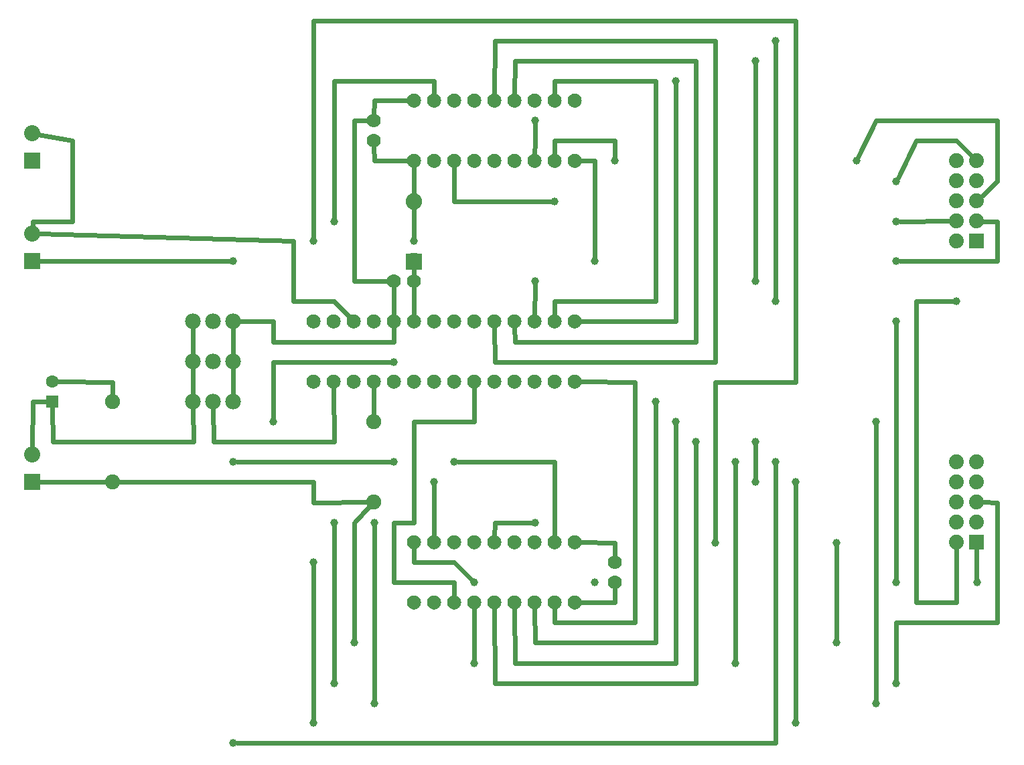
<source format=gbl>
G04 MADE WITH FRITZING*
G04 WWW.FRITZING.ORG*
G04 DOUBLE SIDED*
G04 HOLES PLATED*
G04 CONTOUR ON CENTER OF CONTOUR VECTOR*
%ASAXBY*%
%FSLAX23Y23*%
%MOIN*%
%OFA0B0*%
%SFA1.0B1.0*%
%ADD10C,0.070000*%
%ADD11C,0.074000*%
%ADD12C,0.080000*%
%ADD13C,0.075000*%
%ADD14C,0.062992*%
%ADD15C,0.078000*%
%ADD16C,0.082000*%
%ADD17C,0.039370*%
%ADD18R,0.074000X0.074000*%
%ADD19R,0.080000X0.080000*%
%ADD20R,0.062992X0.062992*%
%ADD21R,0.082000X0.082000*%
%ADD22C,0.024000*%
%ADD23R,0.001000X0.001000*%
%LNCOPPER0*%
G90*
G70*
G54D10*
X2840Y2161D03*
X1640Y1861D03*
X2740Y2161D03*
X1540Y1861D03*
X2640Y2161D03*
X2540Y2161D03*
X2440Y2161D03*
X2340Y2161D03*
X1540Y2161D03*
X1640Y2161D03*
X1740Y2161D03*
X1840Y2161D03*
X2240Y2161D03*
X2040Y2161D03*
X2140Y2161D03*
X1940Y2161D03*
X2040Y1861D03*
X1940Y1861D03*
X1840Y1861D03*
X1740Y1861D03*
X2240Y1861D03*
X2140Y1861D03*
X2640Y1861D03*
X2540Y1861D03*
X2440Y1861D03*
X2340Y1861D03*
X2840Y1861D03*
X2740Y1861D03*
X2840Y3261D03*
X2640Y2961D03*
X2740Y3261D03*
X2540Y2961D03*
X2640Y3261D03*
X2440Y2961D03*
X2540Y3261D03*
X2340Y2961D03*
X2440Y3261D03*
X2240Y2961D03*
X2340Y3261D03*
X2140Y2961D03*
X2240Y3261D03*
X2040Y3261D03*
X2140Y3261D03*
X2040Y2961D03*
X2840Y2961D03*
X2740Y2961D03*
X2040Y761D03*
X2240Y1061D03*
X2140Y761D03*
X2340Y1061D03*
X2240Y761D03*
X2440Y1061D03*
X2340Y761D03*
X2540Y1061D03*
X2440Y761D03*
X2640Y1061D03*
X2540Y761D03*
X2740Y1061D03*
X2640Y761D03*
X2840Y761D03*
X2740Y761D03*
X2840Y1061D03*
X2040Y1061D03*
X2140Y1061D03*
X2040Y2361D03*
X1940Y2361D03*
X1840Y3061D03*
X1840Y3161D03*
X3040Y961D03*
X3040Y861D03*
G54D11*
X4740Y2561D03*
X4740Y2661D03*
X4740Y2761D03*
X4740Y2861D03*
X4740Y2961D03*
X4840Y2561D03*
X4840Y2661D03*
X4840Y2761D03*
X4840Y2861D03*
X4840Y2961D03*
X4740Y1061D03*
X4740Y1161D03*
X4740Y1261D03*
X4740Y1361D03*
X4740Y1461D03*
X4840Y1061D03*
X4840Y1161D03*
X4840Y1261D03*
X4840Y1361D03*
X4840Y1461D03*
G54D12*
X140Y1361D03*
X140Y1499D03*
G54D13*
X540Y1361D03*
X540Y1761D03*
G54D14*
X240Y1763D03*
X240Y1861D03*
G54D13*
X1840Y1261D03*
X1840Y1661D03*
G54D15*
X1140Y2161D03*
X1040Y2161D03*
X940Y2161D03*
X1140Y1761D03*
X1040Y1761D03*
X940Y1761D03*
X1140Y1961D03*
X1040Y1961D03*
X940Y1961D03*
G54D16*
X2040Y2461D03*
X2040Y2759D03*
G54D12*
X140Y2461D03*
X140Y2599D03*
X140Y2961D03*
X140Y3099D03*
G54D17*
X1138Y2463D03*
X1339Y1663D03*
X3241Y1763D03*
X3341Y1663D03*
X3442Y1562D03*
X4438Y2860D03*
X4740Y2262D03*
X4438Y2659D03*
X2738Y2760D03*
X3739Y3459D03*
X3341Y3359D03*
X3039Y2961D03*
X4242Y2961D03*
X2939Y2463D03*
X4438Y2463D03*
X3739Y2362D03*
X2642Y2362D03*
X3839Y2262D03*
X3839Y3560D03*
X1641Y2659D03*
X3638Y1462D03*
X2340Y460D03*
X3638Y460D03*
X3739Y1361D03*
X2642Y1160D03*
X2139Y1361D03*
X1641Y1160D03*
X1641Y360D03*
X4841Y863D03*
X4438Y863D03*
X4438Y2161D03*
X4438Y360D03*
X4338Y1663D03*
X3940Y1361D03*
X3739Y1562D03*
X3839Y1462D03*
X1938Y1960D03*
X1842Y1160D03*
X1842Y259D03*
X4338Y259D03*
X2939Y863D03*
X2340Y863D03*
X1540Y963D03*
X1540Y163D03*
X3940Y163D03*
X3538Y1059D03*
X1741Y561D03*
X4141Y561D03*
X4141Y1059D03*
X2038Y2563D03*
X1540Y2563D03*
X1938Y1462D03*
X2239Y1462D03*
X1138Y1462D03*
X1138Y63D03*
X2642Y3162D03*
G54D18*
X4840Y2561D03*
X4840Y1061D03*
G54D19*
X140Y1361D03*
G54D20*
X240Y1763D03*
G54D21*
X2040Y2460D03*
G54D19*
X140Y2461D03*
X140Y2961D03*
G54D22*
X1842Y3263D02*
X1840Y3187D01*
D02*
X2014Y3261D02*
X1842Y3263D01*
D02*
X1842Y2961D02*
X2014Y2961D01*
D02*
X1840Y3035D02*
X1842Y2961D01*
D02*
X2040Y2791D02*
X2040Y2935D01*
D02*
X2040Y2387D02*
X2040Y2429D01*
D02*
X2040Y2335D02*
X2040Y2187D01*
D02*
X1940Y2187D02*
X1940Y2335D01*
D02*
X1741Y2362D02*
X1914Y2361D01*
D02*
X1741Y3162D02*
X1741Y2362D01*
D02*
X1814Y3161D02*
X1741Y3162D01*
D02*
X1840Y1690D02*
X1840Y1835D01*
D02*
X940Y1931D02*
X940Y1791D01*
D02*
X940Y2131D02*
X940Y1991D01*
D02*
X1140Y2131D02*
X1140Y1991D01*
D02*
X1140Y1931D02*
X1140Y1791D01*
D02*
X511Y1361D02*
X171Y1361D01*
D02*
X141Y1763D02*
X213Y1763D01*
D02*
X140Y1530D02*
X141Y1763D01*
D02*
X539Y1859D02*
X540Y1790D01*
D02*
X267Y1861D02*
X539Y1859D01*
D02*
X242Y1562D02*
X941Y1562D01*
D02*
X941Y1562D02*
X940Y1731D01*
D02*
X240Y1736D02*
X242Y1562D01*
D02*
X1042Y1562D02*
X1040Y1731D01*
D02*
X1641Y1562D02*
X1042Y1562D01*
D02*
X1640Y1835D02*
X1641Y1562D01*
D02*
X1339Y2161D02*
X1170Y2161D01*
D02*
X1938Y2060D02*
X1339Y2060D01*
D02*
X1339Y2060D02*
X1339Y2161D01*
D02*
X1939Y2135D02*
X1938Y2060D01*
D02*
X1439Y2563D02*
X171Y2598D01*
D02*
X1439Y2262D02*
X1439Y2563D01*
D02*
X1641Y2262D02*
X1439Y2262D01*
D02*
X1722Y2180D02*
X1641Y2262D01*
D02*
X1119Y2463D02*
X171Y2461D01*
D02*
X338Y3062D02*
X338Y2659D01*
D02*
X141Y2659D02*
X141Y2630D01*
D02*
X338Y2659D02*
X141Y2659D01*
D02*
X170Y3093D02*
X338Y3062D01*
D02*
X1540Y1260D02*
X1811Y1261D01*
D02*
X1540Y1361D02*
X1540Y1260D01*
D02*
X568Y1361D02*
X1540Y1361D01*
D02*
X3341Y2161D02*
X2866Y2161D01*
D02*
X3341Y3340D02*
X3341Y2161D01*
D02*
X3241Y2262D02*
X2738Y2262D01*
D02*
X2738Y2262D02*
X2739Y2187D01*
D02*
X3241Y3359D02*
X3241Y2262D01*
D02*
X2738Y3359D02*
X3241Y3359D01*
D02*
X2739Y3287D02*
X2738Y3359D01*
D02*
X3739Y3440D02*
X3739Y2381D01*
D02*
X2642Y2343D02*
X2640Y2187D01*
D02*
X2541Y2060D02*
X2540Y2135D01*
D02*
X2541Y3459D02*
X3442Y3459D01*
D02*
X3442Y3459D02*
X3442Y2060D01*
D02*
X3442Y2060D02*
X2541Y2060D01*
D02*
X2540Y3287D02*
X2541Y3459D01*
D02*
X2441Y1960D02*
X2440Y2135D01*
D02*
X3538Y3560D02*
X3538Y1960D01*
D02*
X2441Y3560D02*
X3538Y3560D01*
D02*
X3538Y1960D02*
X2441Y1960D01*
D02*
X2440Y3287D02*
X2441Y3560D01*
D02*
X3039Y1059D02*
X2866Y1061D01*
D02*
X3040Y987D02*
X3039Y1059D01*
D02*
X3039Y762D02*
X2866Y761D01*
D02*
X3040Y835D02*
X3039Y762D01*
D02*
X1339Y1682D02*
X1339Y1960D01*
D02*
X1339Y1960D02*
X1919Y1960D01*
D02*
X2738Y662D02*
X2739Y735D01*
D02*
X3140Y1859D02*
X3140Y662D01*
D02*
X3140Y662D02*
X2738Y662D01*
D02*
X2866Y1861D02*
X3140Y1859D01*
D02*
X2642Y561D02*
X2640Y735D01*
D02*
X3241Y1744D02*
X3241Y561D01*
D02*
X3241Y561D02*
X2642Y561D01*
D02*
X2541Y460D02*
X2540Y735D01*
D02*
X3341Y460D02*
X2541Y460D01*
D02*
X3341Y1644D02*
X3341Y460D01*
D02*
X2441Y360D02*
X2440Y735D01*
D02*
X3442Y360D02*
X2441Y360D01*
D02*
X3442Y1543D02*
X3442Y360D01*
D02*
X2239Y863D02*
X2240Y787D01*
D02*
X2340Y1663D02*
X2038Y1663D01*
D02*
X2038Y1160D02*
X1938Y1160D01*
D02*
X1938Y1160D02*
X1938Y863D01*
D02*
X2038Y1663D02*
X2038Y1160D01*
D02*
X2340Y1835D02*
X2340Y1663D01*
D02*
X1938Y863D02*
X2239Y863D01*
D02*
X4539Y3062D02*
X4447Y2877D01*
D02*
X4740Y3062D02*
X4539Y3062D01*
D02*
X4818Y2983D02*
X4740Y3062D01*
D02*
X2239Y2760D02*
X2719Y2760D01*
D02*
X2240Y2935D02*
X2239Y2760D01*
D02*
X2939Y2961D02*
X2866Y2961D01*
D02*
X2939Y2482D02*
X2939Y2961D01*
D02*
X4941Y2463D02*
X4457Y2463D01*
D02*
X4941Y2659D02*
X4941Y2463D01*
D02*
X4871Y2660D02*
X4941Y2659D01*
D02*
X4539Y762D02*
X4740Y762D01*
D02*
X4740Y762D02*
X4740Y1030D01*
D02*
X4539Y2262D02*
X4539Y762D01*
D02*
X4721Y2262D02*
X4539Y2262D01*
D02*
X4709Y2661D02*
X4457Y2659D01*
D02*
X4941Y2860D02*
X4862Y2783D01*
D02*
X4250Y2978D02*
X4338Y3162D01*
D02*
X3039Y3062D02*
X3039Y2980D01*
D02*
X4338Y3162D02*
X4941Y3162D01*
D02*
X2739Y2987D02*
X2738Y3062D01*
D02*
X2738Y3062D02*
X3039Y3062D01*
D02*
X4941Y3162D02*
X4941Y2860D01*
D02*
X3839Y3541D02*
X3839Y2281D01*
D02*
X1641Y3359D02*
X1641Y2678D01*
D02*
X2139Y3359D02*
X1641Y3359D01*
D02*
X2140Y3287D02*
X2139Y3359D01*
D02*
X2340Y479D02*
X2340Y735D01*
D02*
X3638Y1443D02*
X3638Y479D01*
D02*
X3739Y1543D02*
X3739Y1380D01*
D02*
X2258Y1462D02*
X2738Y1462D01*
D02*
X2738Y1462D02*
X2740Y1087D01*
D02*
X1157Y1462D02*
X1919Y1462D01*
D02*
X3839Y63D02*
X1157Y63D01*
D02*
X3839Y1443D02*
X3839Y63D01*
D02*
X1641Y1141D02*
X1641Y379D01*
D02*
X2140Y1087D02*
X2139Y1342D01*
D02*
X2441Y1160D02*
X2623Y1160D01*
D02*
X2440Y1087D02*
X2441Y1160D01*
D02*
X4840Y882D02*
X4840Y1030D01*
D02*
X4438Y2142D02*
X4438Y1763D01*
D02*
X4438Y1763D02*
X4438Y882D01*
D02*
X4438Y662D02*
X4941Y662D01*
D02*
X4941Y662D02*
X4941Y1260D01*
D02*
X4438Y379D02*
X4438Y662D01*
D02*
X4941Y1260D02*
X4871Y1261D01*
D02*
X1842Y1141D02*
X1842Y278D01*
D02*
X4338Y278D02*
X4338Y1644D01*
D02*
X2038Y963D02*
X2239Y963D01*
D02*
X2239Y963D02*
X2326Y876D01*
D02*
X2039Y1035D02*
X2038Y963D01*
D02*
X1540Y944D02*
X1540Y182D01*
D02*
X3940Y182D02*
X3940Y1342D01*
D02*
X4141Y580D02*
X4141Y1040D01*
D02*
X1741Y1160D02*
X1741Y580D01*
D02*
X1820Y1241D02*
X1741Y1160D01*
D02*
X3940Y3660D02*
X3940Y1859D01*
D02*
X1540Y3660D02*
X3940Y3660D01*
D02*
X1540Y2582D02*
X1540Y3660D01*
D02*
X3538Y1859D02*
X3538Y1078D01*
D02*
X3940Y1859D02*
X3538Y1859D01*
D02*
X2040Y2727D02*
X2038Y2582D01*
D02*
X2640Y2987D02*
X2642Y3062D01*
D02*
X2642Y3062D02*
X2642Y3143D01*
G54D23*
X2033Y3296D02*
X2045Y3296D01*
X2133Y3296D02*
X2145Y3296D01*
X2233Y3296D02*
X2245Y3296D01*
X2333Y3296D02*
X2345Y3296D01*
X2433Y3296D02*
X2445Y3296D01*
X2533Y3296D02*
X2545Y3296D01*
X2633Y3296D02*
X2645Y3296D01*
X2733Y3296D02*
X2745Y3296D01*
X2833Y3296D02*
X2845Y3296D01*
X2029Y3295D02*
X2049Y3295D01*
X2129Y3295D02*
X2149Y3295D01*
X2229Y3295D02*
X2249Y3295D01*
X2329Y3295D02*
X2349Y3295D01*
X2429Y3295D02*
X2449Y3295D01*
X2529Y3295D02*
X2549Y3295D01*
X2629Y3295D02*
X2649Y3295D01*
X2729Y3295D02*
X2749Y3295D01*
X2829Y3295D02*
X2849Y3295D01*
X2027Y3294D02*
X2052Y3294D01*
X2127Y3294D02*
X2152Y3294D01*
X2227Y3294D02*
X2252Y3294D01*
X2327Y3294D02*
X2352Y3294D01*
X2427Y3294D02*
X2452Y3294D01*
X2527Y3294D02*
X2552Y3294D01*
X2627Y3294D02*
X2652Y3294D01*
X2727Y3294D02*
X2752Y3294D01*
X2827Y3294D02*
X2852Y3294D01*
X2024Y3293D02*
X2054Y3293D01*
X2124Y3293D02*
X2154Y3293D01*
X2224Y3293D02*
X2254Y3293D01*
X2324Y3293D02*
X2354Y3293D01*
X2424Y3293D02*
X2454Y3293D01*
X2524Y3293D02*
X2554Y3293D01*
X2624Y3293D02*
X2654Y3293D01*
X2724Y3293D02*
X2754Y3293D01*
X2824Y3293D02*
X2854Y3293D01*
X2022Y3292D02*
X2056Y3292D01*
X2122Y3292D02*
X2156Y3292D01*
X2222Y3292D02*
X2256Y3292D01*
X2322Y3292D02*
X2356Y3292D01*
X2422Y3292D02*
X2456Y3292D01*
X2522Y3292D02*
X2556Y3292D01*
X2622Y3292D02*
X2656Y3292D01*
X2722Y3292D02*
X2756Y3292D01*
X2822Y3292D02*
X2856Y3292D01*
X2021Y3291D02*
X2058Y3291D01*
X2121Y3291D02*
X2158Y3291D01*
X2221Y3291D02*
X2258Y3291D01*
X2321Y3291D02*
X2358Y3291D01*
X2421Y3291D02*
X2458Y3291D01*
X2521Y3291D02*
X2558Y3291D01*
X2621Y3291D02*
X2658Y3291D01*
X2721Y3291D02*
X2758Y3291D01*
X2821Y3291D02*
X2858Y3291D01*
X2019Y3290D02*
X2059Y3290D01*
X2119Y3290D02*
X2159Y3290D01*
X2219Y3290D02*
X2259Y3290D01*
X2319Y3290D02*
X2359Y3290D01*
X2419Y3290D02*
X2459Y3290D01*
X2519Y3290D02*
X2559Y3290D01*
X2619Y3290D02*
X2659Y3290D01*
X2719Y3290D02*
X2759Y3290D01*
X2819Y3290D02*
X2859Y3290D01*
X2018Y3289D02*
X2061Y3289D01*
X2118Y3289D02*
X2161Y3289D01*
X2218Y3289D02*
X2261Y3289D01*
X2318Y3289D02*
X2361Y3289D01*
X2418Y3289D02*
X2460Y3289D01*
X2518Y3289D02*
X2560Y3289D01*
X2618Y3289D02*
X2660Y3289D01*
X2718Y3289D02*
X2760Y3289D01*
X2818Y3289D02*
X2860Y3289D01*
X2017Y3288D02*
X2062Y3288D01*
X2117Y3288D02*
X2162Y3288D01*
X2217Y3288D02*
X2262Y3288D01*
X2317Y3288D02*
X2362Y3288D01*
X2417Y3288D02*
X2462Y3288D01*
X2517Y3288D02*
X2562Y3288D01*
X2617Y3288D02*
X2662Y3288D01*
X2717Y3288D02*
X2762Y3288D01*
X2817Y3288D02*
X2862Y3288D01*
X2016Y3287D02*
X2063Y3287D01*
X2116Y3287D02*
X2163Y3287D01*
X2215Y3287D02*
X2263Y3287D01*
X2315Y3287D02*
X2363Y3287D01*
X2415Y3287D02*
X2463Y3287D01*
X2515Y3287D02*
X2563Y3287D01*
X2615Y3287D02*
X2663Y3287D01*
X2715Y3287D02*
X2763Y3287D01*
X2815Y3287D02*
X2863Y3287D01*
X2015Y3286D02*
X2064Y3286D01*
X2114Y3286D02*
X2164Y3286D01*
X2214Y3286D02*
X2264Y3286D01*
X2314Y3286D02*
X2364Y3286D01*
X2414Y3286D02*
X2464Y3286D01*
X2514Y3286D02*
X2564Y3286D01*
X2614Y3286D02*
X2664Y3286D01*
X2714Y3286D02*
X2764Y3286D01*
X2814Y3286D02*
X2864Y3286D01*
X2014Y3285D02*
X2065Y3285D01*
X2114Y3285D02*
X2165Y3285D01*
X2214Y3285D02*
X2265Y3285D01*
X2314Y3285D02*
X2365Y3285D01*
X2414Y3285D02*
X2465Y3285D01*
X2514Y3285D02*
X2565Y3285D01*
X2614Y3285D02*
X2665Y3285D01*
X2714Y3285D02*
X2765Y3285D01*
X2814Y3285D02*
X2865Y3285D01*
X2013Y3284D02*
X2066Y3284D01*
X2113Y3284D02*
X2166Y3284D01*
X2213Y3284D02*
X2266Y3284D01*
X2313Y3284D02*
X2366Y3284D01*
X2413Y3284D02*
X2466Y3284D01*
X2513Y3284D02*
X2566Y3284D01*
X2613Y3284D02*
X2666Y3284D01*
X2713Y3284D02*
X2766Y3284D01*
X2813Y3284D02*
X2866Y3284D01*
X2012Y3283D02*
X2066Y3283D01*
X2112Y3283D02*
X2166Y3283D01*
X2212Y3283D02*
X2266Y3283D01*
X2312Y3283D02*
X2366Y3283D01*
X2412Y3283D02*
X2466Y3283D01*
X2512Y3283D02*
X2566Y3283D01*
X2612Y3283D02*
X2666Y3283D01*
X2712Y3283D02*
X2766Y3283D01*
X2812Y3283D02*
X2866Y3283D01*
X2011Y3282D02*
X2067Y3282D01*
X2111Y3282D02*
X2167Y3282D01*
X2211Y3282D02*
X2267Y3282D01*
X2311Y3282D02*
X2367Y3282D01*
X2411Y3282D02*
X2467Y3282D01*
X2511Y3282D02*
X2567Y3282D01*
X2611Y3282D02*
X2667Y3282D01*
X2711Y3282D02*
X2767Y3282D01*
X2811Y3282D02*
X2867Y3282D01*
X2011Y3281D02*
X2068Y3281D01*
X2111Y3281D02*
X2168Y3281D01*
X2211Y3281D02*
X2268Y3281D01*
X2311Y3281D02*
X2368Y3281D01*
X2411Y3281D02*
X2468Y3281D01*
X2511Y3281D02*
X2568Y3281D01*
X2611Y3281D02*
X2668Y3281D01*
X2711Y3281D02*
X2768Y3281D01*
X2811Y3281D02*
X2868Y3281D01*
X2010Y3280D02*
X2068Y3280D01*
X2110Y3280D02*
X2168Y3280D01*
X2210Y3280D02*
X2268Y3280D01*
X2310Y3280D02*
X2368Y3280D01*
X2410Y3280D02*
X2468Y3280D01*
X2510Y3280D02*
X2568Y3280D01*
X2610Y3280D02*
X2668Y3280D01*
X2710Y3280D02*
X2768Y3280D01*
X2810Y3280D02*
X2868Y3280D01*
X2009Y3279D02*
X2069Y3279D01*
X2109Y3279D02*
X2169Y3279D01*
X2209Y3279D02*
X2269Y3279D01*
X2309Y3279D02*
X2369Y3279D01*
X2409Y3279D02*
X2469Y3279D01*
X2509Y3279D02*
X2569Y3279D01*
X2609Y3279D02*
X2669Y3279D01*
X2709Y3279D02*
X2769Y3279D01*
X2809Y3279D02*
X2869Y3279D01*
X2009Y3278D02*
X2069Y3278D01*
X2109Y3278D02*
X2169Y3278D01*
X2209Y3278D02*
X2269Y3278D01*
X2309Y3278D02*
X2369Y3278D01*
X2409Y3278D02*
X2469Y3278D01*
X2509Y3278D02*
X2569Y3278D01*
X2609Y3278D02*
X2669Y3278D01*
X2709Y3278D02*
X2769Y3278D01*
X2809Y3278D02*
X2869Y3278D01*
X2008Y3277D02*
X2070Y3277D01*
X2108Y3277D02*
X2170Y3277D01*
X2208Y3277D02*
X2270Y3277D01*
X2308Y3277D02*
X2370Y3277D01*
X2408Y3277D02*
X2470Y3277D01*
X2508Y3277D02*
X2570Y3277D01*
X2608Y3277D02*
X2670Y3277D01*
X2708Y3277D02*
X2770Y3277D01*
X2808Y3277D02*
X2870Y3277D01*
X2008Y3276D02*
X2034Y3276D01*
X2045Y3276D02*
X2070Y3276D01*
X2108Y3276D02*
X2134Y3276D01*
X2145Y3276D02*
X2170Y3276D01*
X2208Y3276D02*
X2234Y3276D01*
X2245Y3276D02*
X2270Y3276D01*
X2308Y3276D02*
X2334Y3276D01*
X2345Y3276D02*
X2370Y3276D01*
X2408Y3276D02*
X2434Y3276D01*
X2445Y3276D02*
X2470Y3276D01*
X2508Y3276D02*
X2534Y3276D01*
X2545Y3276D02*
X2570Y3276D01*
X2608Y3276D02*
X2634Y3276D01*
X2645Y3276D02*
X2670Y3276D01*
X2708Y3276D02*
X2734Y3276D01*
X2745Y3276D02*
X2770Y3276D01*
X2808Y3276D02*
X2834Y3276D01*
X2845Y3276D02*
X2870Y3276D01*
X2008Y3275D02*
X2032Y3275D01*
X2047Y3275D02*
X2071Y3275D01*
X2108Y3275D02*
X2131Y3275D01*
X2147Y3275D02*
X2171Y3275D01*
X2208Y3275D02*
X2231Y3275D01*
X2247Y3275D02*
X2271Y3275D01*
X2307Y3275D02*
X2331Y3275D01*
X2347Y3275D02*
X2371Y3275D01*
X2407Y3275D02*
X2431Y3275D01*
X2447Y3275D02*
X2471Y3275D01*
X2507Y3275D02*
X2531Y3275D01*
X2547Y3275D02*
X2571Y3275D01*
X2607Y3275D02*
X2631Y3275D01*
X2647Y3275D02*
X2671Y3275D01*
X2707Y3275D02*
X2731Y3275D01*
X2747Y3275D02*
X2771Y3275D01*
X2807Y3275D02*
X2831Y3275D01*
X2847Y3275D02*
X2871Y3275D01*
X2007Y3274D02*
X2030Y3274D01*
X2048Y3274D02*
X2071Y3274D01*
X2107Y3274D02*
X2130Y3274D01*
X2148Y3274D02*
X2171Y3274D01*
X2207Y3274D02*
X2230Y3274D01*
X2248Y3274D02*
X2271Y3274D01*
X2307Y3274D02*
X2330Y3274D01*
X2348Y3274D02*
X2371Y3274D01*
X2407Y3274D02*
X2430Y3274D01*
X2448Y3274D02*
X2471Y3274D01*
X2507Y3274D02*
X2530Y3274D01*
X2548Y3274D02*
X2571Y3274D01*
X2607Y3274D02*
X2630Y3274D01*
X2648Y3274D02*
X2671Y3274D01*
X2707Y3274D02*
X2730Y3274D01*
X2748Y3274D02*
X2771Y3274D01*
X2807Y3274D02*
X2830Y3274D01*
X2848Y3274D02*
X2871Y3274D01*
X2007Y3273D02*
X2029Y3273D01*
X2050Y3273D02*
X2072Y3273D01*
X2107Y3273D02*
X2129Y3273D01*
X2150Y3273D02*
X2172Y3273D01*
X2207Y3273D02*
X2229Y3273D01*
X2250Y3273D02*
X2272Y3273D01*
X2307Y3273D02*
X2329Y3273D01*
X2350Y3273D02*
X2372Y3273D01*
X2407Y3273D02*
X2429Y3273D01*
X2450Y3273D02*
X2472Y3273D01*
X2507Y3273D02*
X2529Y3273D01*
X2550Y3273D02*
X2572Y3273D01*
X2607Y3273D02*
X2629Y3273D01*
X2650Y3273D02*
X2672Y3273D01*
X2707Y3273D02*
X2729Y3273D01*
X2749Y3273D02*
X2772Y3273D01*
X2807Y3273D02*
X2829Y3273D01*
X2849Y3273D02*
X2872Y3273D01*
X2006Y3272D02*
X2028Y3272D01*
X2051Y3272D02*
X2072Y3272D01*
X2106Y3272D02*
X2128Y3272D01*
X2151Y3272D02*
X2172Y3272D01*
X2206Y3272D02*
X2228Y3272D01*
X2251Y3272D02*
X2272Y3272D01*
X2306Y3272D02*
X2328Y3272D01*
X2351Y3272D02*
X2372Y3272D01*
X2406Y3272D02*
X2428Y3272D01*
X2451Y3272D02*
X2472Y3272D01*
X2506Y3272D02*
X2528Y3272D01*
X2551Y3272D02*
X2572Y3272D01*
X2606Y3272D02*
X2628Y3272D01*
X2651Y3272D02*
X2672Y3272D01*
X2706Y3272D02*
X2728Y3272D01*
X2751Y3272D02*
X2772Y3272D01*
X2806Y3272D02*
X2828Y3272D01*
X2851Y3272D02*
X2872Y3272D01*
X2006Y3271D02*
X2027Y3271D01*
X2051Y3271D02*
X2072Y3271D01*
X2106Y3271D02*
X2127Y3271D01*
X2151Y3271D02*
X2172Y3271D01*
X2206Y3271D02*
X2227Y3271D01*
X2251Y3271D02*
X2272Y3271D01*
X2306Y3271D02*
X2327Y3271D01*
X2351Y3271D02*
X2372Y3271D01*
X2406Y3271D02*
X2427Y3271D01*
X2451Y3271D02*
X2472Y3271D01*
X2506Y3271D02*
X2527Y3271D01*
X2551Y3271D02*
X2572Y3271D01*
X2606Y3271D02*
X2627Y3271D01*
X2651Y3271D02*
X2672Y3271D01*
X2706Y3271D02*
X2727Y3271D01*
X2751Y3271D02*
X2772Y3271D01*
X2806Y3271D02*
X2827Y3271D01*
X2851Y3271D02*
X2872Y3271D01*
X2006Y3270D02*
X2026Y3270D01*
X2052Y3270D02*
X2073Y3270D01*
X2106Y3270D02*
X2126Y3270D01*
X2152Y3270D02*
X2173Y3270D01*
X2206Y3270D02*
X2226Y3270D01*
X2252Y3270D02*
X2273Y3270D01*
X2306Y3270D02*
X2326Y3270D01*
X2352Y3270D02*
X2373Y3270D01*
X2406Y3270D02*
X2426Y3270D01*
X2452Y3270D02*
X2473Y3270D01*
X2506Y3270D02*
X2526Y3270D01*
X2552Y3270D02*
X2572Y3270D01*
X2606Y3270D02*
X2626Y3270D01*
X2652Y3270D02*
X2672Y3270D01*
X2706Y3270D02*
X2726Y3270D01*
X2752Y3270D02*
X2772Y3270D01*
X2806Y3270D02*
X2826Y3270D01*
X2852Y3270D02*
X2872Y3270D01*
X2006Y3269D02*
X2025Y3269D01*
X2053Y3269D02*
X2073Y3269D01*
X2106Y3269D02*
X2125Y3269D01*
X2153Y3269D02*
X2173Y3269D01*
X2206Y3269D02*
X2225Y3269D01*
X2253Y3269D02*
X2273Y3269D01*
X2306Y3269D02*
X2325Y3269D01*
X2353Y3269D02*
X2373Y3269D01*
X2406Y3269D02*
X2425Y3269D01*
X2453Y3269D02*
X2473Y3269D01*
X2506Y3269D02*
X2525Y3269D01*
X2553Y3269D02*
X2573Y3269D01*
X2606Y3269D02*
X2625Y3269D01*
X2653Y3269D02*
X2673Y3269D01*
X2706Y3269D02*
X2725Y3269D01*
X2753Y3269D02*
X2773Y3269D01*
X2806Y3269D02*
X2825Y3269D01*
X2853Y3269D02*
X2873Y3269D01*
X2005Y3268D02*
X2025Y3268D01*
X2053Y3268D02*
X2073Y3268D01*
X2105Y3268D02*
X2125Y3268D01*
X2153Y3268D02*
X2173Y3268D01*
X2205Y3268D02*
X2225Y3268D01*
X2253Y3268D02*
X2273Y3268D01*
X2305Y3268D02*
X2325Y3268D01*
X2353Y3268D02*
X2373Y3268D01*
X2405Y3268D02*
X2425Y3268D01*
X2453Y3268D02*
X2473Y3268D01*
X2505Y3268D02*
X2525Y3268D01*
X2553Y3268D02*
X2573Y3268D01*
X2605Y3268D02*
X2625Y3268D01*
X2653Y3268D02*
X2673Y3268D01*
X2705Y3268D02*
X2725Y3268D01*
X2753Y3268D02*
X2773Y3268D01*
X2805Y3268D02*
X2825Y3268D01*
X2853Y3268D02*
X2873Y3268D01*
X2005Y3267D02*
X2025Y3267D01*
X2054Y3267D02*
X2073Y3267D01*
X2105Y3267D02*
X2124Y3267D01*
X2154Y3267D02*
X2173Y3267D01*
X2205Y3267D02*
X2224Y3267D01*
X2254Y3267D02*
X2273Y3267D01*
X2305Y3267D02*
X2324Y3267D01*
X2354Y3267D02*
X2373Y3267D01*
X2405Y3267D02*
X2424Y3267D01*
X2454Y3267D02*
X2473Y3267D01*
X2505Y3267D02*
X2524Y3267D01*
X2554Y3267D02*
X2573Y3267D01*
X2605Y3267D02*
X2624Y3267D01*
X2654Y3267D02*
X2673Y3267D01*
X2705Y3267D02*
X2724Y3267D01*
X2754Y3267D02*
X2773Y3267D01*
X2805Y3267D02*
X2824Y3267D01*
X2854Y3267D02*
X2873Y3267D01*
X2005Y3266D02*
X2024Y3266D01*
X2054Y3266D02*
X2073Y3266D01*
X2105Y3266D02*
X2124Y3266D01*
X2154Y3266D02*
X2173Y3266D01*
X2205Y3266D02*
X2224Y3266D01*
X2254Y3266D02*
X2273Y3266D01*
X2305Y3266D02*
X2324Y3266D01*
X2354Y3266D02*
X2373Y3266D01*
X2405Y3266D02*
X2424Y3266D01*
X2454Y3266D02*
X2473Y3266D01*
X2505Y3266D02*
X2524Y3266D01*
X2554Y3266D02*
X2573Y3266D01*
X2605Y3266D02*
X2624Y3266D01*
X2654Y3266D02*
X2673Y3266D01*
X2705Y3266D02*
X2724Y3266D01*
X2754Y3266D02*
X2773Y3266D01*
X2805Y3266D02*
X2824Y3266D01*
X2854Y3266D02*
X2873Y3266D01*
X2005Y3265D02*
X2024Y3265D01*
X2054Y3265D02*
X2073Y3265D01*
X2105Y3265D02*
X2124Y3265D01*
X2154Y3265D02*
X2173Y3265D01*
X2205Y3265D02*
X2224Y3265D01*
X2254Y3265D02*
X2273Y3265D01*
X2305Y3265D02*
X2324Y3265D01*
X2354Y3265D02*
X2373Y3265D01*
X2405Y3265D02*
X2424Y3265D01*
X2454Y3265D02*
X2473Y3265D01*
X2505Y3265D02*
X2524Y3265D01*
X2554Y3265D02*
X2573Y3265D01*
X2605Y3265D02*
X2624Y3265D01*
X2654Y3265D02*
X2673Y3265D01*
X2705Y3265D02*
X2724Y3265D01*
X2754Y3265D02*
X2773Y3265D01*
X2805Y3265D02*
X2824Y3265D01*
X2854Y3265D02*
X2873Y3265D01*
X2005Y3264D02*
X2024Y3264D01*
X2055Y3264D02*
X2074Y3264D01*
X2105Y3264D02*
X2124Y3264D01*
X2155Y3264D02*
X2174Y3264D01*
X2205Y3264D02*
X2224Y3264D01*
X2255Y3264D02*
X2274Y3264D01*
X2305Y3264D02*
X2324Y3264D01*
X2354Y3264D02*
X2374Y3264D01*
X2405Y3264D02*
X2424Y3264D01*
X2454Y3264D02*
X2474Y3264D01*
X2505Y3264D02*
X2524Y3264D01*
X2554Y3264D02*
X2574Y3264D01*
X2605Y3264D02*
X2624Y3264D01*
X2654Y3264D02*
X2674Y3264D01*
X2705Y3264D02*
X2724Y3264D01*
X2754Y3264D02*
X2773Y3264D01*
X2805Y3264D02*
X2824Y3264D01*
X2854Y3264D02*
X2873Y3264D01*
X2005Y3263D02*
X2024Y3263D01*
X2055Y3263D02*
X2074Y3263D01*
X2105Y3263D02*
X2124Y3263D01*
X2155Y3263D02*
X2174Y3263D01*
X2205Y3263D02*
X2224Y3263D01*
X2255Y3263D02*
X2274Y3263D01*
X2305Y3263D02*
X2324Y3263D01*
X2355Y3263D02*
X2374Y3263D01*
X2405Y3263D02*
X2424Y3263D01*
X2455Y3263D02*
X2474Y3263D01*
X2505Y3263D02*
X2524Y3263D01*
X2555Y3263D02*
X2574Y3263D01*
X2605Y3263D02*
X2624Y3263D01*
X2655Y3263D02*
X2674Y3263D01*
X2705Y3263D02*
X2724Y3263D01*
X2755Y3263D02*
X2774Y3263D01*
X2805Y3263D02*
X2824Y3263D01*
X2855Y3263D02*
X2874Y3263D01*
X2005Y3262D02*
X2024Y3262D01*
X2055Y3262D02*
X2074Y3262D01*
X2105Y3262D02*
X2124Y3262D01*
X2155Y3262D02*
X2174Y3262D01*
X2205Y3262D02*
X2224Y3262D01*
X2255Y3262D02*
X2274Y3262D01*
X2305Y3262D02*
X2324Y3262D01*
X2355Y3262D02*
X2374Y3262D01*
X2405Y3262D02*
X2424Y3262D01*
X2455Y3262D02*
X2474Y3262D01*
X2505Y3262D02*
X2524Y3262D01*
X2555Y3262D02*
X2574Y3262D01*
X2605Y3262D02*
X2624Y3262D01*
X2655Y3262D02*
X2674Y3262D01*
X2705Y3262D02*
X2724Y3262D01*
X2755Y3262D02*
X2774Y3262D01*
X2805Y3262D02*
X2824Y3262D01*
X2855Y3262D02*
X2874Y3262D01*
X2005Y3261D02*
X2024Y3261D01*
X2055Y3261D02*
X2074Y3261D01*
X2105Y3261D02*
X2124Y3261D01*
X2155Y3261D02*
X2174Y3261D01*
X2205Y3261D02*
X2224Y3261D01*
X2255Y3261D02*
X2274Y3261D01*
X2305Y3261D02*
X2324Y3261D01*
X2355Y3261D02*
X2374Y3261D01*
X2405Y3261D02*
X2424Y3261D01*
X2455Y3261D02*
X2474Y3261D01*
X2505Y3261D02*
X2524Y3261D01*
X2555Y3261D02*
X2574Y3261D01*
X2605Y3261D02*
X2624Y3261D01*
X2655Y3261D02*
X2674Y3261D01*
X2705Y3261D02*
X2724Y3261D01*
X2755Y3261D02*
X2774Y3261D01*
X2805Y3261D02*
X2824Y3261D01*
X2855Y3261D02*
X2874Y3261D01*
X2005Y3260D02*
X2024Y3260D01*
X2055Y3260D02*
X2074Y3260D01*
X2105Y3260D02*
X2124Y3260D01*
X2155Y3260D02*
X2174Y3260D01*
X2205Y3260D02*
X2224Y3260D01*
X2255Y3260D02*
X2274Y3260D01*
X2305Y3260D02*
X2324Y3260D01*
X2355Y3260D02*
X2374Y3260D01*
X2405Y3260D02*
X2424Y3260D01*
X2455Y3260D02*
X2474Y3260D01*
X2505Y3260D02*
X2524Y3260D01*
X2555Y3260D02*
X2574Y3260D01*
X2605Y3260D02*
X2624Y3260D01*
X2655Y3260D02*
X2674Y3260D01*
X2705Y3260D02*
X2724Y3260D01*
X2754Y3260D02*
X2774Y3260D01*
X2805Y3260D02*
X2824Y3260D01*
X2854Y3260D02*
X2874Y3260D01*
X2005Y3259D02*
X2024Y3259D01*
X2054Y3259D02*
X2074Y3259D01*
X2105Y3259D02*
X2124Y3259D01*
X2154Y3259D02*
X2174Y3259D01*
X2205Y3259D02*
X2224Y3259D01*
X2254Y3259D02*
X2274Y3259D01*
X2305Y3259D02*
X2324Y3259D01*
X2354Y3259D02*
X2373Y3259D01*
X2405Y3259D02*
X2424Y3259D01*
X2454Y3259D02*
X2473Y3259D01*
X2505Y3259D02*
X2524Y3259D01*
X2554Y3259D02*
X2573Y3259D01*
X2605Y3259D02*
X2624Y3259D01*
X2654Y3259D02*
X2673Y3259D01*
X2705Y3259D02*
X2724Y3259D01*
X2754Y3259D02*
X2773Y3259D01*
X2805Y3259D02*
X2824Y3259D01*
X2854Y3259D02*
X2873Y3259D01*
X2005Y3258D02*
X2024Y3258D01*
X2054Y3258D02*
X2073Y3258D01*
X2105Y3258D02*
X2124Y3258D01*
X2154Y3258D02*
X2173Y3258D01*
X2205Y3258D02*
X2224Y3258D01*
X2254Y3258D02*
X2273Y3258D01*
X2305Y3258D02*
X2324Y3258D01*
X2354Y3258D02*
X2373Y3258D01*
X2405Y3258D02*
X2424Y3258D01*
X2454Y3258D02*
X2473Y3258D01*
X2505Y3258D02*
X2524Y3258D01*
X2554Y3258D02*
X2573Y3258D01*
X2605Y3258D02*
X2624Y3258D01*
X2654Y3258D02*
X2673Y3258D01*
X2705Y3258D02*
X2724Y3258D01*
X2754Y3258D02*
X2773Y3258D01*
X2805Y3258D02*
X2824Y3258D01*
X2854Y3258D02*
X2873Y3258D01*
X2005Y3257D02*
X2024Y3257D01*
X2054Y3257D02*
X2073Y3257D01*
X2105Y3257D02*
X2124Y3257D01*
X2154Y3257D02*
X2173Y3257D01*
X2205Y3257D02*
X2224Y3257D01*
X2254Y3257D02*
X2273Y3257D01*
X2305Y3257D02*
X2324Y3257D01*
X2354Y3257D02*
X2373Y3257D01*
X2405Y3257D02*
X2424Y3257D01*
X2454Y3257D02*
X2473Y3257D01*
X2505Y3257D02*
X2524Y3257D01*
X2554Y3257D02*
X2573Y3257D01*
X2605Y3257D02*
X2624Y3257D01*
X2654Y3257D02*
X2673Y3257D01*
X2705Y3257D02*
X2724Y3257D01*
X2754Y3257D02*
X2773Y3257D01*
X2805Y3257D02*
X2824Y3257D01*
X2854Y3257D02*
X2873Y3257D01*
X2005Y3256D02*
X2025Y3256D01*
X2054Y3256D02*
X2073Y3256D01*
X2105Y3256D02*
X2125Y3256D01*
X2154Y3256D02*
X2173Y3256D01*
X2205Y3256D02*
X2225Y3256D01*
X2254Y3256D02*
X2273Y3256D01*
X2305Y3256D02*
X2325Y3256D01*
X2354Y3256D02*
X2373Y3256D01*
X2405Y3256D02*
X2425Y3256D01*
X2454Y3256D02*
X2473Y3256D01*
X2505Y3256D02*
X2525Y3256D01*
X2554Y3256D02*
X2573Y3256D01*
X2605Y3256D02*
X2625Y3256D01*
X2654Y3256D02*
X2673Y3256D01*
X2705Y3256D02*
X2725Y3256D01*
X2754Y3256D02*
X2773Y3256D01*
X2805Y3256D02*
X2825Y3256D01*
X2854Y3256D02*
X2873Y3256D01*
X2005Y3255D02*
X2025Y3255D01*
X2053Y3255D02*
X2073Y3255D01*
X2105Y3255D02*
X2125Y3255D01*
X2153Y3255D02*
X2173Y3255D01*
X2205Y3255D02*
X2225Y3255D01*
X2253Y3255D02*
X2273Y3255D01*
X2305Y3255D02*
X2325Y3255D01*
X2353Y3255D02*
X2373Y3255D01*
X2405Y3255D02*
X2425Y3255D01*
X2453Y3255D02*
X2473Y3255D01*
X2505Y3255D02*
X2525Y3255D01*
X2553Y3255D02*
X2573Y3255D01*
X2605Y3255D02*
X2625Y3255D01*
X2653Y3255D02*
X2673Y3255D01*
X2705Y3255D02*
X2725Y3255D01*
X2753Y3255D02*
X2773Y3255D01*
X2805Y3255D02*
X2825Y3255D01*
X2853Y3255D02*
X2873Y3255D01*
X2006Y3254D02*
X2026Y3254D01*
X2053Y3254D02*
X2073Y3254D01*
X2106Y3254D02*
X2126Y3254D01*
X2153Y3254D02*
X2173Y3254D01*
X2206Y3254D02*
X2226Y3254D01*
X2253Y3254D02*
X2273Y3254D01*
X2306Y3254D02*
X2326Y3254D01*
X2353Y3254D02*
X2373Y3254D01*
X2406Y3254D02*
X2426Y3254D01*
X2453Y3254D02*
X2473Y3254D01*
X2506Y3254D02*
X2526Y3254D01*
X2553Y3254D02*
X2573Y3254D01*
X2606Y3254D02*
X2626Y3254D01*
X2653Y3254D02*
X2673Y3254D01*
X2706Y3254D02*
X2726Y3254D01*
X2753Y3254D02*
X2773Y3254D01*
X2806Y3254D02*
X2826Y3254D01*
X2853Y3254D02*
X2873Y3254D01*
X2006Y3253D02*
X2026Y3253D01*
X2052Y3253D02*
X2072Y3253D01*
X2106Y3253D02*
X2126Y3253D01*
X2152Y3253D02*
X2172Y3253D01*
X2206Y3253D02*
X2226Y3253D01*
X2252Y3253D02*
X2272Y3253D01*
X2306Y3253D02*
X2326Y3253D01*
X2352Y3253D02*
X2372Y3253D01*
X2406Y3253D02*
X2426Y3253D01*
X2452Y3253D02*
X2472Y3253D01*
X2506Y3253D02*
X2526Y3253D01*
X2552Y3253D02*
X2572Y3253D01*
X2606Y3253D02*
X2626Y3253D01*
X2652Y3253D02*
X2672Y3253D01*
X2706Y3253D02*
X2726Y3253D01*
X2752Y3253D02*
X2772Y3253D01*
X2806Y3253D02*
X2826Y3253D01*
X2852Y3253D02*
X2872Y3253D01*
X2006Y3252D02*
X2027Y3252D01*
X2051Y3252D02*
X2072Y3252D01*
X2106Y3252D02*
X2127Y3252D01*
X2151Y3252D02*
X2172Y3252D01*
X2206Y3252D02*
X2227Y3252D01*
X2251Y3252D02*
X2272Y3252D01*
X2306Y3252D02*
X2327Y3252D01*
X2351Y3252D02*
X2372Y3252D01*
X2406Y3252D02*
X2427Y3252D01*
X2451Y3252D02*
X2472Y3252D01*
X2506Y3252D02*
X2527Y3252D01*
X2551Y3252D02*
X2572Y3252D01*
X2606Y3252D02*
X2627Y3252D01*
X2651Y3252D02*
X2672Y3252D01*
X2706Y3252D02*
X2727Y3252D01*
X2751Y3252D02*
X2772Y3252D01*
X2806Y3252D02*
X2827Y3252D01*
X2851Y3252D02*
X2872Y3252D01*
X2007Y3251D02*
X2028Y3251D01*
X2050Y3251D02*
X2072Y3251D01*
X2107Y3251D02*
X2128Y3251D01*
X2150Y3251D02*
X2172Y3251D01*
X2207Y3251D02*
X2228Y3251D01*
X2250Y3251D02*
X2272Y3251D01*
X2307Y3251D02*
X2328Y3251D01*
X2350Y3251D02*
X2372Y3251D01*
X2407Y3251D02*
X2428Y3251D01*
X2450Y3251D02*
X2472Y3251D01*
X2507Y3251D02*
X2528Y3251D01*
X2550Y3251D02*
X2572Y3251D01*
X2607Y3251D02*
X2628Y3251D01*
X2650Y3251D02*
X2672Y3251D01*
X2707Y3251D02*
X2728Y3251D01*
X2750Y3251D02*
X2772Y3251D01*
X2807Y3251D02*
X2828Y3251D01*
X2850Y3251D02*
X2872Y3251D01*
X2007Y3250D02*
X2029Y3250D01*
X2049Y3250D02*
X2071Y3250D01*
X2107Y3250D02*
X2129Y3250D01*
X2149Y3250D02*
X2171Y3250D01*
X2207Y3250D02*
X2229Y3250D01*
X2249Y3250D02*
X2271Y3250D01*
X2307Y3250D02*
X2329Y3250D01*
X2349Y3250D02*
X2371Y3250D01*
X2407Y3250D02*
X2429Y3250D01*
X2449Y3250D02*
X2471Y3250D01*
X2507Y3250D02*
X2529Y3250D01*
X2549Y3250D02*
X2571Y3250D01*
X2607Y3250D02*
X2629Y3250D01*
X2649Y3250D02*
X2671Y3250D01*
X2707Y3250D02*
X2729Y3250D01*
X2749Y3250D02*
X2771Y3250D01*
X2807Y3250D02*
X2829Y3250D01*
X2849Y3250D02*
X2871Y3250D01*
X2007Y3249D02*
X2031Y3249D01*
X2048Y3249D02*
X2071Y3249D01*
X2107Y3249D02*
X2131Y3249D01*
X2148Y3249D02*
X2171Y3249D01*
X2207Y3249D02*
X2231Y3249D01*
X2248Y3249D02*
X2271Y3249D01*
X2307Y3249D02*
X2331Y3249D01*
X2348Y3249D02*
X2371Y3249D01*
X2407Y3249D02*
X2431Y3249D01*
X2448Y3249D02*
X2471Y3249D01*
X2507Y3249D02*
X2531Y3249D01*
X2548Y3249D02*
X2571Y3249D01*
X2607Y3249D02*
X2631Y3249D01*
X2648Y3249D02*
X2671Y3249D01*
X2707Y3249D02*
X2731Y3249D01*
X2748Y3249D02*
X2771Y3249D01*
X2807Y3249D02*
X2831Y3249D01*
X2848Y3249D02*
X2871Y3249D01*
X2008Y3248D02*
X2032Y3248D01*
X2046Y3248D02*
X2071Y3248D01*
X2108Y3248D02*
X2132Y3248D01*
X2146Y3248D02*
X2171Y3248D01*
X2208Y3248D02*
X2232Y3248D01*
X2246Y3248D02*
X2271Y3248D01*
X2308Y3248D02*
X2332Y3248D01*
X2346Y3248D02*
X2371Y3248D01*
X2408Y3248D02*
X2432Y3248D01*
X2446Y3248D02*
X2471Y3248D01*
X2508Y3248D02*
X2532Y3248D01*
X2546Y3248D02*
X2571Y3248D01*
X2608Y3248D02*
X2632Y3248D01*
X2646Y3248D02*
X2671Y3248D01*
X2708Y3248D02*
X2732Y3248D01*
X2746Y3248D02*
X2771Y3248D01*
X2808Y3248D02*
X2832Y3248D01*
X2846Y3248D02*
X2871Y3248D01*
X2008Y3247D02*
X2036Y3247D01*
X2043Y3247D02*
X2070Y3247D01*
X2108Y3247D02*
X2136Y3247D01*
X2143Y3247D02*
X2170Y3247D01*
X2208Y3247D02*
X2236Y3247D01*
X2243Y3247D02*
X2270Y3247D01*
X2308Y3247D02*
X2336Y3247D01*
X2343Y3247D02*
X2370Y3247D01*
X2408Y3247D02*
X2436Y3247D01*
X2443Y3247D02*
X2470Y3247D01*
X2508Y3247D02*
X2536Y3247D01*
X2543Y3247D02*
X2570Y3247D01*
X2608Y3247D02*
X2636Y3247D01*
X2643Y3247D02*
X2670Y3247D01*
X2708Y3247D02*
X2735Y3247D01*
X2743Y3247D02*
X2770Y3247D01*
X2808Y3247D02*
X2835Y3247D01*
X2843Y3247D02*
X2870Y3247D01*
X2009Y3246D02*
X2070Y3246D01*
X2109Y3246D02*
X2170Y3246D01*
X2209Y3246D02*
X2270Y3246D01*
X2309Y3246D02*
X2370Y3246D01*
X2409Y3246D02*
X2470Y3246D01*
X2509Y3246D02*
X2570Y3246D01*
X2609Y3246D02*
X2670Y3246D01*
X2709Y3246D02*
X2770Y3246D01*
X2809Y3246D02*
X2870Y3246D01*
X2009Y3245D02*
X2069Y3245D01*
X2109Y3245D02*
X2169Y3245D01*
X2209Y3245D02*
X2269Y3245D01*
X2309Y3245D02*
X2369Y3245D01*
X2409Y3245D02*
X2469Y3245D01*
X2509Y3245D02*
X2569Y3245D01*
X2609Y3245D02*
X2669Y3245D01*
X2709Y3245D02*
X2769Y3245D01*
X2809Y3245D02*
X2869Y3245D01*
X2010Y3244D02*
X2069Y3244D01*
X2110Y3244D02*
X2169Y3244D01*
X2210Y3244D02*
X2269Y3244D01*
X2310Y3244D02*
X2369Y3244D01*
X2410Y3244D02*
X2469Y3244D01*
X2510Y3244D02*
X2569Y3244D01*
X2610Y3244D02*
X2669Y3244D01*
X2710Y3244D02*
X2769Y3244D01*
X2810Y3244D02*
X2869Y3244D01*
X2010Y3243D02*
X2068Y3243D01*
X2110Y3243D02*
X2168Y3243D01*
X2210Y3243D02*
X2268Y3243D01*
X2310Y3243D02*
X2368Y3243D01*
X2410Y3243D02*
X2468Y3243D01*
X2510Y3243D02*
X2568Y3243D01*
X2610Y3243D02*
X2668Y3243D01*
X2710Y3243D02*
X2768Y3243D01*
X2810Y3243D02*
X2868Y3243D01*
X2011Y3242D02*
X2067Y3242D01*
X2111Y3242D02*
X2167Y3242D01*
X2211Y3242D02*
X2267Y3242D01*
X2311Y3242D02*
X2367Y3242D01*
X2411Y3242D02*
X2467Y3242D01*
X2511Y3242D02*
X2567Y3242D01*
X2611Y3242D02*
X2667Y3242D01*
X2711Y3242D02*
X2767Y3242D01*
X2811Y3242D02*
X2867Y3242D01*
X2012Y3241D02*
X2067Y3241D01*
X2112Y3241D02*
X2167Y3241D01*
X2212Y3241D02*
X2267Y3241D01*
X2312Y3241D02*
X2367Y3241D01*
X2412Y3241D02*
X2467Y3241D01*
X2512Y3241D02*
X2567Y3241D01*
X2612Y3241D02*
X2667Y3241D01*
X2712Y3241D02*
X2767Y3241D01*
X2812Y3241D02*
X2867Y3241D01*
X2012Y3240D02*
X2066Y3240D01*
X2112Y3240D02*
X2166Y3240D01*
X2212Y3240D02*
X2266Y3240D01*
X2312Y3240D02*
X2366Y3240D01*
X2412Y3240D02*
X2466Y3240D01*
X2512Y3240D02*
X2566Y3240D01*
X2612Y3240D02*
X2666Y3240D01*
X2712Y3240D02*
X2766Y3240D01*
X2812Y3240D02*
X2866Y3240D01*
X2013Y3239D02*
X2065Y3239D01*
X2113Y3239D02*
X2165Y3239D01*
X2213Y3239D02*
X2265Y3239D01*
X2313Y3239D02*
X2365Y3239D01*
X2413Y3239D02*
X2465Y3239D01*
X2513Y3239D02*
X2565Y3239D01*
X2613Y3239D02*
X2665Y3239D01*
X2713Y3239D02*
X2765Y3239D01*
X2813Y3239D02*
X2865Y3239D01*
X2014Y3238D02*
X2064Y3238D01*
X2114Y3238D02*
X2164Y3238D01*
X2214Y3238D02*
X2264Y3238D01*
X2314Y3238D02*
X2364Y3238D01*
X2414Y3238D02*
X2464Y3238D01*
X2514Y3238D02*
X2564Y3238D01*
X2614Y3238D02*
X2664Y3238D01*
X2714Y3238D02*
X2764Y3238D01*
X2814Y3238D02*
X2864Y3238D01*
X2015Y3237D02*
X2063Y3237D01*
X2115Y3237D02*
X2163Y3237D01*
X2215Y3237D02*
X2263Y3237D01*
X2315Y3237D02*
X2363Y3237D01*
X2415Y3237D02*
X2463Y3237D01*
X2515Y3237D02*
X2563Y3237D01*
X2615Y3237D02*
X2663Y3237D01*
X2715Y3237D02*
X2763Y3237D01*
X2815Y3237D02*
X2863Y3237D01*
X2016Y3236D02*
X2062Y3236D01*
X2116Y3236D02*
X2162Y3236D01*
X2216Y3236D02*
X2262Y3236D01*
X2316Y3236D02*
X2362Y3236D01*
X2416Y3236D02*
X2462Y3236D01*
X2516Y3236D02*
X2562Y3236D01*
X2616Y3236D02*
X2662Y3236D01*
X2716Y3236D02*
X2762Y3236D01*
X2816Y3236D02*
X2862Y3236D01*
X2017Y3235D02*
X2061Y3235D01*
X2117Y3235D02*
X2161Y3235D01*
X2217Y3235D02*
X2261Y3235D01*
X2317Y3235D02*
X2361Y3235D01*
X2417Y3235D02*
X2461Y3235D01*
X2517Y3235D02*
X2561Y3235D01*
X2617Y3235D02*
X2661Y3235D01*
X2717Y3235D02*
X2761Y3235D01*
X2817Y3235D02*
X2861Y3235D01*
X2019Y3234D02*
X2060Y3234D01*
X2119Y3234D02*
X2160Y3234D01*
X2219Y3234D02*
X2260Y3234D01*
X2319Y3234D02*
X2360Y3234D01*
X2419Y3234D02*
X2460Y3234D01*
X2518Y3234D02*
X2560Y3234D01*
X2618Y3234D02*
X2660Y3234D01*
X2718Y3234D02*
X2760Y3234D01*
X2818Y3234D02*
X2860Y3234D01*
X2020Y3233D02*
X2058Y3233D01*
X2120Y3233D02*
X2158Y3233D01*
X2220Y3233D02*
X2258Y3233D01*
X2320Y3233D02*
X2358Y3233D01*
X2420Y3233D02*
X2458Y3233D01*
X2520Y3233D02*
X2558Y3233D01*
X2620Y3233D02*
X2658Y3233D01*
X2720Y3233D02*
X2758Y3233D01*
X2820Y3233D02*
X2858Y3233D01*
X2022Y3232D02*
X2057Y3232D01*
X2122Y3232D02*
X2157Y3232D01*
X2222Y3232D02*
X2257Y3232D01*
X2322Y3232D02*
X2357Y3232D01*
X2422Y3232D02*
X2457Y3232D01*
X2522Y3232D02*
X2557Y3232D01*
X2622Y3232D02*
X2657Y3232D01*
X2722Y3232D02*
X2757Y3232D01*
X2822Y3232D02*
X2857Y3232D01*
X2023Y3231D02*
X2055Y3231D01*
X2123Y3231D02*
X2155Y3231D01*
X2223Y3231D02*
X2255Y3231D01*
X2323Y3231D02*
X2355Y3231D01*
X2423Y3231D02*
X2455Y3231D01*
X2523Y3231D02*
X2555Y3231D01*
X2623Y3231D02*
X2655Y3231D01*
X2723Y3231D02*
X2755Y3231D01*
X2823Y3231D02*
X2855Y3231D01*
X2025Y3230D02*
X2053Y3230D01*
X2125Y3230D02*
X2153Y3230D01*
X2225Y3230D02*
X2253Y3230D01*
X2325Y3230D02*
X2353Y3230D01*
X2425Y3230D02*
X2453Y3230D01*
X2525Y3230D02*
X2553Y3230D01*
X2625Y3230D02*
X2653Y3230D01*
X2725Y3230D02*
X2753Y3230D01*
X2825Y3230D02*
X2853Y3230D01*
X2028Y3229D02*
X2050Y3229D01*
X2128Y3229D02*
X2150Y3229D01*
X2228Y3229D02*
X2250Y3229D01*
X2328Y3229D02*
X2350Y3229D01*
X2428Y3229D02*
X2450Y3229D01*
X2528Y3229D02*
X2550Y3229D01*
X2628Y3229D02*
X2650Y3229D01*
X2728Y3229D02*
X2750Y3229D01*
X2828Y3229D02*
X2850Y3229D01*
X2031Y3228D02*
X2047Y3228D01*
X2131Y3228D02*
X2147Y3228D01*
X2231Y3228D02*
X2247Y3228D01*
X2331Y3228D02*
X2347Y3228D01*
X2431Y3228D02*
X2447Y3228D01*
X2531Y3228D02*
X2547Y3228D01*
X2631Y3228D02*
X2647Y3228D01*
X2731Y3228D02*
X2747Y3228D01*
X2831Y3228D02*
X2847Y3228D01*
X2036Y3227D02*
X2042Y3227D01*
X2136Y3227D02*
X2142Y3227D01*
X2236Y3227D02*
X2242Y3227D01*
X2336Y3227D02*
X2342Y3227D01*
X2436Y3227D02*
X2442Y3227D01*
X2536Y3227D02*
X2542Y3227D01*
X2636Y3227D02*
X2642Y3227D01*
X2736Y3227D02*
X2742Y3227D01*
X2836Y3227D02*
X2842Y3227D01*
X2033Y2996D02*
X2046Y2996D01*
X2133Y2996D02*
X2146Y2996D01*
X2233Y2996D02*
X2246Y2996D01*
X2333Y2996D02*
X2346Y2996D01*
X2433Y2996D02*
X2446Y2996D01*
X2533Y2996D02*
X2546Y2996D01*
X2633Y2996D02*
X2646Y2996D01*
X2733Y2996D02*
X2746Y2996D01*
X2833Y2996D02*
X2846Y2996D01*
X2029Y2995D02*
X2049Y2995D01*
X2129Y2995D02*
X2149Y2995D01*
X2229Y2995D02*
X2249Y2995D01*
X2329Y2995D02*
X2349Y2995D01*
X2429Y2995D02*
X2449Y2995D01*
X2529Y2995D02*
X2549Y2995D01*
X2629Y2995D02*
X2649Y2995D01*
X2729Y2995D02*
X2749Y2995D01*
X2829Y2995D02*
X2849Y2995D01*
X2026Y2994D02*
X2052Y2994D01*
X2126Y2994D02*
X2152Y2994D01*
X2226Y2994D02*
X2252Y2994D01*
X2326Y2994D02*
X2352Y2994D01*
X2426Y2994D02*
X2452Y2994D01*
X2526Y2994D02*
X2552Y2994D01*
X2626Y2994D02*
X2652Y2994D01*
X2726Y2994D02*
X2752Y2994D01*
X2826Y2994D02*
X2852Y2994D01*
X2024Y2993D02*
X2054Y2993D01*
X2124Y2993D02*
X2154Y2993D01*
X2224Y2993D02*
X2254Y2993D01*
X2324Y2993D02*
X2354Y2993D01*
X2424Y2993D02*
X2454Y2993D01*
X2524Y2993D02*
X2554Y2993D01*
X2624Y2993D02*
X2654Y2993D01*
X2724Y2993D02*
X2754Y2993D01*
X2824Y2993D02*
X2854Y2993D01*
X2022Y2992D02*
X2056Y2992D01*
X2122Y2992D02*
X2156Y2992D01*
X2222Y2992D02*
X2256Y2992D01*
X2322Y2992D02*
X2356Y2992D01*
X2422Y2992D02*
X2456Y2992D01*
X2522Y2992D02*
X2556Y2992D01*
X2622Y2992D02*
X2656Y2992D01*
X2722Y2992D02*
X2756Y2992D01*
X2822Y2992D02*
X2856Y2992D01*
X2021Y2991D02*
X2058Y2991D01*
X2121Y2991D02*
X2158Y2991D01*
X2221Y2991D02*
X2258Y2991D01*
X2321Y2991D02*
X2358Y2991D01*
X2421Y2991D02*
X2458Y2991D01*
X2521Y2991D02*
X2558Y2991D01*
X2621Y2991D02*
X2658Y2991D01*
X2721Y2991D02*
X2758Y2991D01*
X2821Y2991D02*
X2858Y2991D01*
X2019Y2990D02*
X2059Y2990D01*
X2119Y2990D02*
X2159Y2990D01*
X2219Y2990D02*
X2259Y2990D01*
X2319Y2990D02*
X2359Y2990D01*
X2419Y2990D02*
X2459Y2990D01*
X2519Y2990D02*
X2559Y2990D01*
X2619Y2990D02*
X2659Y2990D01*
X2719Y2990D02*
X2759Y2990D01*
X2819Y2990D02*
X2859Y2990D01*
X2018Y2989D02*
X2061Y2989D01*
X2118Y2989D02*
X2161Y2989D01*
X2218Y2989D02*
X2261Y2989D01*
X2318Y2989D02*
X2361Y2989D01*
X2418Y2989D02*
X2461Y2989D01*
X2518Y2989D02*
X2561Y2989D01*
X2618Y2989D02*
X2661Y2989D01*
X2718Y2989D02*
X2761Y2989D01*
X2818Y2989D02*
X2861Y2989D01*
X2017Y2988D02*
X2062Y2988D01*
X2117Y2988D02*
X2162Y2988D01*
X2217Y2988D02*
X2262Y2988D01*
X2317Y2988D02*
X2362Y2988D01*
X2417Y2988D02*
X2462Y2988D01*
X2517Y2988D02*
X2562Y2988D01*
X2616Y2988D02*
X2662Y2988D01*
X2716Y2988D02*
X2762Y2988D01*
X2816Y2988D02*
X2862Y2988D01*
X2015Y2987D02*
X2063Y2987D01*
X2115Y2987D02*
X2163Y2987D01*
X2215Y2987D02*
X2263Y2987D01*
X2315Y2987D02*
X2363Y2987D01*
X2415Y2987D02*
X2463Y2987D01*
X2515Y2987D02*
X2563Y2987D01*
X2615Y2987D02*
X2663Y2987D01*
X2715Y2987D02*
X2763Y2987D01*
X2815Y2987D02*
X2863Y2987D01*
X2014Y2986D02*
X2064Y2986D01*
X2114Y2986D02*
X2164Y2986D01*
X2214Y2986D02*
X2264Y2986D01*
X2314Y2986D02*
X2364Y2986D01*
X2414Y2986D02*
X2464Y2986D01*
X2514Y2986D02*
X2564Y2986D01*
X2614Y2986D02*
X2664Y2986D01*
X2714Y2986D02*
X2764Y2986D01*
X2814Y2986D02*
X2864Y2986D01*
X2014Y2985D02*
X2065Y2985D01*
X2114Y2985D02*
X2165Y2985D01*
X2214Y2985D02*
X2265Y2985D01*
X2314Y2985D02*
X2365Y2985D01*
X2414Y2985D02*
X2465Y2985D01*
X2513Y2985D02*
X2565Y2985D01*
X2613Y2985D02*
X2665Y2985D01*
X2713Y2985D02*
X2765Y2985D01*
X2813Y2985D02*
X2865Y2985D01*
X2013Y2984D02*
X2066Y2984D01*
X2113Y2984D02*
X2166Y2984D01*
X2213Y2984D02*
X2266Y2984D01*
X2313Y2984D02*
X2366Y2984D01*
X2413Y2984D02*
X2466Y2984D01*
X2513Y2984D02*
X2566Y2984D01*
X2613Y2984D02*
X2666Y2984D01*
X2713Y2984D02*
X2766Y2984D01*
X2813Y2984D02*
X2866Y2984D01*
X2012Y2983D02*
X2066Y2983D01*
X2112Y2983D02*
X2166Y2983D01*
X2212Y2983D02*
X2266Y2983D01*
X2312Y2983D02*
X2366Y2983D01*
X2412Y2983D02*
X2466Y2983D01*
X2512Y2983D02*
X2566Y2983D01*
X2612Y2983D02*
X2666Y2983D01*
X2712Y2983D02*
X2766Y2983D01*
X2812Y2983D02*
X2866Y2983D01*
X2011Y2982D02*
X2067Y2982D01*
X2111Y2982D02*
X2167Y2982D01*
X2211Y2982D02*
X2267Y2982D01*
X2311Y2982D02*
X2367Y2982D01*
X2411Y2982D02*
X2467Y2982D01*
X2511Y2982D02*
X2567Y2982D01*
X2611Y2982D02*
X2667Y2982D01*
X2711Y2982D02*
X2767Y2982D01*
X2811Y2982D02*
X2867Y2982D01*
X2011Y2981D02*
X2068Y2981D01*
X2111Y2981D02*
X2168Y2981D01*
X2211Y2981D02*
X2268Y2981D01*
X2311Y2981D02*
X2368Y2981D01*
X2411Y2981D02*
X2468Y2981D01*
X2511Y2981D02*
X2568Y2981D01*
X2611Y2981D02*
X2668Y2981D01*
X2711Y2981D02*
X2768Y2981D01*
X2811Y2981D02*
X2868Y2981D01*
X2010Y2980D02*
X2068Y2980D01*
X2110Y2980D02*
X2168Y2980D01*
X2210Y2980D02*
X2268Y2980D01*
X2310Y2980D02*
X2368Y2980D01*
X2410Y2980D02*
X2468Y2980D01*
X2510Y2980D02*
X2568Y2980D01*
X2610Y2980D02*
X2668Y2980D01*
X2710Y2980D02*
X2768Y2980D01*
X2810Y2980D02*
X2868Y2980D01*
X2009Y2979D02*
X2069Y2979D01*
X2109Y2979D02*
X2169Y2979D01*
X2209Y2979D02*
X2269Y2979D01*
X2309Y2979D02*
X2369Y2979D01*
X2409Y2979D02*
X2469Y2979D01*
X2509Y2979D02*
X2569Y2979D01*
X2609Y2979D02*
X2669Y2979D01*
X2709Y2979D02*
X2769Y2979D01*
X2809Y2979D02*
X2869Y2979D01*
X2009Y2978D02*
X2070Y2978D01*
X2109Y2978D02*
X2170Y2978D01*
X2209Y2978D02*
X2269Y2978D01*
X2309Y2978D02*
X2369Y2978D01*
X2409Y2978D02*
X2469Y2978D01*
X2509Y2978D02*
X2569Y2978D01*
X2609Y2978D02*
X2669Y2978D01*
X2709Y2978D02*
X2769Y2978D01*
X2809Y2978D02*
X2869Y2978D01*
X2008Y2977D02*
X2070Y2977D01*
X2108Y2977D02*
X2170Y2977D01*
X2208Y2977D02*
X2270Y2977D01*
X2308Y2977D02*
X2370Y2977D01*
X2408Y2977D02*
X2470Y2977D01*
X2508Y2977D02*
X2570Y2977D01*
X2608Y2977D02*
X2670Y2977D01*
X2708Y2977D02*
X2770Y2977D01*
X2808Y2977D02*
X2870Y2977D01*
X2008Y2976D02*
X2033Y2976D01*
X2045Y2976D02*
X2070Y2976D01*
X2108Y2976D02*
X2133Y2976D01*
X2145Y2976D02*
X2170Y2976D01*
X2208Y2976D02*
X2233Y2976D01*
X2245Y2976D02*
X2270Y2976D01*
X2308Y2976D02*
X2333Y2976D01*
X2345Y2976D02*
X2370Y2976D01*
X2408Y2976D02*
X2433Y2976D01*
X2445Y2976D02*
X2470Y2976D01*
X2508Y2976D02*
X2533Y2976D01*
X2545Y2976D02*
X2570Y2976D01*
X2608Y2976D02*
X2633Y2976D01*
X2645Y2976D02*
X2670Y2976D01*
X2708Y2976D02*
X2733Y2976D01*
X2745Y2976D02*
X2770Y2976D01*
X2808Y2976D02*
X2833Y2976D01*
X2845Y2976D02*
X2870Y2976D01*
X2007Y2975D02*
X2031Y2975D01*
X2047Y2975D02*
X2071Y2975D01*
X2107Y2975D02*
X2131Y2975D01*
X2147Y2975D02*
X2171Y2975D01*
X2207Y2975D02*
X2231Y2975D01*
X2247Y2975D02*
X2271Y2975D01*
X2307Y2975D02*
X2331Y2975D01*
X2347Y2975D02*
X2371Y2975D01*
X2407Y2975D02*
X2431Y2975D01*
X2447Y2975D02*
X2471Y2975D01*
X2507Y2975D02*
X2531Y2975D01*
X2547Y2975D02*
X2571Y2975D01*
X2607Y2975D02*
X2631Y2975D01*
X2647Y2975D02*
X2671Y2975D01*
X2707Y2975D02*
X2731Y2975D01*
X2747Y2975D02*
X2771Y2975D01*
X2807Y2975D02*
X2831Y2975D01*
X2847Y2975D02*
X2871Y2975D01*
X2007Y2974D02*
X2030Y2974D01*
X2048Y2974D02*
X2071Y2974D01*
X2107Y2974D02*
X2130Y2974D01*
X2148Y2974D02*
X2171Y2974D01*
X2207Y2974D02*
X2230Y2974D01*
X2248Y2974D02*
X2271Y2974D01*
X2307Y2974D02*
X2330Y2974D01*
X2348Y2974D02*
X2371Y2974D01*
X2407Y2974D02*
X2430Y2974D01*
X2448Y2974D02*
X2471Y2974D01*
X2507Y2974D02*
X2530Y2974D01*
X2548Y2974D02*
X2571Y2974D01*
X2607Y2974D02*
X2630Y2974D01*
X2648Y2974D02*
X2671Y2974D01*
X2707Y2974D02*
X2730Y2974D01*
X2748Y2974D02*
X2771Y2974D01*
X2807Y2974D02*
X2830Y2974D01*
X2848Y2974D02*
X2871Y2974D01*
X2007Y2973D02*
X2029Y2973D01*
X2050Y2973D02*
X2072Y2973D01*
X2107Y2973D02*
X2129Y2973D01*
X2150Y2973D02*
X2172Y2973D01*
X2207Y2973D02*
X2229Y2973D01*
X2250Y2973D02*
X2272Y2973D01*
X2307Y2973D02*
X2329Y2973D01*
X2350Y2973D02*
X2372Y2973D01*
X2407Y2973D02*
X2429Y2973D01*
X2450Y2973D02*
X2472Y2973D01*
X2507Y2973D02*
X2529Y2973D01*
X2550Y2973D02*
X2572Y2973D01*
X2607Y2973D02*
X2629Y2973D01*
X2650Y2973D02*
X2672Y2973D01*
X2707Y2973D02*
X2729Y2973D01*
X2750Y2973D02*
X2772Y2973D01*
X2807Y2973D02*
X2829Y2973D01*
X2850Y2973D02*
X2872Y2973D01*
X2006Y2972D02*
X2028Y2972D01*
X2051Y2972D02*
X2072Y2972D01*
X2106Y2972D02*
X2128Y2972D01*
X2151Y2972D02*
X2172Y2972D01*
X2206Y2972D02*
X2228Y2972D01*
X2251Y2972D02*
X2272Y2972D01*
X2306Y2972D02*
X2328Y2972D01*
X2351Y2972D02*
X2372Y2972D01*
X2406Y2972D02*
X2428Y2972D01*
X2451Y2972D02*
X2472Y2972D01*
X2506Y2972D02*
X2528Y2972D01*
X2551Y2972D02*
X2572Y2972D01*
X2606Y2972D02*
X2628Y2972D01*
X2651Y2972D02*
X2672Y2972D01*
X2706Y2972D02*
X2728Y2972D01*
X2751Y2972D02*
X2772Y2972D01*
X2806Y2972D02*
X2828Y2972D01*
X2851Y2972D02*
X2872Y2972D01*
X2006Y2971D02*
X2027Y2971D01*
X2052Y2971D02*
X2072Y2971D01*
X2106Y2971D02*
X2127Y2971D01*
X2152Y2971D02*
X2172Y2971D01*
X2206Y2971D02*
X2227Y2971D01*
X2252Y2971D02*
X2272Y2971D01*
X2306Y2971D02*
X2327Y2971D01*
X2352Y2971D02*
X2372Y2971D01*
X2406Y2971D02*
X2427Y2971D01*
X2452Y2971D02*
X2472Y2971D01*
X2506Y2971D02*
X2527Y2971D01*
X2551Y2971D02*
X2572Y2971D01*
X2606Y2971D02*
X2627Y2971D01*
X2651Y2971D02*
X2672Y2971D01*
X2706Y2971D02*
X2727Y2971D01*
X2751Y2971D02*
X2772Y2971D01*
X2806Y2971D02*
X2827Y2971D01*
X2851Y2971D02*
X2872Y2971D01*
X2006Y2970D02*
X2026Y2970D01*
X2052Y2970D02*
X2073Y2970D01*
X2106Y2970D02*
X2126Y2970D01*
X2152Y2970D02*
X2173Y2970D01*
X2206Y2970D02*
X2226Y2970D01*
X2252Y2970D02*
X2273Y2970D01*
X2306Y2970D02*
X2326Y2970D01*
X2352Y2970D02*
X2373Y2970D01*
X2406Y2970D02*
X2426Y2970D01*
X2452Y2970D02*
X2473Y2970D01*
X2506Y2970D02*
X2526Y2970D01*
X2552Y2970D02*
X2573Y2970D01*
X2606Y2970D02*
X2626Y2970D01*
X2652Y2970D02*
X2672Y2970D01*
X2706Y2970D02*
X2726Y2970D01*
X2752Y2970D02*
X2772Y2970D01*
X2806Y2970D02*
X2826Y2970D01*
X2852Y2970D02*
X2872Y2970D01*
X2006Y2969D02*
X2025Y2969D01*
X2053Y2969D02*
X2073Y2969D01*
X2106Y2969D02*
X2125Y2969D01*
X2153Y2969D02*
X2173Y2969D01*
X2206Y2969D02*
X2225Y2969D01*
X2253Y2969D02*
X2273Y2969D01*
X2306Y2969D02*
X2325Y2969D01*
X2353Y2969D02*
X2373Y2969D01*
X2406Y2969D02*
X2425Y2969D01*
X2453Y2969D02*
X2473Y2969D01*
X2506Y2969D02*
X2525Y2969D01*
X2553Y2969D02*
X2573Y2969D01*
X2606Y2969D02*
X2625Y2969D01*
X2653Y2969D02*
X2673Y2969D01*
X2705Y2969D02*
X2725Y2969D01*
X2753Y2969D02*
X2773Y2969D01*
X2805Y2969D02*
X2825Y2969D01*
X2853Y2969D02*
X2873Y2969D01*
X2005Y2968D02*
X2025Y2968D01*
X2054Y2968D02*
X2073Y2968D01*
X2105Y2968D02*
X2125Y2968D01*
X2154Y2968D02*
X2173Y2968D01*
X2205Y2968D02*
X2225Y2968D01*
X2254Y2968D02*
X2273Y2968D01*
X2305Y2968D02*
X2325Y2968D01*
X2353Y2968D02*
X2373Y2968D01*
X2405Y2968D02*
X2425Y2968D01*
X2453Y2968D02*
X2473Y2968D01*
X2505Y2968D02*
X2525Y2968D01*
X2553Y2968D02*
X2573Y2968D01*
X2605Y2968D02*
X2625Y2968D01*
X2653Y2968D02*
X2673Y2968D01*
X2705Y2968D02*
X2725Y2968D01*
X2753Y2968D02*
X2773Y2968D01*
X2805Y2968D02*
X2825Y2968D01*
X2853Y2968D02*
X2873Y2968D01*
X2005Y2967D02*
X2024Y2967D01*
X2054Y2967D02*
X2073Y2967D01*
X2105Y2967D02*
X2124Y2967D01*
X2154Y2967D02*
X2173Y2967D01*
X2205Y2967D02*
X2224Y2967D01*
X2254Y2967D02*
X2273Y2967D01*
X2305Y2967D02*
X2324Y2967D01*
X2354Y2967D02*
X2373Y2967D01*
X2405Y2967D02*
X2424Y2967D01*
X2454Y2967D02*
X2473Y2967D01*
X2505Y2967D02*
X2524Y2967D01*
X2554Y2967D02*
X2573Y2967D01*
X2605Y2967D02*
X2624Y2967D01*
X2654Y2967D02*
X2673Y2967D01*
X2705Y2967D02*
X2724Y2967D01*
X2754Y2967D02*
X2773Y2967D01*
X2805Y2967D02*
X2824Y2967D01*
X2854Y2967D02*
X2873Y2967D01*
X2005Y2966D02*
X2024Y2966D01*
X2054Y2966D02*
X2073Y2966D01*
X2105Y2966D02*
X2124Y2966D01*
X2154Y2966D02*
X2173Y2966D01*
X2205Y2966D02*
X2224Y2966D01*
X2254Y2966D02*
X2273Y2966D01*
X2305Y2966D02*
X2324Y2966D01*
X2354Y2966D02*
X2373Y2966D01*
X2405Y2966D02*
X2424Y2966D01*
X2454Y2966D02*
X2473Y2966D01*
X2505Y2966D02*
X2524Y2966D01*
X2554Y2966D02*
X2573Y2966D01*
X2605Y2966D02*
X2624Y2966D01*
X2654Y2966D02*
X2673Y2966D01*
X2705Y2966D02*
X2724Y2966D01*
X2754Y2966D02*
X2773Y2966D01*
X2805Y2966D02*
X2824Y2966D01*
X2854Y2966D02*
X2873Y2966D01*
X2005Y2965D02*
X2024Y2965D01*
X2054Y2965D02*
X2073Y2965D01*
X2105Y2965D02*
X2124Y2965D01*
X2154Y2965D02*
X2173Y2965D01*
X2205Y2965D02*
X2224Y2965D01*
X2254Y2965D02*
X2273Y2965D01*
X2305Y2965D02*
X2324Y2965D01*
X2354Y2965D02*
X2373Y2965D01*
X2405Y2965D02*
X2424Y2965D01*
X2454Y2965D02*
X2473Y2965D01*
X2505Y2965D02*
X2524Y2965D01*
X2554Y2965D02*
X2573Y2965D01*
X2605Y2965D02*
X2624Y2965D01*
X2654Y2965D02*
X2673Y2965D01*
X2705Y2965D02*
X2724Y2965D01*
X2754Y2965D02*
X2773Y2965D01*
X2805Y2965D02*
X2824Y2965D01*
X2854Y2965D02*
X2873Y2965D01*
X2005Y2964D02*
X2024Y2964D01*
X2055Y2964D02*
X2074Y2964D01*
X2105Y2964D02*
X2124Y2964D01*
X2155Y2964D02*
X2174Y2964D01*
X2205Y2964D02*
X2224Y2964D01*
X2255Y2964D02*
X2274Y2964D01*
X2305Y2964D02*
X2324Y2964D01*
X2355Y2964D02*
X2374Y2964D01*
X2405Y2964D02*
X2424Y2964D01*
X2454Y2964D02*
X2474Y2964D01*
X2505Y2964D02*
X2524Y2964D01*
X2554Y2964D02*
X2574Y2964D01*
X2605Y2964D02*
X2624Y2964D01*
X2654Y2964D02*
X2674Y2964D01*
X2705Y2964D02*
X2724Y2964D01*
X2754Y2964D02*
X2773Y2964D01*
X2805Y2964D02*
X2824Y2964D01*
X2854Y2964D02*
X2873Y2964D01*
X2005Y2963D02*
X2024Y2963D01*
X2055Y2963D02*
X2074Y2963D01*
X2105Y2963D02*
X2124Y2963D01*
X2155Y2963D02*
X2174Y2963D01*
X2205Y2963D02*
X2224Y2963D01*
X2255Y2963D02*
X2274Y2963D01*
X2305Y2963D02*
X2324Y2963D01*
X2355Y2963D02*
X2374Y2963D01*
X2405Y2963D02*
X2424Y2963D01*
X2455Y2963D02*
X2474Y2963D01*
X2505Y2963D02*
X2524Y2963D01*
X2555Y2963D02*
X2574Y2963D01*
X2605Y2963D02*
X2624Y2963D01*
X2655Y2963D02*
X2674Y2963D01*
X2705Y2963D02*
X2724Y2963D01*
X2755Y2963D02*
X2774Y2963D01*
X2805Y2963D02*
X2824Y2963D01*
X2855Y2963D02*
X2874Y2963D01*
X2005Y2962D02*
X2024Y2962D01*
X2055Y2962D02*
X2074Y2962D01*
X2105Y2962D02*
X2124Y2962D01*
X2155Y2962D02*
X2174Y2962D01*
X2205Y2962D02*
X2224Y2962D01*
X2255Y2962D02*
X2274Y2962D01*
X2305Y2962D02*
X2324Y2962D01*
X2355Y2962D02*
X2374Y2962D01*
X2405Y2962D02*
X2424Y2962D01*
X2455Y2962D02*
X2474Y2962D01*
X2505Y2962D02*
X2524Y2962D01*
X2555Y2962D02*
X2574Y2962D01*
X2605Y2962D02*
X2624Y2962D01*
X2655Y2962D02*
X2674Y2962D01*
X2705Y2962D02*
X2724Y2962D01*
X2755Y2962D02*
X2774Y2962D01*
X2805Y2962D02*
X2824Y2962D01*
X2855Y2962D02*
X2874Y2962D01*
X2005Y2961D02*
X2024Y2961D01*
X2055Y2961D02*
X2074Y2961D01*
X2105Y2961D02*
X2124Y2961D01*
X2155Y2961D02*
X2174Y2961D01*
X2205Y2961D02*
X2224Y2961D01*
X2255Y2961D02*
X2274Y2961D01*
X2305Y2961D02*
X2324Y2961D01*
X2355Y2961D02*
X2374Y2961D01*
X2405Y2961D02*
X2424Y2961D01*
X2455Y2961D02*
X2474Y2961D01*
X2505Y2961D02*
X2524Y2961D01*
X2555Y2961D02*
X2574Y2961D01*
X2605Y2961D02*
X2624Y2961D01*
X2655Y2961D02*
X2674Y2961D01*
X2705Y2961D02*
X2724Y2961D01*
X2755Y2961D02*
X2774Y2961D01*
X2805Y2961D02*
X2824Y2961D01*
X2855Y2961D02*
X2874Y2961D01*
X2005Y2960D02*
X2024Y2960D01*
X2055Y2960D02*
X2074Y2960D01*
X2105Y2960D02*
X2124Y2960D01*
X2155Y2960D02*
X2174Y2960D01*
X2205Y2960D02*
X2224Y2960D01*
X2255Y2960D02*
X2274Y2960D01*
X2305Y2960D02*
X2324Y2960D01*
X2355Y2960D02*
X2374Y2960D01*
X2405Y2960D02*
X2424Y2960D01*
X2455Y2960D02*
X2474Y2960D01*
X2505Y2960D02*
X2524Y2960D01*
X2555Y2960D02*
X2574Y2960D01*
X2605Y2960D02*
X2624Y2960D01*
X2655Y2960D02*
X2674Y2960D01*
X2705Y2960D02*
X2724Y2960D01*
X2754Y2960D02*
X2774Y2960D01*
X2805Y2960D02*
X2824Y2960D01*
X2854Y2960D02*
X2874Y2960D01*
X2005Y2959D02*
X2024Y2959D01*
X2054Y2959D02*
X2074Y2959D01*
X2105Y2959D02*
X2124Y2959D01*
X2154Y2959D02*
X2174Y2959D01*
X2205Y2959D02*
X2224Y2959D01*
X2254Y2959D02*
X2274Y2959D01*
X2305Y2959D02*
X2324Y2959D01*
X2354Y2959D02*
X2373Y2959D01*
X2405Y2959D02*
X2424Y2959D01*
X2454Y2959D02*
X2473Y2959D01*
X2505Y2959D02*
X2524Y2959D01*
X2554Y2959D02*
X2573Y2959D01*
X2605Y2959D02*
X2624Y2959D01*
X2654Y2959D02*
X2673Y2959D01*
X2705Y2959D02*
X2724Y2959D01*
X2754Y2959D02*
X2773Y2959D01*
X2805Y2959D02*
X2824Y2959D01*
X2854Y2959D02*
X2873Y2959D01*
X2005Y2958D02*
X2024Y2958D01*
X2054Y2958D02*
X2073Y2958D01*
X2105Y2958D02*
X2124Y2958D01*
X2154Y2958D02*
X2173Y2958D01*
X2205Y2958D02*
X2224Y2958D01*
X2254Y2958D02*
X2273Y2958D01*
X2305Y2958D02*
X2324Y2958D01*
X2354Y2958D02*
X2373Y2958D01*
X2405Y2958D02*
X2424Y2958D01*
X2454Y2958D02*
X2473Y2958D01*
X2505Y2958D02*
X2524Y2958D01*
X2554Y2958D02*
X2573Y2958D01*
X2605Y2958D02*
X2624Y2958D01*
X2654Y2958D02*
X2673Y2958D01*
X2705Y2958D02*
X2724Y2958D01*
X2754Y2958D02*
X2773Y2958D01*
X2805Y2958D02*
X2824Y2958D01*
X2854Y2958D02*
X2873Y2958D01*
X2005Y2957D02*
X2024Y2957D01*
X2054Y2957D02*
X2073Y2957D01*
X2105Y2957D02*
X2124Y2957D01*
X2154Y2957D02*
X2173Y2957D01*
X2205Y2957D02*
X2224Y2957D01*
X2254Y2957D02*
X2273Y2957D01*
X2305Y2957D02*
X2324Y2957D01*
X2354Y2957D02*
X2373Y2957D01*
X2405Y2957D02*
X2424Y2957D01*
X2454Y2957D02*
X2473Y2957D01*
X2505Y2957D02*
X2524Y2957D01*
X2554Y2957D02*
X2573Y2957D01*
X2605Y2957D02*
X2624Y2957D01*
X2654Y2957D02*
X2673Y2957D01*
X2705Y2957D02*
X2724Y2957D01*
X2754Y2957D02*
X2773Y2957D01*
X2805Y2957D02*
X2824Y2957D01*
X2854Y2957D02*
X2873Y2957D01*
X2005Y2956D02*
X2025Y2956D01*
X2054Y2956D02*
X2073Y2956D01*
X2105Y2956D02*
X2125Y2956D01*
X2154Y2956D02*
X2173Y2956D01*
X2205Y2956D02*
X2225Y2956D01*
X2254Y2956D02*
X2273Y2956D01*
X2305Y2956D02*
X2325Y2956D01*
X2354Y2956D02*
X2373Y2956D01*
X2405Y2956D02*
X2425Y2956D01*
X2454Y2956D02*
X2473Y2956D01*
X2505Y2956D02*
X2525Y2956D01*
X2554Y2956D02*
X2573Y2956D01*
X2605Y2956D02*
X2625Y2956D01*
X2654Y2956D02*
X2673Y2956D01*
X2705Y2956D02*
X2725Y2956D01*
X2754Y2956D02*
X2773Y2956D01*
X2805Y2956D02*
X2825Y2956D01*
X2854Y2956D02*
X2873Y2956D01*
X2005Y2955D02*
X2025Y2955D01*
X2053Y2955D02*
X2073Y2955D01*
X2105Y2955D02*
X2125Y2955D01*
X2153Y2955D02*
X2173Y2955D01*
X2205Y2955D02*
X2225Y2955D01*
X2253Y2955D02*
X2273Y2955D01*
X2305Y2955D02*
X2325Y2955D01*
X2353Y2955D02*
X2373Y2955D01*
X2405Y2955D02*
X2425Y2955D01*
X2453Y2955D02*
X2473Y2955D01*
X2505Y2955D02*
X2525Y2955D01*
X2553Y2955D02*
X2573Y2955D01*
X2605Y2955D02*
X2625Y2955D01*
X2653Y2955D02*
X2673Y2955D01*
X2705Y2955D02*
X2725Y2955D01*
X2753Y2955D02*
X2773Y2955D01*
X2805Y2955D02*
X2825Y2955D01*
X2853Y2955D02*
X2873Y2955D01*
X2006Y2954D02*
X2026Y2954D01*
X2053Y2954D02*
X2073Y2954D01*
X2106Y2954D02*
X2126Y2954D01*
X2153Y2954D02*
X2173Y2954D01*
X2206Y2954D02*
X2226Y2954D01*
X2253Y2954D02*
X2273Y2954D01*
X2306Y2954D02*
X2326Y2954D01*
X2353Y2954D02*
X2373Y2954D01*
X2406Y2954D02*
X2426Y2954D01*
X2453Y2954D02*
X2473Y2954D01*
X2506Y2954D02*
X2526Y2954D01*
X2553Y2954D02*
X2573Y2954D01*
X2606Y2954D02*
X2626Y2954D01*
X2653Y2954D02*
X2673Y2954D01*
X2706Y2954D02*
X2726Y2954D01*
X2753Y2954D02*
X2773Y2954D01*
X2806Y2954D02*
X2826Y2954D01*
X2853Y2954D02*
X2873Y2954D01*
X2006Y2953D02*
X2027Y2953D01*
X2052Y2953D02*
X2072Y2953D01*
X2106Y2953D02*
X2127Y2953D01*
X2152Y2953D02*
X2172Y2953D01*
X2206Y2953D02*
X2227Y2953D01*
X2252Y2953D02*
X2272Y2953D01*
X2306Y2953D02*
X2327Y2953D01*
X2352Y2953D02*
X2372Y2953D01*
X2406Y2953D02*
X2426Y2953D01*
X2452Y2953D02*
X2472Y2953D01*
X2506Y2953D02*
X2526Y2953D01*
X2552Y2953D02*
X2572Y2953D01*
X2606Y2953D02*
X2626Y2953D01*
X2652Y2953D02*
X2672Y2953D01*
X2706Y2953D02*
X2726Y2953D01*
X2752Y2953D02*
X2772Y2953D01*
X2806Y2953D02*
X2826Y2953D01*
X2852Y2953D02*
X2872Y2953D01*
X2006Y2952D02*
X2027Y2952D01*
X2051Y2952D02*
X2072Y2952D01*
X2106Y2952D02*
X2127Y2952D01*
X2151Y2952D02*
X2172Y2952D01*
X2206Y2952D02*
X2227Y2952D01*
X2251Y2952D02*
X2272Y2952D01*
X2306Y2952D02*
X2327Y2952D01*
X2351Y2952D02*
X2372Y2952D01*
X2406Y2952D02*
X2427Y2952D01*
X2451Y2952D02*
X2472Y2952D01*
X2506Y2952D02*
X2527Y2952D01*
X2551Y2952D02*
X2572Y2952D01*
X2606Y2952D02*
X2627Y2952D01*
X2651Y2952D02*
X2672Y2952D01*
X2706Y2952D02*
X2727Y2952D01*
X2751Y2952D02*
X2772Y2952D01*
X2806Y2952D02*
X2827Y2952D01*
X2851Y2952D02*
X2872Y2952D01*
X2007Y2951D02*
X2028Y2951D01*
X2050Y2951D02*
X2072Y2951D01*
X2107Y2951D02*
X2128Y2951D01*
X2150Y2951D02*
X2172Y2951D01*
X2207Y2951D02*
X2228Y2951D01*
X2250Y2951D02*
X2272Y2951D01*
X2307Y2951D02*
X2328Y2951D01*
X2350Y2951D02*
X2372Y2951D01*
X2407Y2951D02*
X2428Y2951D01*
X2450Y2951D02*
X2472Y2951D01*
X2507Y2951D02*
X2528Y2951D01*
X2550Y2951D02*
X2572Y2951D01*
X2607Y2951D02*
X2628Y2951D01*
X2650Y2951D02*
X2672Y2951D01*
X2707Y2951D02*
X2728Y2951D01*
X2750Y2951D02*
X2772Y2951D01*
X2807Y2951D02*
X2828Y2951D01*
X2850Y2951D02*
X2872Y2951D01*
X2007Y2950D02*
X2029Y2950D01*
X2049Y2950D02*
X2071Y2950D01*
X2107Y2950D02*
X2129Y2950D01*
X2149Y2950D02*
X2171Y2950D01*
X2207Y2950D02*
X2229Y2950D01*
X2249Y2950D02*
X2271Y2950D01*
X2307Y2950D02*
X2329Y2950D01*
X2349Y2950D02*
X2371Y2950D01*
X2407Y2950D02*
X2429Y2950D01*
X2449Y2950D02*
X2471Y2950D01*
X2507Y2950D02*
X2529Y2950D01*
X2549Y2950D02*
X2571Y2950D01*
X2607Y2950D02*
X2629Y2950D01*
X2649Y2950D02*
X2671Y2950D01*
X2707Y2950D02*
X2729Y2950D01*
X2749Y2950D02*
X2771Y2950D01*
X2807Y2950D02*
X2829Y2950D01*
X2849Y2950D02*
X2871Y2950D01*
X2007Y2949D02*
X2031Y2949D01*
X2048Y2949D02*
X2071Y2949D01*
X2107Y2949D02*
X2131Y2949D01*
X2148Y2949D02*
X2171Y2949D01*
X2207Y2949D02*
X2231Y2949D01*
X2248Y2949D02*
X2271Y2949D01*
X2307Y2949D02*
X2331Y2949D01*
X2348Y2949D02*
X2371Y2949D01*
X2407Y2949D02*
X2431Y2949D01*
X2448Y2949D02*
X2471Y2949D01*
X2507Y2949D02*
X2531Y2949D01*
X2548Y2949D02*
X2571Y2949D01*
X2607Y2949D02*
X2631Y2949D01*
X2648Y2949D02*
X2671Y2949D01*
X2707Y2949D02*
X2731Y2949D01*
X2748Y2949D02*
X2771Y2949D01*
X2807Y2949D02*
X2831Y2949D01*
X2848Y2949D02*
X2871Y2949D01*
X2008Y2948D02*
X2033Y2948D01*
X2046Y2948D02*
X2071Y2948D01*
X2108Y2948D02*
X2132Y2948D01*
X2146Y2948D02*
X2171Y2948D01*
X2208Y2948D02*
X2232Y2948D01*
X2246Y2948D02*
X2271Y2948D01*
X2308Y2948D02*
X2332Y2948D01*
X2346Y2948D02*
X2371Y2948D01*
X2408Y2948D02*
X2432Y2948D01*
X2446Y2948D02*
X2471Y2948D01*
X2508Y2948D02*
X2532Y2948D01*
X2546Y2948D02*
X2571Y2948D01*
X2608Y2948D02*
X2632Y2948D01*
X2646Y2948D02*
X2671Y2948D01*
X2708Y2948D02*
X2732Y2948D01*
X2746Y2948D02*
X2771Y2948D01*
X2808Y2948D02*
X2832Y2948D01*
X2846Y2948D02*
X2871Y2948D01*
X2008Y2947D02*
X2036Y2947D01*
X2042Y2947D02*
X2070Y2947D01*
X2108Y2947D02*
X2136Y2947D01*
X2142Y2947D02*
X2170Y2947D01*
X2208Y2947D02*
X2236Y2947D01*
X2242Y2947D02*
X2270Y2947D01*
X2308Y2947D02*
X2336Y2947D01*
X2342Y2947D02*
X2370Y2947D01*
X2408Y2947D02*
X2436Y2947D01*
X2442Y2947D02*
X2470Y2947D01*
X2508Y2947D02*
X2536Y2947D01*
X2542Y2947D02*
X2570Y2947D01*
X2608Y2947D02*
X2636Y2947D01*
X2642Y2947D02*
X2670Y2947D01*
X2708Y2947D02*
X2736Y2947D01*
X2742Y2947D02*
X2770Y2947D01*
X2808Y2947D02*
X2836Y2947D01*
X2842Y2947D02*
X2870Y2947D01*
X2009Y2946D02*
X2070Y2946D01*
X2109Y2946D02*
X2170Y2946D01*
X2209Y2946D02*
X2270Y2946D01*
X2309Y2946D02*
X2370Y2946D01*
X2409Y2946D02*
X2470Y2946D01*
X2509Y2946D02*
X2570Y2946D01*
X2609Y2946D02*
X2670Y2946D01*
X2709Y2946D02*
X2770Y2946D01*
X2809Y2946D02*
X2870Y2946D01*
X2009Y2945D02*
X2069Y2945D01*
X2109Y2945D02*
X2169Y2945D01*
X2209Y2945D02*
X2269Y2945D01*
X2309Y2945D02*
X2369Y2945D01*
X2409Y2945D02*
X2469Y2945D01*
X2509Y2945D02*
X2569Y2945D01*
X2609Y2945D02*
X2669Y2945D01*
X2709Y2945D02*
X2769Y2945D01*
X2809Y2945D02*
X2869Y2945D01*
X2010Y2944D02*
X2069Y2944D01*
X2110Y2944D02*
X2169Y2944D01*
X2210Y2944D02*
X2269Y2944D01*
X2310Y2944D02*
X2369Y2944D01*
X2410Y2944D02*
X2469Y2944D01*
X2510Y2944D02*
X2569Y2944D01*
X2610Y2944D02*
X2669Y2944D01*
X2710Y2944D02*
X2769Y2944D01*
X2810Y2944D02*
X2869Y2944D01*
X2010Y2943D02*
X2068Y2943D01*
X2110Y2943D02*
X2168Y2943D01*
X2210Y2943D02*
X2268Y2943D01*
X2310Y2943D02*
X2368Y2943D01*
X2410Y2943D02*
X2468Y2943D01*
X2510Y2943D02*
X2568Y2943D01*
X2610Y2943D02*
X2668Y2943D01*
X2710Y2943D02*
X2768Y2943D01*
X2810Y2943D02*
X2868Y2943D01*
X2011Y2942D02*
X2067Y2942D01*
X2111Y2942D02*
X2167Y2942D01*
X2211Y2942D02*
X2267Y2942D01*
X2311Y2942D02*
X2367Y2942D01*
X2411Y2942D02*
X2467Y2942D01*
X2511Y2942D02*
X2567Y2942D01*
X2611Y2942D02*
X2667Y2942D01*
X2711Y2942D02*
X2767Y2942D01*
X2811Y2942D02*
X2867Y2942D01*
X2012Y2941D02*
X2067Y2941D01*
X2112Y2941D02*
X2167Y2941D01*
X2212Y2941D02*
X2267Y2941D01*
X2312Y2941D02*
X2367Y2941D01*
X2412Y2941D02*
X2467Y2941D01*
X2512Y2941D02*
X2567Y2941D01*
X2612Y2941D02*
X2667Y2941D01*
X2712Y2941D02*
X2767Y2941D01*
X2812Y2941D02*
X2867Y2941D01*
X2012Y2940D02*
X2066Y2940D01*
X2112Y2940D02*
X2166Y2940D01*
X2212Y2940D02*
X2266Y2940D01*
X2312Y2940D02*
X2366Y2940D01*
X2412Y2940D02*
X2466Y2940D01*
X2512Y2940D02*
X2566Y2940D01*
X2612Y2940D02*
X2666Y2940D01*
X2712Y2940D02*
X2766Y2940D01*
X2812Y2940D02*
X2866Y2940D01*
X2013Y2939D02*
X2065Y2939D01*
X2113Y2939D02*
X2165Y2939D01*
X2213Y2939D02*
X2265Y2939D01*
X2313Y2939D02*
X2365Y2939D01*
X2413Y2939D02*
X2465Y2939D01*
X2513Y2939D02*
X2565Y2939D01*
X2613Y2939D02*
X2665Y2939D01*
X2713Y2939D02*
X2765Y2939D01*
X2813Y2939D02*
X2865Y2939D01*
X2014Y2938D02*
X2064Y2938D01*
X2114Y2938D02*
X2164Y2938D01*
X2214Y2938D02*
X2264Y2938D01*
X2314Y2938D02*
X2364Y2938D01*
X2414Y2938D02*
X2464Y2938D01*
X2514Y2938D02*
X2564Y2938D01*
X2614Y2938D02*
X2664Y2938D01*
X2714Y2938D02*
X2764Y2938D01*
X2814Y2938D02*
X2864Y2938D01*
X2015Y2937D02*
X2063Y2937D01*
X2115Y2937D02*
X2163Y2937D01*
X2215Y2937D02*
X2263Y2937D01*
X2315Y2937D02*
X2363Y2937D01*
X2415Y2937D02*
X2463Y2937D01*
X2515Y2937D02*
X2563Y2937D01*
X2615Y2937D02*
X2663Y2937D01*
X2715Y2937D02*
X2763Y2937D01*
X2815Y2937D02*
X2863Y2937D01*
X2016Y2936D02*
X2062Y2936D01*
X2116Y2936D02*
X2162Y2936D01*
X2216Y2936D02*
X2262Y2936D01*
X2316Y2936D02*
X2362Y2936D01*
X2416Y2936D02*
X2462Y2936D01*
X2516Y2936D02*
X2562Y2936D01*
X2616Y2936D02*
X2662Y2936D01*
X2716Y2936D02*
X2762Y2936D01*
X2816Y2936D02*
X2862Y2936D01*
X2017Y2935D02*
X2061Y2935D01*
X2117Y2935D02*
X2161Y2935D01*
X2217Y2935D02*
X2261Y2935D01*
X2317Y2935D02*
X2361Y2935D01*
X2417Y2935D02*
X2461Y2935D01*
X2517Y2935D02*
X2561Y2935D01*
X2617Y2935D02*
X2661Y2935D01*
X2717Y2935D02*
X2761Y2935D01*
X2817Y2935D02*
X2861Y2935D01*
X2019Y2934D02*
X2060Y2934D01*
X2119Y2934D02*
X2160Y2934D01*
X2219Y2934D02*
X2260Y2934D01*
X2319Y2934D02*
X2360Y2934D01*
X2419Y2934D02*
X2460Y2934D01*
X2519Y2934D02*
X2560Y2934D01*
X2619Y2934D02*
X2660Y2934D01*
X2719Y2934D02*
X2760Y2934D01*
X2819Y2934D02*
X2860Y2934D01*
X2020Y2933D02*
X2058Y2933D01*
X2120Y2933D02*
X2158Y2933D01*
X2220Y2933D02*
X2258Y2933D01*
X2320Y2933D02*
X2358Y2933D01*
X2420Y2933D02*
X2458Y2933D01*
X2520Y2933D02*
X2558Y2933D01*
X2620Y2933D02*
X2658Y2933D01*
X2720Y2933D02*
X2758Y2933D01*
X2820Y2933D02*
X2858Y2933D01*
X2022Y2932D02*
X2057Y2932D01*
X2122Y2932D02*
X2157Y2932D01*
X2222Y2932D02*
X2257Y2932D01*
X2322Y2932D02*
X2357Y2932D01*
X2422Y2932D02*
X2457Y2932D01*
X2522Y2932D02*
X2557Y2932D01*
X2622Y2932D02*
X2657Y2932D01*
X2722Y2932D02*
X2757Y2932D01*
X2822Y2932D02*
X2857Y2932D01*
X2024Y2931D02*
X2055Y2931D01*
X2124Y2931D02*
X2155Y2931D01*
X2224Y2931D02*
X2255Y2931D01*
X2324Y2931D02*
X2355Y2931D01*
X2424Y2931D02*
X2455Y2931D01*
X2523Y2931D02*
X2555Y2931D01*
X2623Y2931D02*
X2655Y2931D01*
X2723Y2931D02*
X2755Y2931D01*
X2823Y2931D02*
X2855Y2931D01*
X2026Y2930D02*
X2053Y2930D01*
X2126Y2930D02*
X2153Y2930D01*
X2226Y2930D02*
X2253Y2930D01*
X2326Y2930D02*
X2353Y2930D01*
X2426Y2930D02*
X2453Y2930D01*
X2526Y2930D02*
X2553Y2930D01*
X2626Y2930D02*
X2653Y2930D01*
X2726Y2930D02*
X2753Y2930D01*
X2826Y2930D02*
X2853Y2930D01*
X2028Y2929D02*
X2050Y2929D01*
X2128Y2929D02*
X2150Y2929D01*
X2228Y2929D02*
X2250Y2929D01*
X2328Y2929D02*
X2350Y2929D01*
X2428Y2929D02*
X2450Y2929D01*
X2528Y2929D02*
X2550Y2929D01*
X2628Y2929D02*
X2650Y2929D01*
X2728Y2929D02*
X2750Y2929D01*
X2828Y2929D02*
X2850Y2929D01*
X2031Y2928D02*
X2047Y2928D01*
X2131Y2928D02*
X2147Y2928D01*
X2231Y2928D02*
X2247Y2928D01*
X2331Y2928D02*
X2347Y2928D01*
X2431Y2928D02*
X2447Y2928D01*
X2531Y2928D02*
X2547Y2928D01*
X2631Y2928D02*
X2647Y2928D01*
X2731Y2928D02*
X2747Y2928D01*
X2831Y2928D02*
X2847Y2928D01*
X2037Y2927D02*
X2042Y2927D01*
X2137Y2927D02*
X2142Y2927D01*
X2237Y2927D02*
X2242Y2927D01*
X2337Y2927D02*
X2342Y2927D01*
X2437Y2927D02*
X2442Y2927D01*
X2537Y2927D02*
X2542Y2927D01*
X2637Y2927D02*
X2642Y2927D01*
X2737Y2927D02*
X2742Y2927D01*
X2837Y2927D02*
X2842Y2927D01*
X1532Y2196D02*
X1546Y2196D01*
X1632Y2196D02*
X1646Y2196D01*
X1732Y2196D02*
X1746Y2196D01*
X1832Y2196D02*
X1846Y2196D01*
X1932Y2196D02*
X1946Y2196D01*
X2032Y2196D02*
X2046Y2196D01*
X2132Y2196D02*
X2146Y2196D01*
X2232Y2196D02*
X2246Y2196D01*
X2332Y2196D02*
X2346Y2196D01*
X2432Y2196D02*
X2446Y2196D01*
X2532Y2196D02*
X2546Y2196D01*
X2632Y2196D02*
X2646Y2196D01*
X2732Y2196D02*
X2746Y2196D01*
X2832Y2196D02*
X2846Y2196D01*
X1529Y2195D02*
X1550Y2195D01*
X1629Y2195D02*
X1650Y2195D01*
X1729Y2195D02*
X1750Y2195D01*
X1829Y2195D02*
X1850Y2195D01*
X1929Y2195D02*
X1950Y2195D01*
X2029Y2195D02*
X2050Y2195D01*
X2129Y2195D02*
X2150Y2195D01*
X2229Y2195D02*
X2250Y2195D01*
X2329Y2195D02*
X2350Y2195D01*
X2429Y2195D02*
X2450Y2195D01*
X2529Y2195D02*
X2550Y2195D01*
X2629Y2195D02*
X2650Y2195D01*
X2729Y2195D02*
X2750Y2195D01*
X2829Y2195D02*
X2850Y2195D01*
X1526Y2194D02*
X1552Y2194D01*
X1626Y2194D02*
X1652Y2194D01*
X1726Y2194D02*
X1752Y2194D01*
X1826Y2194D02*
X1852Y2194D01*
X1926Y2194D02*
X1952Y2194D01*
X2026Y2194D02*
X2052Y2194D01*
X2126Y2194D02*
X2152Y2194D01*
X2226Y2194D02*
X2252Y2194D01*
X2326Y2194D02*
X2352Y2194D01*
X2426Y2194D02*
X2452Y2194D01*
X2526Y2194D02*
X2552Y2194D01*
X2626Y2194D02*
X2652Y2194D01*
X2726Y2194D02*
X2752Y2194D01*
X2826Y2194D02*
X2852Y2194D01*
X1524Y2193D02*
X1555Y2193D01*
X1624Y2193D02*
X1655Y2193D01*
X1724Y2193D02*
X1755Y2193D01*
X1824Y2193D02*
X1855Y2193D01*
X1924Y2193D02*
X1955Y2193D01*
X2024Y2193D02*
X2055Y2193D01*
X2124Y2193D02*
X2155Y2193D01*
X2224Y2193D02*
X2254Y2193D01*
X2324Y2193D02*
X2354Y2193D01*
X2424Y2193D02*
X2454Y2193D01*
X2524Y2193D02*
X2554Y2193D01*
X2624Y2193D02*
X2654Y2193D01*
X2724Y2193D02*
X2754Y2193D01*
X2824Y2193D02*
X2854Y2193D01*
X1522Y2192D02*
X1556Y2192D01*
X1622Y2192D02*
X1656Y2192D01*
X1722Y2192D02*
X1756Y2192D01*
X1822Y2192D02*
X1856Y2192D01*
X1922Y2192D02*
X1956Y2192D01*
X2022Y2192D02*
X2056Y2192D01*
X2122Y2192D02*
X2156Y2192D01*
X2222Y2192D02*
X2256Y2192D01*
X2322Y2192D02*
X2356Y2192D01*
X2422Y2192D02*
X2456Y2192D01*
X2522Y2192D02*
X2556Y2192D01*
X2622Y2192D02*
X2656Y2192D01*
X2722Y2192D02*
X2756Y2192D01*
X2822Y2192D02*
X2856Y2192D01*
X1520Y2191D02*
X1558Y2191D01*
X1620Y2191D02*
X1658Y2191D01*
X1720Y2191D02*
X1758Y2191D01*
X1820Y2191D02*
X1858Y2191D01*
X1920Y2191D02*
X1958Y2191D01*
X2020Y2191D02*
X2058Y2191D01*
X2120Y2191D02*
X2158Y2191D01*
X2220Y2191D02*
X2258Y2191D01*
X2320Y2191D02*
X2358Y2191D01*
X2420Y2191D02*
X2458Y2191D01*
X2520Y2191D02*
X2558Y2191D01*
X2620Y2191D02*
X2658Y2191D01*
X2720Y2191D02*
X2758Y2191D01*
X2820Y2191D02*
X2858Y2191D01*
X1519Y2190D02*
X1560Y2190D01*
X1619Y2190D02*
X1660Y2190D01*
X1719Y2190D02*
X1760Y2190D01*
X1819Y2190D02*
X1860Y2190D01*
X1919Y2190D02*
X1960Y2190D01*
X2019Y2190D02*
X2060Y2190D01*
X2119Y2190D02*
X2160Y2190D01*
X2219Y2190D02*
X2259Y2190D01*
X2319Y2190D02*
X2359Y2190D01*
X2419Y2190D02*
X2459Y2190D01*
X2519Y2190D02*
X2559Y2190D01*
X2619Y2190D02*
X2659Y2190D01*
X2719Y2190D02*
X2759Y2190D01*
X2819Y2190D02*
X2859Y2190D01*
X1518Y2189D02*
X1561Y2189D01*
X1618Y2189D02*
X1661Y2189D01*
X1718Y2189D02*
X1761Y2189D01*
X1818Y2189D02*
X1861Y2189D01*
X1918Y2189D02*
X1961Y2189D01*
X2017Y2189D02*
X2061Y2189D01*
X2117Y2189D02*
X2161Y2189D01*
X2217Y2189D02*
X2261Y2189D01*
X2317Y2189D02*
X2361Y2189D01*
X2417Y2189D02*
X2461Y2189D01*
X2517Y2189D02*
X2561Y2189D01*
X2617Y2189D02*
X2661Y2189D01*
X2717Y2189D02*
X2761Y2189D01*
X2817Y2189D02*
X2861Y2189D01*
X1516Y2188D02*
X1562Y2188D01*
X1616Y2188D02*
X1662Y2188D01*
X1716Y2188D02*
X1762Y2188D01*
X1816Y2188D02*
X1862Y2188D01*
X1916Y2188D02*
X1962Y2188D01*
X2016Y2188D02*
X2062Y2188D01*
X2116Y2188D02*
X2162Y2188D01*
X2216Y2188D02*
X2262Y2188D01*
X2316Y2188D02*
X2362Y2188D01*
X2416Y2188D02*
X2462Y2188D01*
X2516Y2188D02*
X2562Y2188D01*
X2616Y2188D02*
X2662Y2188D01*
X2716Y2188D02*
X2762Y2188D01*
X2816Y2188D02*
X2862Y2188D01*
X1515Y2187D02*
X1563Y2187D01*
X1615Y2187D02*
X1663Y2187D01*
X1715Y2187D02*
X1763Y2187D01*
X1815Y2187D02*
X1863Y2187D01*
X1915Y2187D02*
X1963Y2187D01*
X2015Y2187D02*
X2063Y2187D01*
X2115Y2187D02*
X2163Y2187D01*
X2215Y2187D02*
X2263Y2187D01*
X2315Y2187D02*
X2363Y2187D01*
X2415Y2187D02*
X2463Y2187D01*
X2515Y2187D02*
X2563Y2187D01*
X2615Y2187D02*
X2663Y2187D01*
X2715Y2187D02*
X2763Y2187D01*
X2815Y2187D02*
X2863Y2187D01*
X1514Y2186D02*
X1564Y2186D01*
X1614Y2186D02*
X1664Y2186D01*
X1714Y2186D02*
X1764Y2186D01*
X1814Y2186D02*
X1864Y2186D01*
X1914Y2186D02*
X1964Y2186D01*
X2014Y2186D02*
X2064Y2186D01*
X2114Y2186D02*
X2164Y2186D01*
X2214Y2186D02*
X2264Y2186D01*
X2314Y2186D02*
X2364Y2186D01*
X2414Y2186D02*
X2464Y2186D01*
X2514Y2186D02*
X2564Y2186D01*
X2614Y2186D02*
X2664Y2186D01*
X2714Y2186D02*
X2764Y2186D01*
X2814Y2186D02*
X2864Y2186D01*
X1513Y2185D02*
X1565Y2185D01*
X1613Y2185D02*
X1665Y2185D01*
X1713Y2185D02*
X1765Y2185D01*
X1813Y2185D02*
X1865Y2185D01*
X1913Y2185D02*
X1965Y2185D01*
X2013Y2185D02*
X2065Y2185D01*
X2113Y2185D02*
X2165Y2185D01*
X2213Y2185D02*
X2265Y2185D01*
X2313Y2185D02*
X2365Y2185D01*
X2413Y2185D02*
X2465Y2185D01*
X2513Y2185D02*
X2565Y2185D01*
X2613Y2185D02*
X2665Y2185D01*
X2713Y2185D02*
X2765Y2185D01*
X2813Y2185D02*
X2865Y2185D01*
X1513Y2184D02*
X1566Y2184D01*
X1613Y2184D02*
X1666Y2184D01*
X1713Y2184D02*
X1766Y2184D01*
X1813Y2184D02*
X1866Y2184D01*
X1913Y2184D02*
X1966Y2184D01*
X2013Y2184D02*
X2066Y2184D01*
X2113Y2184D02*
X2166Y2184D01*
X2213Y2184D02*
X2266Y2184D01*
X2313Y2184D02*
X2366Y2184D01*
X2413Y2184D02*
X2466Y2184D01*
X2512Y2184D02*
X2566Y2184D01*
X2612Y2184D02*
X2666Y2184D01*
X2712Y2184D02*
X2766Y2184D01*
X2812Y2184D02*
X2866Y2184D01*
X1512Y2183D02*
X1567Y2183D01*
X1612Y2183D02*
X1667Y2183D01*
X1712Y2183D02*
X1767Y2183D01*
X1812Y2183D02*
X1867Y2183D01*
X1912Y2183D02*
X1967Y2183D01*
X2012Y2183D02*
X2067Y2183D01*
X2112Y2183D02*
X2167Y2183D01*
X2212Y2183D02*
X2267Y2183D01*
X2312Y2183D02*
X2367Y2183D01*
X2412Y2183D02*
X2467Y2183D01*
X2512Y2183D02*
X2567Y2183D01*
X2612Y2183D02*
X2667Y2183D01*
X2712Y2183D02*
X2766Y2183D01*
X2812Y2183D02*
X2866Y2183D01*
X1511Y2182D02*
X1567Y2182D01*
X1611Y2182D02*
X1667Y2182D01*
X1711Y2182D02*
X1767Y2182D01*
X1811Y2182D02*
X1867Y2182D01*
X1911Y2182D02*
X1967Y2182D01*
X2011Y2182D02*
X2067Y2182D01*
X2111Y2182D02*
X2167Y2182D01*
X2211Y2182D02*
X2267Y2182D01*
X2311Y2182D02*
X2367Y2182D01*
X2411Y2182D02*
X2467Y2182D01*
X2511Y2182D02*
X2567Y2182D01*
X2611Y2182D02*
X2667Y2182D01*
X2711Y2182D02*
X2767Y2182D01*
X2811Y2182D02*
X2867Y2182D01*
X1511Y2181D02*
X1568Y2181D01*
X1611Y2181D02*
X1668Y2181D01*
X1710Y2181D02*
X1768Y2181D01*
X1810Y2181D02*
X1868Y2181D01*
X1910Y2181D02*
X1968Y2181D01*
X2010Y2181D02*
X2068Y2181D01*
X2110Y2181D02*
X2168Y2181D01*
X2210Y2181D02*
X2268Y2181D01*
X2310Y2181D02*
X2368Y2181D01*
X2410Y2181D02*
X2468Y2181D01*
X2510Y2181D02*
X2568Y2181D01*
X2610Y2181D02*
X2668Y2181D01*
X2710Y2181D02*
X2768Y2181D01*
X2810Y2181D02*
X2868Y2181D01*
X1510Y2180D02*
X1569Y2180D01*
X1610Y2180D02*
X1669Y2180D01*
X1710Y2180D02*
X1769Y2180D01*
X1810Y2180D02*
X1869Y2180D01*
X1910Y2180D02*
X1969Y2180D01*
X2010Y2180D02*
X2069Y2180D01*
X2110Y2180D02*
X2168Y2180D01*
X2210Y2180D02*
X2268Y2180D01*
X2310Y2180D02*
X2368Y2180D01*
X2410Y2180D02*
X2468Y2180D01*
X2510Y2180D02*
X2568Y2180D01*
X2610Y2180D02*
X2668Y2180D01*
X2710Y2180D02*
X2768Y2180D01*
X2810Y2180D02*
X2868Y2180D01*
X1509Y2179D02*
X1569Y2179D01*
X1609Y2179D02*
X1669Y2179D01*
X1709Y2179D02*
X1769Y2179D01*
X1809Y2179D02*
X1869Y2179D01*
X1909Y2179D02*
X1969Y2179D01*
X2009Y2179D02*
X2069Y2179D01*
X2109Y2179D02*
X2169Y2179D01*
X2209Y2179D02*
X2269Y2179D01*
X2309Y2179D02*
X2369Y2179D01*
X2409Y2179D02*
X2469Y2179D01*
X2509Y2179D02*
X2569Y2179D01*
X2609Y2179D02*
X2669Y2179D01*
X2709Y2179D02*
X2769Y2179D01*
X2809Y2179D02*
X2869Y2179D01*
X1509Y2178D02*
X1570Y2178D01*
X1609Y2178D02*
X1670Y2178D01*
X1709Y2178D02*
X1770Y2178D01*
X1809Y2178D02*
X1870Y2178D01*
X1909Y2178D02*
X1970Y2178D01*
X2009Y2178D02*
X2070Y2178D01*
X2109Y2178D02*
X2170Y2178D01*
X2209Y2178D02*
X2270Y2178D01*
X2309Y2178D02*
X2370Y2178D01*
X2409Y2178D02*
X2470Y2178D01*
X2509Y2178D02*
X2570Y2178D01*
X2609Y2178D02*
X2670Y2178D01*
X2709Y2178D02*
X2770Y2178D01*
X2809Y2178D02*
X2870Y2178D01*
X1508Y2177D02*
X1570Y2177D01*
X1608Y2177D02*
X1670Y2177D01*
X1708Y2177D02*
X1770Y2177D01*
X1808Y2177D02*
X1870Y2177D01*
X1908Y2177D02*
X1970Y2177D01*
X2008Y2177D02*
X2070Y2177D01*
X2108Y2177D02*
X2170Y2177D01*
X2208Y2177D02*
X2270Y2177D01*
X2308Y2177D02*
X2370Y2177D01*
X2408Y2177D02*
X2470Y2177D01*
X2508Y2177D02*
X2570Y2177D01*
X2608Y2177D02*
X2670Y2177D01*
X2708Y2177D02*
X2770Y2177D01*
X2808Y2177D02*
X2870Y2177D01*
X1508Y2176D02*
X1533Y2176D01*
X1546Y2176D02*
X1571Y2176D01*
X1608Y2176D02*
X1633Y2176D01*
X1646Y2176D02*
X1671Y2176D01*
X1708Y2176D02*
X1733Y2176D01*
X1746Y2176D02*
X1771Y2176D01*
X1808Y2176D02*
X1833Y2176D01*
X1846Y2176D02*
X1871Y2176D01*
X1908Y2176D02*
X1933Y2176D01*
X1946Y2176D02*
X1971Y2176D01*
X2008Y2176D02*
X2033Y2176D01*
X2046Y2176D02*
X2071Y2176D01*
X2108Y2176D02*
X2133Y2176D01*
X2146Y2176D02*
X2171Y2176D01*
X2208Y2176D02*
X2233Y2176D01*
X2246Y2176D02*
X2271Y2176D01*
X2308Y2176D02*
X2333Y2176D01*
X2345Y2176D02*
X2371Y2176D01*
X2408Y2176D02*
X2433Y2176D01*
X2445Y2176D02*
X2471Y2176D01*
X2508Y2176D02*
X2533Y2176D01*
X2545Y2176D02*
X2571Y2176D01*
X2608Y2176D02*
X2633Y2176D01*
X2645Y2176D02*
X2670Y2176D01*
X2708Y2176D02*
X2733Y2176D01*
X2745Y2176D02*
X2770Y2176D01*
X2808Y2176D02*
X2833Y2176D01*
X2845Y2176D02*
X2870Y2176D01*
X1507Y2175D02*
X1531Y2175D01*
X1547Y2175D02*
X1571Y2175D01*
X1607Y2175D02*
X1631Y2175D01*
X1647Y2175D02*
X1671Y2175D01*
X1707Y2175D02*
X1731Y2175D01*
X1747Y2175D02*
X1771Y2175D01*
X1807Y2175D02*
X1831Y2175D01*
X1847Y2175D02*
X1871Y2175D01*
X1907Y2175D02*
X1931Y2175D01*
X1947Y2175D02*
X1971Y2175D01*
X2007Y2175D02*
X2031Y2175D01*
X2047Y2175D02*
X2071Y2175D01*
X2107Y2175D02*
X2131Y2175D01*
X2147Y2175D02*
X2171Y2175D01*
X2207Y2175D02*
X2231Y2175D01*
X2247Y2175D02*
X2271Y2175D01*
X2307Y2175D02*
X2331Y2175D01*
X2347Y2175D02*
X2371Y2175D01*
X2407Y2175D02*
X2431Y2175D01*
X2447Y2175D02*
X2471Y2175D01*
X2507Y2175D02*
X2531Y2175D01*
X2547Y2175D02*
X2571Y2175D01*
X2607Y2175D02*
X2631Y2175D01*
X2647Y2175D02*
X2671Y2175D01*
X2707Y2175D02*
X2731Y2175D01*
X2747Y2175D02*
X2771Y2175D01*
X2807Y2175D02*
X2831Y2175D01*
X2847Y2175D02*
X2871Y2175D01*
X1507Y2174D02*
X1530Y2174D01*
X1549Y2174D02*
X1571Y2174D01*
X1607Y2174D02*
X1630Y2174D01*
X1649Y2174D02*
X1671Y2174D01*
X1707Y2174D02*
X1730Y2174D01*
X1749Y2174D02*
X1771Y2174D01*
X1807Y2174D02*
X1830Y2174D01*
X1849Y2174D02*
X1871Y2174D01*
X1907Y2174D02*
X1930Y2174D01*
X1949Y2174D02*
X1971Y2174D01*
X2007Y2174D02*
X2030Y2174D01*
X2049Y2174D02*
X2071Y2174D01*
X2107Y2174D02*
X2130Y2174D01*
X2149Y2174D02*
X2171Y2174D01*
X2207Y2174D02*
X2230Y2174D01*
X2249Y2174D02*
X2271Y2174D01*
X2307Y2174D02*
X2330Y2174D01*
X2349Y2174D02*
X2371Y2174D01*
X2407Y2174D02*
X2430Y2174D01*
X2449Y2174D02*
X2471Y2174D01*
X2507Y2174D02*
X2530Y2174D01*
X2549Y2174D02*
X2571Y2174D01*
X2607Y2174D02*
X2630Y2174D01*
X2649Y2174D02*
X2671Y2174D01*
X2707Y2174D02*
X2730Y2174D01*
X2749Y2174D02*
X2771Y2174D01*
X2807Y2174D02*
X2830Y2174D01*
X2849Y2174D02*
X2871Y2174D01*
X1507Y2173D02*
X1529Y2173D01*
X1550Y2173D02*
X1572Y2173D01*
X1607Y2173D02*
X1629Y2173D01*
X1650Y2173D02*
X1672Y2173D01*
X1707Y2173D02*
X1729Y2173D01*
X1750Y2173D02*
X1772Y2173D01*
X1807Y2173D02*
X1829Y2173D01*
X1850Y2173D02*
X1872Y2173D01*
X1907Y2173D02*
X1929Y2173D01*
X1950Y2173D02*
X1972Y2173D01*
X2007Y2173D02*
X2029Y2173D01*
X2050Y2173D02*
X2072Y2173D01*
X2107Y2173D02*
X2129Y2173D01*
X2150Y2173D02*
X2172Y2173D01*
X2207Y2173D02*
X2228Y2173D01*
X2250Y2173D02*
X2272Y2173D01*
X2307Y2173D02*
X2328Y2173D01*
X2350Y2173D02*
X2372Y2173D01*
X2407Y2173D02*
X2428Y2173D01*
X2450Y2173D02*
X2472Y2173D01*
X2507Y2173D02*
X2528Y2173D01*
X2550Y2173D02*
X2572Y2173D01*
X2607Y2173D02*
X2628Y2173D01*
X2650Y2173D02*
X2672Y2173D01*
X2707Y2173D02*
X2728Y2173D01*
X2750Y2173D02*
X2772Y2173D01*
X2807Y2173D02*
X2828Y2173D01*
X2850Y2173D02*
X2872Y2173D01*
X1506Y2172D02*
X1528Y2172D01*
X1551Y2172D02*
X1572Y2172D01*
X1606Y2172D02*
X1628Y2172D01*
X1651Y2172D02*
X1672Y2172D01*
X1706Y2172D02*
X1728Y2172D01*
X1751Y2172D02*
X1772Y2172D01*
X1806Y2172D02*
X1828Y2172D01*
X1851Y2172D02*
X1872Y2172D01*
X1906Y2172D02*
X1928Y2172D01*
X1951Y2172D02*
X1972Y2172D01*
X2006Y2172D02*
X2028Y2172D01*
X2051Y2172D02*
X2072Y2172D01*
X2106Y2172D02*
X2128Y2172D01*
X2151Y2172D02*
X2172Y2172D01*
X2206Y2172D02*
X2228Y2172D01*
X2251Y2172D02*
X2272Y2172D01*
X2306Y2172D02*
X2328Y2172D01*
X2351Y2172D02*
X2372Y2172D01*
X2406Y2172D02*
X2428Y2172D01*
X2451Y2172D02*
X2472Y2172D01*
X2506Y2172D02*
X2528Y2172D01*
X2551Y2172D02*
X2572Y2172D01*
X2606Y2172D02*
X2627Y2172D01*
X2651Y2172D02*
X2672Y2172D01*
X2706Y2172D02*
X2727Y2172D01*
X2751Y2172D02*
X2772Y2172D01*
X2806Y2172D02*
X2827Y2172D01*
X2851Y2172D02*
X2872Y2172D01*
X1506Y2171D02*
X1527Y2171D01*
X1552Y2171D02*
X1572Y2171D01*
X1606Y2171D02*
X1627Y2171D01*
X1652Y2171D02*
X1672Y2171D01*
X1706Y2171D02*
X1727Y2171D01*
X1752Y2171D02*
X1772Y2171D01*
X1806Y2171D02*
X1827Y2171D01*
X1852Y2171D02*
X1872Y2171D01*
X1906Y2171D02*
X1927Y2171D01*
X1952Y2171D02*
X1972Y2171D01*
X2006Y2171D02*
X2027Y2171D01*
X2052Y2171D02*
X2072Y2171D01*
X2106Y2171D02*
X2127Y2171D01*
X2152Y2171D02*
X2172Y2171D01*
X2206Y2171D02*
X2227Y2171D01*
X2252Y2171D02*
X2272Y2171D01*
X2306Y2171D02*
X2327Y2171D01*
X2352Y2171D02*
X2372Y2171D01*
X2406Y2171D02*
X2427Y2171D01*
X2452Y2171D02*
X2472Y2171D01*
X2506Y2171D02*
X2527Y2171D01*
X2552Y2171D02*
X2572Y2171D01*
X2606Y2171D02*
X2627Y2171D01*
X2652Y2171D02*
X2672Y2171D01*
X2706Y2171D02*
X2727Y2171D01*
X2752Y2171D02*
X2772Y2171D01*
X2806Y2171D02*
X2827Y2171D01*
X2852Y2171D02*
X2872Y2171D01*
X1506Y2170D02*
X1526Y2170D01*
X1553Y2170D02*
X1573Y2170D01*
X1606Y2170D02*
X1626Y2170D01*
X1653Y2170D02*
X1673Y2170D01*
X1706Y2170D02*
X1726Y2170D01*
X1753Y2170D02*
X1773Y2170D01*
X1806Y2170D02*
X1826Y2170D01*
X1853Y2170D02*
X1873Y2170D01*
X1906Y2170D02*
X1926Y2170D01*
X1953Y2170D02*
X1973Y2170D01*
X2006Y2170D02*
X2026Y2170D01*
X2052Y2170D02*
X2073Y2170D01*
X2106Y2170D02*
X2126Y2170D01*
X2152Y2170D02*
X2173Y2170D01*
X2206Y2170D02*
X2226Y2170D01*
X2252Y2170D02*
X2273Y2170D01*
X2306Y2170D02*
X2326Y2170D01*
X2352Y2170D02*
X2373Y2170D01*
X2406Y2170D02*
X2426Y2170D01*
X2452Y2170D02*
X2473Y2170D01*
X2506Y2170D02*
X2526Y2170D01*
X2552Y2170D02*
X2573Y2170D01*
X2606Y2170D02*
X2626Y2170D01*
X2652Y2170D02*
X2673Y2170D01*
X2706Y2170D02*
X2726Y2170D01*
X2752Y2170D02*
X2773Y2170D01*
X2806Y2170D02*
X2826Y2170D01*
X2852Y2170D02*
X2873Y2170D01*
X1506Y2169D02*
X1525Y2169D01*
X1553Y2169D02*
X1573Y2169D01*
X1606Y2169D02*
X1625Y2169D01*
X1653Y2169D02*
X1673Y2169D01*
X1706Y2169D02*
X1725Y2169D01*
X1753Y2169D02*
X1773Y2169D01*
X1806Y2169D02*
X1825Y2169D01*
X1853Y2169D02*
X1873Y2169D01*
X1906Y2169D02*
X1925Y2169D01*
X1953Y2169D02*
X1973Y2169D01*
X2006Y2169D02*
X2025Y2169D01*
X2053Y2169D02*
X2073Y2169D01*
X2106Y2169D02*
X2125Y2169D01*
X2153Y2169D02*
X2173Y2169D01*
X2205Y2169D02*
X2225Y2169D01*
X2253Y2169D02*
X2273Y2169D01*
X2305Y2169D02*
X2325Y2169D01*
X2353Y2169D02*
X2373Y2169D01*
X2405Y2169D02*
X2425Y2169D01*
X2453Y2169D02*
X2473Y2169D01*
X2505Y2169D02*
X2525Y2169D01*
X2553Y2169D02*
X2573Y2169D01*
X2605Y2169D02*
X2625Y2169D01*
X2653Y2169D02*
X2673Y2169D01*
X2705Y2169D02*
X2725Y2169D01*
X2753Y2169D02*
X2773Y2169D01*
X2805Y2169D02*
X2825Y2169D01*
X2853Y2169D02*
X2873Y2169D01*
X1505Y2168D02*
X1525Y2168D01*
X1554Y2168D02*
X1573Y2168D01*
X1605Y2168D02*
X1625Y2168D01*
X1654Y2168D02*
X1673Y2168D01*
X1705Y2168D02*
X1725Y2168D01*
X1754Y2168D02*
X1773Y2168D01*
X1805Y2168D02*
X1825Y2168D01*
X1854Y2168D02*
X1873Y2168D01*
X1905Y2168D02*
X1925Y2168D01*
X1954Y2168D02*
X1973Y2168D01*
X2005Y2168D02*
X2025Y2168D01*
X2054Y2168D02*
X2073Y2168D01*
X2105Y2168D02*
X2125Y2168D01*
X2154Y2168D02*
X2173Y2168D01*
X2205Y2168D02*
X2225Y2168D01*
X2254Y2168D02*
X2273Y2168D01*
X2305Y2168D02*
X2325Y2168D01*
X2354Y2168D02*
X2373Y2168D01*
X2405Y2168D02*
X2425Y2168D01*
X2454Y2168D02*
X2473Y2168D01*
X2505Y2168D02*
X2525Y2168D01*
X2554Y2168D02*
X2573Y2168D01*
X2605Y2168D02*
X2625Y2168D01*
X2654Y2168D02*
X2673Y2168D01*
X2705Y2168D02*
X2725Y2168D01*
X2754Y2168D02*
X2773Y2168D01*
X2805Y2168D02*
X2825Y2168D01*
X2854Y2168D02*
X2873Y2168D01*
X1505Y2167D02*
X1524Y2167D01*
X1554Y2167D02*
X1573Y2167D01*
X1605Y2167D02*
X1624Y2167D01*
X1654Y2167D02*
X1673Y2167D01*
X1705Y2167D02*
X1724Y2167D01*
X1754Y2167D02*
X1773Y2167D01*
X1805Y2167D02*
X1824Y2167D01*
X1854Y2167D02*
X1873Y2167D01*
X1905Y2167D02*
X1924Y2167D01*
X1954Y2167D02*
X1973Y2167D01*
X2005Y2167D02*
X2024Y2167D01*
X2054Y2167D02*
X2073Y2167D01*
X2105Y2167D02*
X2124Y2167D01*
X2154Y2167D02*
X2173Y2167D01*
X2205Y2167D02*
X2224Y2167D01*
X2254Y2167D02*
X2273Y2167D01*
X2305Y2167D02*
X2324Y2167D01*
X2354Y2167D02*
X2373Y2167D01*
X2405Y2167D02*
X2424Y2167D01*
X2454Y2167D02*
X2473Y2167D01*
X2505Y2167D02*
X2524Y2167D01*
X2554Y2167D02*
X2573Y2167D01*
X2605Y2167D02*
X2624Y2167D01*
X2654Y2167D02*
X2673Y2167D01*
X2705Y2167D02*
X2724Y2167D01*
X2754Y2167D02*
X2773Y2167D01*
X2805Y2167D02*
X2824Y2167D01*
X2854Y2167D02*
X2873Y2167D01*
X1505Y2166D02*
X1524Y2166D01*
X1554Y2166D02*
X1573Y2166D01*
X1605Y2166D02*
X1624Y2166D01*
X1654Y2166D02*
X1673Y2166D01*
X1705Y2166D02*
X1724Y2166D01*
X1754Y2166D02*
X1773Y2166D01*
X1805Y2166D02*
X1824Y2166D01*
X1854Y2166D02*
X1873Y2166D01*
X1905Y2166D02*
X1924Y2166D01*
X1954Y2166D02*
X1973Y2166D01*
X2005Y2166D02*
X2024Y2166D01*
X2054Y2166D02*
X2073Y2166D01*
X2105Y2166D02*
X2124Y2166D01*
X2154Y2166D02*
X2173Y2166D01*
X2205Y2166D02*
X2224Y2166D01*
X2254Y2166D02*
X2273Y2166D01*
X2305Y2166D02*
X2324Y2166D01*
X2354Y2166D02*
X2373Y2166D01*
X2405Y2166D02*
X2424Y2166D01*
X2454Y2166D02*
X2473Y2166D01*
X2505Y2166D02*
X2524Y2166D01*
X2554Y2166D02*
X2573Y2166D01*
X2605Y2166D02*
X2624Y2166D01*
X2654Y2166D02*
X2673Y2166D01*
X2705Y2166D02*
X2724Y2166D01*
X2754Y2166D02*
X2773Y2166D01*
X2805Y2166D02*
X2824Y2166D01*
X2854Y2166D02*
X2873Y2166D01*
X1505Y2165D02*
X1524Y2165D01*
X1555Y2165D02*
X1574Y2165D01*
X1605Y2165D02*
X1624Y2165D01*
X1655Y2165D02*
X1674Y2165D01*
X1705Y2165D02*
X1724Y2165D01*
X1754Y2165D02*
X1774Y2165D01*
X1805Y2165D02*
X1824Y2165D01*
X1854Y2165D02*
X1874Y2165D01*
X1905Y2165D02*
X1924Y2165D01*
X1954Y2165D02*
X1974Y2165D01*
X2005Y2165D02*
X2024Y2165D01*
X2054Y2165D02*
X2074Y2165D01*
X2105Y2165D02*
X2124Y2165D01*
X2154Y2165D02*
X2174Y2165D01*
X2205Y2165D02*
X2224Y2165D01*
X2254Y2165D02*
X2273Y2165D01*
X2305Y2165D02*
X2324Y2165D01*
X2354Y2165D02*
X2373Y2165D01*
X2405Y2165D02*
X2424Y2165D01*
X2454Y2165D02*
X2473Y2165D01*
X2505Y2165D02*
X2524Y2165D01*
X2554Y2165D02*
X2573Y2165D01*
X2605Y2165D02*
X2624Y2165D01*
X2654Y2165D02*
X2673Y2165D01*
X2705Y2165D02*
X2724Y2165D01*
X2754Y2165D02*
X2773Y2165D01*
X2805Y2165D02*
X2824Y2165D01*
X2854Y2165D02*
X2873Y2165D01*
X1505Y2164D02*
X1524Y2164D01*
X1555Y2164D02*
X1574Y2164D01*
X1605Y2164D02*
X1624Y2164D01*
X1655Y2164D02*
X1674Y2164D01*
X1705Y2164D02*
X1724Y2164D01*
X1755Y2164D02*
X1774Y2164D01*
X1805Y2164D02*
X1824Y2164D01*
X1855Y2164D02*
X1874Y2164D01*
X1905Y2164D02*
X1924Y2164D01*
X1955Y2164D02*
X1974Y2164D01*
X2005Y2164D02*
X2024Y2164D01*
X2055Y2164D02*
X2074Y2164D01*
X2105Y2164D02*
X2124Y2164D01*
X2155Y2164D02*
X2174Y2164D01*
X2205Y2164D02*
X2224Y2164D01*
X2255Y2164D02*
X2274Y2164D01*
X2305Y2164D02*
X2324Y2164D01*
X2355Y2164D02*
X2374Y2164D01*
X2405Y2164D02*
X2424Y2164D01*
X2455Y2164D02*
X2474Y2164D01*
X2505Y2164D02*
X2524Y2164D01*
X2554Y2164D02*
X2574Y2164D01*
X2605Y2164D02*
X2624Y2164D01*
X2654Y2164D02*
X2674Y2164D01*
X2705Y2164D02*
X2724Y2164D01*
X2754Y2164D02*
X2774Y2164D01*
X2805Y2164D02*
X2824Y2164D01*
X2854Y2164D02*
X2874Y2164D01*
X1505Y2163D02*
X1524Y2163D01*
X1555Y2163D02*
X1574Y2163D01*
X1605Y2163D02*
X1624Y2163D01*
X1655Y2163D02*
X1674Y2163D01*
X1705Y2163D02*
X1724Y2163D01*
X1755Y2163D02*
X1774Y2163D01*
X1805Y2163D02*
X1824Y2163D01*
X1855Y2163D02*
X1874Y2163D01*
X1905Y2163D02*
X1924Y2163D01*
X1955Y2163D02*
X1974Y2163D01*
X2005Y2163D02*
X2024Y2163D01*
X2055Y2163D02*
X2074Y2163D01*
X2105Y2163D02*
X2124Y2163D01*
X2155Y2163D02*
X2174Y2163D01*
X2205Y2163D02*
X2224Y2163D01*
X2255Y2163D02*
X2274Y2163D01*
X2305Y2163D02*
X2324Y2163D01*
X2355Y2163D02*
X2374Y2163D01*
X2405Y2163D02*
X2424Y2163D01*
X2455Y2163D02*
X2474Y2163D01*
X2505Y2163D02*
X2524Y2163D01*
X2555Y2163D02*
X2574Y2163D01*
X2605Y2163D02*
X2624Y2163D01*
X2655Y2163D02*
X2674Y2163D01*
X2705Y2163D02*
X2724Y2163D01*
X2755Y2163D02*
X2774Y2163D01*
X2805Y2163D02*
X2824Y2163D01*
X2855Y2163D02*
X2874Y2163D01*
X1505Y2162D02*
X1524Y2162D01*
X1555Y2162D02*
X1574Y2162D01*
X1605Y2162D02*
X1624Y2162D01*
X1655Y2162D02*
X1674Y2162D01*
X1705Y2162D02*
X1724Y2162D01*
X1755Y2162D02*
X1774Y2162D01*
X1805Y2162D02*
X1824Y2162D01*
X1855Y2162D02*
X1874Y2162D01*
X1905Y2162D02*
X1924Y2162D01*
X1955Y2162D02*
X1974Y2162D01*
X2005Y2162D02*
X2024Y2162D01*
X2055Y2162D02*
X2074Y2162D01*
X2105Y2162D02*
X2124Y2162D01*
X2155Y2162D02*
X2174Y2162D01*
X2205Y2162D02*
X2224Y2162D01*
X2255Y2162D02*
X2274Y2162D01*
X2305Y2162D02*
X2324Y2162D01*
X2355Y2162D02*
X2374Y2162D01*
X2405Y2162D02*
X2424Y2162D01*
X2455Y2162D02*
X2474Y2162D01*
X2505Y2162D02*
X2524Y2162D01*
X2555Y2162D02*
X2574Y2162D01*
X2605Y2162D02*
X2624Y2162D01*
X2655Y2162D02*
X2674Y2162D01*
X2705Y2162D02*
X2724Y2162D01*
X2755Y2162D02*
X2774Y2162D01*
X2805Y2162D02*
X2824Y2162D01*
X2855Y2162D02*
X2874Y2162D01*
X1505Y2161D02*
X1524Y2161D01*
X1555Y2161D02*
X1574Y2161D01*
X1605Y2161D02*
X1624Y2161D01*
X1655Y2161D02*
X1674Y2161D01*
X1705Y2161D02*
X1724Y2161D01*
X1755Y2161D02*
X1774Y2161D01*
X1805Y2161D02*
X1824Y2161D01*
X1855Y2161D02*
X1874Y2161D01*
X1905Y2161D02*
X1924Y2161D01*
X1955Y2161D02*
X1974Y2161D01*
X2005Y2161D02*
X2024Y2161D01*
X2055Y2161D02*
X2074Y2161D01*
X2105Y2161D02*
X2124Y2161D01*
X2155Y2161D02*
X2174Y2161D01*
X2205Y2161D02*
X2224Y2161D01*
X2255Y2161D02*
X2274Y2161D01*
X2305Y2161D02*
X2324Y2161D01*
X2355Y2161D02*
X2374Y2161D01*
X2405Y2161D02*
X2424Y2161D01*
X2455Y2161D02*
X2474Y2161D01*
X2505Y2161D02*
X2524Y2161D01*
X2555Y2161D02*
X2574Y2161D01*
X2605Y2161D02*
X2624Y2161D01*
X2655Y2161D02*
X2674Y2161D01*
X2705Y2161D02*
X2724Y2161D01*
X2755Y2161D02*
X2774Y2161D01*
X2805Y2161D02*
X2824Y2161D01*
X2855Y2161D02*
X2874Y2161D01*
X1505Y2160D02*
X1524Y2160D01*
X1555Y2160D02*
X1574Y2160D01*
X1605Y2160D02*
X1624Y2160D01*
X1655Y2160D02*
X1674Y2160D01*
X1705Y2160D02*
X1724Y2160D01*
X1755Y2160D02*
X1774Y2160D01*
X1805Y2160D02*
X1824Y2160D01*
X1855Y2160D02*
X1874Y2160D01*
X1905Y2160D02*
X1924Y2160D01*
X1955Y2160D02*
X1974Y2160D01*
X2005Y2160D02*
X2024Y2160D01*
X2055Y2160D02*
X2074Y2160D01*
X2105Y2160D02*
X2124Y2160D01*
X2155Y2160D02*
X2174Y2160D01*
X2205Y2160D02*
X2224Y2160D01*
X2255Y2160D02*
X2274Y2160D01*
X2305Y2160D02*
X2324Y2160D01*
X2355Y2160D02*
X2374Y2160D01*
X2405Y2160D02*
X2424Y2160D01*
X2455Y2160D02*
X2474Y2160D01*
X2505Y2160D02*
X2524Y2160D01*
X2554Y2160D02*
X2574Y2160D01*
X2605Y2160D02*
X2624Y2160D01*
X2654Y2160D02*
X2674Y2160D01*
X2705Y2160D02*
X2724Y2160D01*
X2754Y2160D02*
X2774Y2160D01*
X2805Y2160D02*
X2824Y2160D01*
X2854Y2160D02*
X2873Y2160D01*
X1505Y2159D02*
X1524Y2159D01*
X1555Y2159D02*
X1574Y2159D01*
X1605Y2159D02*
X1624Y2159D01*
X1655Y2159D02*
X1674Y2159D01*
X1705Y2159D02*
X1724Y2159D01*
X1754Y2159D02*
X1774Y2159D01*
X1805Y2159D02*
X1824Y2159D01*
X1854Y2159D02*
X1874Y2159D01*
X1905Y2159D02*
X1924Y2159D01*
X1954Y2159D02*
X1974Y2159D01*
X2005Y2159D02*
X2024Y2159D01*
X2054Y2159D02*
X2074Y2159D01*
X2105Y2159D02*
X2124Y2159D01*
X2154Y2159D02*
X2174Y2159D01*
X2205Y2159D02*
X2224Y2159D01*
X2254Y2159D02*
X2273Y2159D01*
X2305Y2159D02*
X2324Y2159D01*
X2354Y2159D02*
X2373Y2159D01*
X2405Y2159D02*
X2424Y2159D01*
X2454Y2159D02*
X2473Y2159D01*
X2505Y2159D02*
X2524Y2159D01*
X2554Y2159D02*
X2573Y2159D01*
X2605Y2159D02*
X2624Y2159D01*
X2654Y2159D02*
X2673Y2159D01*
X2705Y2159D02*
X2724Y2159D01*
X2754Y2159D02*
X2773Y2159D01*
X2805Y2159D02*
X2824Y2159D01*
X2854Y2159D02*
X2873Y2159D01*
X1505Y2158D02*
X1524Y2158D01*
X1554Y2158D02*
X1573Y2158D01*
X1605Y2158D02*
X1624Y2158D01*
X1654Y2158D02*
X1673Y2158D01*
X1705Y2158D02*
X1724Y2158D01*
X1754Y2158D02*
X1773Y2158D01*
X1805Y2158D02*
X1824Y2158D01*
X1854Y2158D02*
X1873Y2158D01*
X1905Y2158D02*
X1924Y2158D01*
X1954Y2158D02*
X1973Y2158D01*
X2005Y2158D02*
X2024Y2158D01*
X2054Y2158D02*
X2073Y2158D01*
X2105Y2158D02*
X2124Y2158D01*
X2154Y2158D02*
X2173Y2158D01*
X2205Y2158D02*
X2224Y2158D01*
X2254Y2158D02*
X2273Y2158D01*
X2305Y2158D02*
X2324Y2158D01*
X2354Y2158D02*
X2373Y2158D01*
X2405Y2158D02*
X2424Y2158D01*
X2454Y2158D02*
X2473Y2158D01*
X2505Y2158D02*
X2524Y2158D01*
X2554Y2158D02*
X2573Y2158D01*
X2605Y2158D02*
X2624Y2158D01*
X2654Y2158D02*
X2673Y2158D01*
X2705Y2158D02*
X2724Y2158D01*
X2754Y2158D02*
X2773Y2158D01*
X2805Y2158D02*
X2824Y2158D01*
X2854Y2158D02*
X2873Y2158D01*
X1505Y2157D02*
X1524Y2157D01*
X1554Y2157D02*
X1573Y2157D01*
X1605Y2157D02*
X1624Y2157D01*
X1654Y2157D02*
X1673Y2157D01*
X1705Y2157D02*
X1724Y2157D01*
X1754Y2157D02*
X1773Y2157D01*
X1805Y2157D02*
X1824Y2157D01*
X1854Y2157D02*
X1873Y2157D01*
X1905Y2157D02*
X1924Y2157D01*
X1954Y2157D02*
X1973Y2157D01*
X2005Y2157D02*
X2024Y2157D01*
X2054Y2157D02*
X2073Y2157D01*
X2105Y2157D02*
X2124Y2157D01*
X2154Y2157D02*
X2173Y2157D01*
X2205Y2157D02*
X2224Y2157D01*
X2254Y2157D02*
X2273Y2157D01*
X2305Y2157D02*
X2324Y2157D01*
X2354Y2157D02*
X2373Y2157D01*
X2405Y2157D02*
X2424Y2157D01*
X2454Y2157D02*
X2473Y2157D01*
X2505Y2157D02*
X2524Y2157D01*
X2554Y2157D02*
X2573Y2157D01*
X2605Y2157D02*
X2624Y2157D01*
X2654Y2157D02*
X2673Y2157D01*
X2705Y2157D02*
X2724Y2157D01*
X2754Y2157D02*
X2773Y2157D01*
X2805Y2157D02*
X2824Y2157D01*
X2854Y2157D02*
X2873Y2157D01*
X1505Y2156D02*
X1525Y2156D01*
X1554Y2156D02*
X1573Y2156D01*
X1605Y2156D02*
X1625Y2156D01*
X1654Y2156D02*
X1673Y2156D01*
X1705Y2156D02*
X1725Y2156D01*
X1754Y2156D02*
X1773Y2156D01*
X1805Y2156D02*
X1825Y2156D01*
X1854Y2156D02*
X1873Y2156D01*
X1905Y2156D02*
X1925Y2156D01*
X1954Y2156D02*
X1973Y2156D01*
X2005Y2156D02*
X2025Y2156D01*
X2054Y2156D02*
X2073Y2156D01*
X2105Y2156D02*
X2125Y2156D01*
X2154Y2156D02*
X2173Y2156D01*
X2205Y2156D02*
X2225Y2156D01*
X2254Y2156D02*
X2273Y2156D01*
X2305Y2156D02*
X2325Y2156D01*
X2354Y2156D02*
X2373Y2156D01*
X2405Y2156D02*
X2425Y2156D01*
X2454Y2156D02*
X2473Y2156D01*
X2505Y2156D02*
X2525Y2156D01*
X2554Y2156D02*
X2573Y2156D01*
X2605Y2156D02*
X2625Y2156D01*
X2654Y2156D02*
X2673Y2156D01*
X2705Y2156D02*
X2725Y2156D01*
X2754Y2156D02*
X2773Y2156D01*
X2805Y2156D02*
X2825Y2156D01*
X2854Y2156D02*
X2873Y2156D01*
X1506Y2155D02*
X1525Y2155D01*
X1553Y2155D02*
X1573Y2155D01*
X1606Y2155D02*
X1625Y2155D01*
X1653Y2155D02*
X1673Y2155D01*
X1706Y2155D02*
X1725Y2155D01*
X1753Y2155D02*
X1773Y2155D01*
X1806Y2155D02*
X1825Y2155D01*
X1853Y2155D02*
X1873Y2155D01*
X1906Y2155D02*
X1925Y2155D01*
X1953Y2155D02*
X1973Y2155D01*
X2006Y2155D02*
X2025Y2155D01*
X2053Y2155D02*
X2073Y2155D01*
X2106Y2155D02*
X2125Y2155D01*
X2153Y2155D02*
X2173Y2155D01*
X2205Y2155D02*
X2225Y2155D01*
X2253Y2155D02*
X2273Y2155D01*
X2305Y2155D02*
X2325Y2155D01*
X2353Y2155D02*
X2373Y2155D01*
X2405Y2155D02*
X2425Y2155D01*
X2453Y2155D02*
X2473Y2155D01*
X2505Y2155D02*
X2525Y2155D01*
X2553Y2155D02*
X2573Y2155D01*
X2605Y2155D02*
X2625Y2155D01*
X2653Y2155D02*
X2673Y2155D01*
X2705Y2155D02*
X2725Y2155D01*
X2753Y2155D02*
X2773Y2155D01*
X2805Y2155D02*
X2825Y2155D01*
X2853Y2155D02*
X2873Y2155D01*
X1506Y2154D02*
X1526Y2154D01*
X1553Y2154D02*
X1573Y2154D01*
X1606Y2154D02*
X1626Y2154D01*
X1653Y2154D02*
X1673Y2154D01*
X1706Y2154D02*
X1726Y2154D01*
X1753Y2154D02*
X1773Y2154D01*
X1806Y2154D02*
X1826Y2154D01*
X1852Y2154D02*
X1873Y2154D01*
X1906Y2154D02*
X1926Y2154D01*
X1952Y2154D02*
X1973Y2154D01*
X2006Y2154D02*
X2026Y2154D01*
X2052Y2154D02*
X2073Y2154D01*
X2106Y2154D02*
X2126Y2154D01*
X2152Y2154D02*
X2173Y2154D01*
X2206Y2154D02*
X2226Y2154D01*
X2252Y2154D02*
X2273Y2154D01*
X2306Y2154D02*
X2326Y2154D01*
X2352Y2154D02*
X2373Y2154D01*
X2406Y2154D02*
X2426Y2154D01*
X2452Y2154D02*
X2473Y2154D01*
X2506Y2154D02*
X2526Y2154D01*
X2552Y2154D02*
X2573Y2154D01*
X2606Y2154D02*
X2626Y2154D01*
X2652Y2154D02*
X2673Y2154D01*
X2706Y2154D02*
X2726Y2154D01*
X2752Y2154D02*
X2773Y2154D01*
X2806Y2154D02*
X2826Y2154D01*
X2852Y2154D02*
X2873Y2154D01*
X1506Y2153D02*
X1527Y2153D01*
X1552Y2153D02*
X1572Y2153D01*
X1606Y2153D02*
X1627Y2153D01*
X1652Y2153D02*
X1672Y2153D01*
X1706Y2153D02*
X1727Y2153D01*
X1752Y2153D02*
X1772Y2153D01*
X1806Y2153D02*
X1827Y2153D01*
X1852Y2153D02*
X1872Y2153D01*
X1906Y2153D02*
X1927Y2153D01*
X1952Y2153D02*
X1972Y2153D01*
X2006Y2153D02*
X2027Y2153D01*
X2052Y2153D02*
X2072Y2153D01*
X2106Y2153D02*
X2127Y2153D01*
X2152Y2153D02*
X2172Y2153D01*
X2206Y2153D02*
X2227Y2153D01*
X2252Y2153D02*
X2272Y2153D01*
X2306Y2153D02*
X2327Y2153D01*
X2352Y2153D02*
X2372Y2153D01*
X2406Y2153D02*
X2427Y2153D01*
X2452Y2153D02*
X2472Y2153D01*
X2506Y2153D02*
X2527Y2153D01*
X2552Y2153D02*
X2572Y2153D01*
X2606Y2153D02*
X2627Y2153D01*
X2652Y2153D02*
X2672Y2153D01*
X2706Y2153D02*
X2727Y2153D01*
X2752Y2153D02*
X2772Y2153D01*
X2806Y2153D02*
X2827Y2153D01*
X2852Y2153D02*
X2872Y2153D01*
X1506Y2152D02*
X1528Y2152D01*
X1551Y2152D02*
X1572Y2152D01*
X1606Y2152D02*
X1628Y2152D01*
X1651Y2152D02*
X1672Y2152D01*
X1706Y2152D02*
X1728Y2152D01*
X1751Y2152D02*
X1772Y2152D01*
X1806Y2152D02*
X1828Y2152D01*
X1851Y2152D02*
X1872Y2152D01*
X1906Y2152D02*
X1928Y2152D01*
X1951Y2152D02*
X1972Y2152D01*
X2006Y2152D02*
X2028Y2152D01*
X2051Y2152D02*
X2072Y2152D01*
X2106Y2152D02*
X2128Y2152D01*
X2151Y2152D02*
X2172Y2152D01*
X2206Y2152D02*
X2228Y2152D01*
X2251Y2152D02*
X2272Y2152D01*
X2306Y2152D02*
X2328Y2152D01*
X2351Y2152D02*
X2372Y2152D01*
X2406Y2152D02*
X2428Y2152D01*
X2451Y2152D02*
X2472Y2152D01*
X2506Y2152D02*
X2528Y2152D01*
X2551Y2152D02*
X2572Y2152D01*
X2606Y2152D02*
X2628Y2152D01*
X2651Y2152D02*
X2672Y2152D01*
X2706Y2152D02*
X2728Y2152D01*
X2751Y2152D02*
X2772Y2152D01*
X2806Y2152D02*
X2827Y2152D01*
X2851Y2152D02*
X2872Y2152D01*
X1507Y2151D02*
X1529Y2151D01*
X1550Y2151D02*
X1572Y2151D01*
X1607Y2151D02*
X1629Y2151D01*
X1650Y2151D02*
X1672Y2151D01*
X1707Y2151D02*
X1729Y2151D01*
X1750Y2151D02*
X1772Y2151D01*
X1807Y2151D02*
X1829Y2151D01*
X1850Y2151D02*
X1872Y2151D01*
X1907Y2151D02*
X1929Y2151D01*
X1950Y2151D02*
X1972Y2151D01*
X2007Y2151D02*
X2029Y2151D01*
X2050Y2151D02*
X2072Y2151D01*
X2107Y2151D02*
X2129Y2151D01*
X2150Y2151D02*
X2172Y2151D01*
X2207Y2151D02*
X2229Y2151D01*
X2250Y2151D02*
X2272Y2151D01*
X2307Y2151D02*
X2329Y2151D01*
X2350Y2151D02*
X2372Y2151D01*
X2407Y2151D02*
X2429Y2151D01*
X2450Y2151D02*
X2472Y2151D01*
X2507Y2151D02*
X2529Y2151D01*
X2550Y2151D02*
X2572Y2151D01*
X2607Y2151D02*
X2629Y2151D01*
X2650Y2151D02*
X2672Y2151D01*
X2707Y2151D02*
X2728Y2151D01*
X2750Y2151D02*
X2772Y2151D01*
X2807Y2151D02*
X2828Y2151D01*
X2850Y2151D02*
X2872Y2151D01*
X1507Y2150D02*
X1530Y2150D01*
X1549Y2150D02*
X1571Y2150D01*
X1607Y2150D02*
X1630Y2150D01*
X1649Y2150D02*
X1671Y2150D01*
X1707Y2150D02*
X1730Y2150D01*
X1749Y2150D02*
X1771Y2150D01*
X1807Y2150D02*
X1830Y2150D01*
X1849Y2150D02*
X1871Y2150D01*
X1907Y2150D02*
X1930Y2150D01*
X1949Y2150D02*
X1971Y2150D01*
X2007Y2150D02*
X2030Y2150D01*
X2049Y2150D02*
X2071Y2150D01*
X2107Y2150D02*
X2130Y2150D01*
X2149Y2150D02*
X2171Y2150D01*
X2207Y2150D02*
X2230Y2150D01*
X2249Y2150D02*
X2271Y2150D01*
X2307Y2150D02*
X2330Y2150D01*
X2349Y2150D02*
X2371Y2150D01*
X2407Y2150D02*
X2430Y2150D01*
X2449Y2150D02*
X2471Y2150D01*
X2507Y2150D02*
X2530Y2150D01*
X2549Y2150D02*
X2571Y2150D01*
X2607Y2150D02*
X2630Y2150D01*
X2649Y2150D02*
X2671Y2150D01*
X2707Y2150D02*
X2730Y2150D01*
X2749Y2150D02*
X2771Y2150D01*
X2807Y2150D02*
X2830Y2150D01*
X2849Y2150D02*
X2871Y2150D01*
X1507Y2149D02*
X1531Y2149D01*
X1547Y2149D02*
X1571Y2149D01*
X1607Y2149D02*
X1631Y2149D01*
X1647Y2149D02*
X1671Y2149D01*
X1707Y2149D02*
X1731Y2149D01*
X1747Y2149D02*
X1771Y2149D01*
X1807Y2149D02*
X1831Y2149D01*
X1847Y2149D02*
X1871Y2149D01*
X1907Y2149D02*
X1931Y2149D01*
X1947Y2149D02*
X1971Y2149D01*
X2007Y2149D02*
X2031Y2149D01*
X2047Y2149D02*
X2071Y2149D01*
X2107Y2149D02*
X2131Y2149D01*
X2147Y2149D02*
X2171Y2149D01*
X2207Y2149D02*
X2231Y2149D01*
X2247Y2149D02*
X2271Y2149D01*
X2307Y2149D02*
X2331Y2149D01*
X2347Y2149D02*
X2371Y2149D01*
X2407Y2149D02*
X2431Y2149D01*
X2447Y2149D02*
X2471Y2149D01*
X2507Y2149D02*
X2531Y2149D01*
X2547Y2149D02*
X2571Y2149D01*
X2607Y2149D02*
X2631Y2149D01*
X2647Y2149D02*
X2671Y2149D01*
X2707Y2149D02*
X2731Y2149D01*
X2747Y2149D02*
X2771Y2149D01*
X2807Y2149D02*
X2831Y2149D01*
X2847Y2149D02*
X2871Y2149D01*
X1508Y2148D02*
X1533Y2148D01*
X1546Y2148D02*
X1571Y2148D01*
X1608Y2148D02*
X1633Y2148D01*
X1646Y2148D02*
X1671Y2148D01*
X1708Y2148D02*
X1733Y2148D01*
X1746Y2148D02*
X1771Y2148D01*
X1808Y2148D02*
X1833Y2148D01*
X1845Y2148D02*
X1871Y2148D01*
X1908Y2148D02*
X1933Y2148D01*
X1945Y2148D02*
X1971Y2148D01*
X2008Y2148D02*
X2033Y2148D01*
X2045Y2148D02*
X2071Y2148D01*
X2108Y2148D02*
X2133Y2148D01*
X2145Y2148D02*
X2171Y2148D01*
X2208Y2148D02*
X2233Y2148D01*
X2245Y2148D02*
X2271Y2148D01*
X2308Y2148D02*
X2333Y2148D01*
X2345Y2148D02*
X2371Y2148D01*
X2408Y2148D02*
X2433Y2148D01*
X2445Y2148D02*
X2471Y2148D01*
X2508Y2148D02*
X2533Y2148D01*
X2545Y2148D02*
X2570Y2148D01*
X2608Y2148D02*
X2633Y2148D01*
X2645Y2148D02*
X2670Y2148D01*
X2708Y2148D02*
X2733Y2148D01*
X2745Y2148D02*
X2770Y2148D01*
X2808Y2148D02*
X2833Y2148D01*
X2845Y2148D02*
X2870Y2148D01*
X1508Y2147D02*
X1570Y2147D01*
X1608Y2147D02*
X1670Y2147D01*
X1708Y2147D02*
X1770Y2147D01*
X1808Y2147D02*
X1870Y2147D01*
X1908Y2147D02*
X1970Y2147D01*
X2008Y2147D02*
X2070Y2147D01*
X2108Y2147D02*
X2170Y2147D01*
X2208Y2147D02*
X2270Y2147D01*
X2308Y2147D02*
X2370Y2147D01*
X2408Y2147D02*
X2470Y2147D01*
X2508Y2147D02*
X2570Y2147D01*
X2608Y2147D02*
X2670Y2147D01*
X2708Y2147D02*
X2770Y2147D01*
X2808Y2147D02*
X2870Y2147D01*
X1509Y2146D02*
X1570Y2146D01*
X1609Y2146D02*
X1670Y2146D01*
X1709Y2146D02*
X1770Y2146D01*
X1809Y2146D02*
X1870Y2146D01*
X1909Y2146D02*
X1970Y2146D01*
X2009Y2146D02*
X2070Y2146D01*
X2109Y2146D02*
X2170Y2146D01*
X2209Y2146D02*
X2270Y2146D01*
X2309Y2146D02*
X2370Y2146D01*
X2409Y2146D02*
X2470Y2146D01*
X2509Y2146D02*
X2570Y2146D01*
X2609Y2146D02*
X2670Y2146D01*
X2709Y2146D02*
X2770Y2146D01*
X2809Y2146D02*
X2870Y2146D01*
X1509Y2145D02*
X1569Y2145D01*
X1609Y2145D02*
X1669Y2145D01*
X1709Y2145D02*
X1769Y2145D01*
X1809Y2145D02*
X1869Y2145D01*
X1909Y2145D02*
X1969Y2145D01*
X2009Y2145D02*
X2069Y2145D01*
X2109Y2145D02*
X2169Y2145D01*
X2209Y2145D02*
X2269Y2145D01*
X2309Y2145D02*
X2369Y2145D01*
X2409Y2145D02*
X2469Y2145D01*
X2509Y2145D02*
X2569Y2145D01*
X2609Y2145D02*
X2669Y2145D01*
X2709Y2145D02*
X2769Y2145D01*
X2809Y2145D02*
X2869Y2145D01*
X1510Y2144D02*
X1569Y2144D01*
X1610Y2144D02*
X1669Y2144D01*
X1710Y2144D02*
X1769Y2144D01*
X1810Y2144D02*
X1869Y2144D01*
X1910Y2144D02*
X1968Y2144D01*
X2010Y2144D02*
X2068Y2144D01*
X2110Y2144D02*
X2168Y2144D01*
X2210Y2144D02*
X2268Y2144D01*
X2310Y2144D02*
X2368Y2144D01*
X2410Y2144D02*
X2468Y2144D01*
X2510Y2144D02*
X2568Y2144D01*
X2610Y2144D02*
X2668Y2144D01*
X2710Y2144D02*
X2768Y2144D01*
X2810Y2144D02*
X2868Y2144D01*
X1511Y2143D02*
X1568Y2143D01*
X1611Y2143D02*
X1668Y2143D01*
X1711Y2143D02*
X1768Y2143D01*
X1811Y2143D02*
X1868Y2143D01*
X1910Y2143D02*
X1968Y2143D01*
X2010Y2143D02*
X2068Y2143D01*
X2110Y2143D02*
X2168Y2143D01*
X2210Y2143D02*
X2268Y2143D01*
X2310Y2143D02*
X2368Y2143D01*
X2410Y2143D02*
X2468Y2143D01*
X2510Y2143D02*
X2568Y2143D01*
X2610Y2143D02*
X2668Y2143D01*
X2710Y2143D02*
X2768Y2143D01*
X2810Y2143D02*
X2868Y2143D01*
X1511Y2142D02*
X1567Y2142D01*
X1611Y2142D02*
X1667Y2142D01*
X1711Y2142D02*
X1767Y2142D01*
X1811Y2142D02*
X1867Y2142D01*
X1911Y2142D02*
X1967Y2142D01*
X2011Y2142D02*
X2067Y2142D01*
X2111Y2142D02*
X2167Y2142D01*
X2211Y2142D02*
X2267Y2142D01*
X2311Y2142D02*
X2367Y2142D01*
X2411Y2142D02*
X2467Y2142D01*
X2511Y2142D02*
X2567Y2142D01*
X2611Y2142D02*
X2667Y2142D01*
X2711Y2142D02*
X2767Y2142D01*
X2811Y2142D02*
X2867Y2142D01*
X1512Y2141D02*
X1567Y2141D01*
X1612Y2141D02*
X1667Y2141D01*
X1712Y2141D02*
X1767Y2141D01*
X1812Y2141D02*
X1867Y2141D01*
X1912Y2141D02*
X1967Y2141D01*
X2012Y2141D02*
X2067Y2141D01*
X2112Y2141D02*
X2167Y2141D01*
X2212Y2141D02*
X2267Y2141D01*
X2312Y2141D02*
X2367Y2141D01*
X2412Y2141D02*
X2467Y2141D01*
X2512Y2141D02*
X2566Y2141D01*
X2612Y2141D02*
X2666Y2141D01*
X2712Y2141D02*
X2766Y2141D01*
X2812Y2141D02*
X2866Y2141D01*
X1513Y2140D02*
X1566Y2140D01*
X1613Y2140D02*
X1666Y2140D01*
X1713Y2140D02*
X1766Y2140D01*
X1813Y2140D02*
X1866Y2140D01*
X1913Y2140D02*
X1966Y2140D01*
X2013Y2140D02*
X2066Y2140D01*
X2113Y2140D02*
X2166Y2140D01*
X2213Y2140D02*
X2266Y2140D01*
X2313Y2140D02*
X2366Y2140D01*
X2413Y2140D02*
X2466Y2140D01*
X2513Y2140D02*
X2566Y2140D01*
X2613Y2140D02*
X2666Y2140D01*
X2713Y2140D02*
X2766Y2140D01*
X2813Y2140D02*
X2866Y2140D01*
X1513Y2139D02*
X1565Y2139D01*
X1613Y2139D02*
X1665Y2139D01*
X1713Y2139D02*
X1765Y2139D01*
X1813Y2139D02*
X1865Y2139D01*
X1913Y2139D02*
X1965Y2139D01*
X2013Y2139D02*
X2065Y2139D01*
X2113Y2139D02*
X2165Y2139D01*
X2213Y2139D02*
X2265Y2139D01*
X2313Y2139D02*
X2365Y2139D01*
X2413Y2139D02*
X2465Y2139D01*
X2513Y2139D02*
X2565Y2139D01*
X2613Y2139D02*
X2665Y2139D01*
X2713Y2139D02*
X2765Y2139D01*
X2813Y2139D02*
X2865Y2139D01*
X1514Y2138D02*
X1564Y2138D01*
X1614Y2138D02*
X1664Y2138D01*
X1714Y2138D02*
X1764Y2138D01*
X1814Y2138D02*
X1864Y2138D01*
X1914Y2138D02*
X1964Y2138D01*
X2014Y2138D02*
X2064Y2138D01*
X2114Y2138D02*
X2164Y2138D01*
X2214Y2138D02*
X2264Y2138D01*
X2314Y2138D02*
X2364Y2138D01*
X2414Y2138D02*
X2464Y2138D01*
X2514Y2138D02*
X2564Y2138D01*
X2614Y2138D02*
X2664Y2138D01*
X2714Y2138D02*
X2764Y2138D01*
X2814Y2138D02*
X2864Y2138D01*
X1515Y2137D02*
X1563Y2137D01*
X1615Y2137D02*
X1663Y2137D01*
X1715Y2137D02*
X1763Y2137D01*
X1815Y2137D02*
X1863Y2137D01*
X1915Y2137D02*
X1963Y2137D01*
X2015Y2137D02*
X2063Y2137D01*
X2115Y2137D02*
X2163Y2137D01*
X2215Y2137D02*
X2263Y2137D01*
X2315Y2137D02*
X2363Y2137D01*
X2415Y2137D02*
X2463Y2137D01*
X2515Y2137D02*
X2563Y2137D01*
X2615Y2137D02*
X2663Y2137D01*
X2715Y2137D02*
X2763Y2137D01*
X2815Y2137D02*
X2863Y2137D01*
X1516Y2136D02*
X1562Y2136D01*
X1616Y2136D02*
X1662Y2136D01*
X1716Y2136D02*
X1762Y2136D01*
X1816Y2136D02*
X1862Y2136D01*
X1916Y2136D02*
X1962Y2136D01*
X2016Y2136D02*
X2062Y2136D01*
X2116Y2136D02*
X2162Y2136D01*
X2216Y2136D02*
X2262Y2136D01*
X2316Y2136D02*
X2362Y2136D01*
X2416Y2136D02*
X2462Y2136D01*
X2516Y2136D02*
X2562Y2136D01*
X2616Y2136D02*
X2662Y2136D01*
X2716Y2136D02*
X2762Y2136D01*
X2816Y2136D02*
X2862Y2136D01*
X1518Y2135D02*
X1561Y2135D01*
X1618Y2135D02*
X1661Y2135D01*
X1718Y2135D02*
X1761Y2135D01*
X1818Y2135D02*
X1861Y2135D01*
X1918Y2135D02*
X1961Y2135D01*
X2018Y2135D02*
X2061Y2135D01*
X2118Y2135D02*
X2161Y2135D01*
X2218Y2135D02*
X2261Y2135D01*
X2318Y2135D02*
X2361Y2135D01*
X2418Y2135D02*
X2461Y2135D01*
X2517Y2135D02*
X2561Y2135D01*
X2617Y2135D02*
X2661Y2135D01*
X2717Y2135D02*
X2761Y2135D01*
X2817Y2135D02*
X2861Y2135D01*
X1519Y2134D02*
X1560Y2134D01*
X1619Y2134D02*
X1660Y2134D01*
X1719Y2134D02*
X1759Y2134D01*
X1819Y2134D02*
X1859Y2134D01*
X1919Y2134D02*
X1959Y2134D01*
X2019Y2134D02*
X2059Y2134D01*
X2119Y2134D02*
X2159Y2134D01*
X2219Y2134D02*
X2259Y2134D01*
X2319Y2134D02*
X2359Y2134D01*
X2419Y2134D02*
X2459Y2134D01*
X2519Y2134D02*
X2559Y2134D01*
X2619Y2134D02*
X2659Y2134D01*
X2719Y2134D02*
X2759Y2134D01*
X2819Y2134D02*
X2859Y2134D01*
X1520Y2133D02*
X1558Y2133D01*
X1620Y2133D02*
X1658Y2133D01*
X1720Y2133D02*
X1758Y2133D01*
X1820Y2133D02*
X1858Y2133D01*
X1920Y2133D02*
X1958Y2133D01*
X2020Y2133D02*
X2058Y2133D01*
X2120Y2133D02*
X2158Y2133D01*
X2220Y2133D02*
X2258Y2133D01*
X2320Y2133D02*
X2358Y2133D01*
X2420Y2133D02*
X2458Y2133D01*
X2520Y2133D02*
X2558Y2133D01*
X2620Y2133D02*
X2658Y2133D01*
X2720Y2133D02*
X2758Y2133D01*
X2820Y2133D02*
X2858Y2133D01*
X1522Y2132D02*
X1556Y2132D01*
X1622Y2132D02*
X1656Y2132D01*
X1722Y2132D02*
X1756Y2132D01*
X1822Y2132D02*
X1856Y2132D01*
X1922Y2132D02*
X1956Y2132D01*
X2022Y2132D02*
X2056Y2132D01*
X2122Y2132D02*
X2156Y2132D01*
X2222Y2132D02*
X2256Y2132D01*
X2322Y2132D02*
X2356Y2132D01*
X2422Y2132D02*
X2456Y2132D01*
X2522Y2132D02*
X2556Y2132D01*
X2622Y2132D02*
X2656Y2132D01*
X2722Y2132D02*
X2756Y2132D01*
X2822Y2132D02*
X2856Y2132D01*
X1524Y2131D02*
X1554Y2131D01*
X1624Y2131D02*
X1654Y2131D01*
X1724Y2131D02*
X1754Y2131D01*
X1824Y2131D02*
X1854Y2131D01*
X1924Y2131D02*
X1954Y2131D01*
X2024Y2131D02*
X2054Y2131D01*
X2124Y2131D02*
X2154Y2131D01*
X2224Y2131D02*
X2254Y2131D01*
X2324Y2131D02*
X2354Y2131D01*
X2424Y2131D02*
X2454Y2131D01*
X2524Y2131D02*
X2554Y2131D01*
X2624Y2131D02*
X2654Y2131D01*
X2724Y2131D02*
X2754Y2131D01*
X2824Y2131D02*
X2854Y2131D01*
X1526Y2130D02*
X1552Y2130D01*
X1626Y2130D02*
X1652Y2130D01*
X1726Y2130D02*
X1752Y2130D01*
X1826Y2130D02*
X1852Y2130D01*
X1926Y2130D02*
X1952Y2130D01*
X2026Y2130D02*
X2052Y2130D01*
X2126Y2130D02*
X2152Y2130D01*
X2226Y2130D02*
X2252Y2130D01*
X2326Y2130D02*
X2352Y2130D01*
X2426Y2130D02*
X2452Y2130D01*
X2526Y2130D02*
X2552Y2130D01*
X2626Y2130D02*
X2652Y2130D01*
X2726Y2130D02*
X2752Y2130D01*
X2826Y2130D02*
X2852Y2130D01*
X1529Y2129D02*
X1550Y2129D01*
X1629Y2129D02*
X1650Y2129D01*
X1729Y2129D02*
X1750Y2129D01*
X1829Y2129D02*
X1850Y2129D01*
X1929Y2129D02*
X1950Y2129D01*
X2029Y2129D02*
X2050Y2129D01*
X2129Y2129D02*
X2150Y2129D01*
X2229Y2129D02*
X2250Y2129D01*
X2329Y2129D02*
X2350Y2129D01*
X2429Y2129D02*
X2450Y2129D01*
X2529Y2129D02*
X2550Y2129D01*
X2629Y2129D02*
X2650Y2129D01*
X2729Y2129D02*
X2750Y2129D01*
X2829Y2129D02*
X2850Y2129D01*
X1532Y2128D02*
X1546Y2128D01*
X1632Y2128D02*
X1646Y2128D01*
X1732Y2128D02*
X1746Y2128D01*
X1832Y2128D02*
X1846Y2128D01*
X1932Y2128D02*
X1946Y2128D01*
X2032Y2128D02*
X2046Y2128D01*
X2132Y2128D02*
X2146Y2128D01*
X2232Y2128D02*
X2246Y2128D01*
X2332Y2128D02*
X2346Y2128D01*
X2432Y2128D02*
X2446Y2128D01*
X2532Y2128D02*
X2546Y2128D01*
X2632Y2128D02*
X2646Y2128D01*
X2732Y2128D02*
X2746Y2128D01*
X2832Y2128D02*
X2846Y2128D01*
X1538Y1897D02*
X1540Y1897D01*
X1638Y1897D02*
X1640Y1897D01*
X1738Y1897D02*
X1740Y1897D01*
X1838Y1897D02*
X1840Y1897D01*
X1938Y1897D02*
X1940Y1897D01*
X2038Y1897D02*
X2040Y1897D01*
X2138Y1897D02*
X2140Y1897D01*
X2238Y1897D02*
X2240Y1897D01*
X2338Y1897D02*
X2340Y1897D01*
X2438Y1897D02*
X2440Y1897D01*
X2538Y1897D02*
X2540Y1897D01*
X2638Y1897D02*
X2640Y1897D01*
X2738Y1897D02*
X2740Y1897D01*
X2838Y1897D02*
X2840Y1897D01*
X1532Y1896D02*
X1547Y1896D01*
X1632Y1896D02*
X1647Y1896D01*
X1732Y1896D02*
X1747Y1896D01*
X1832Y1896D02*
X1847Y1896D01*
X1932Y1896D02*
X1947Y1896D01*
X2032Y1896D02*
X2047Y1896D01*
X2132Y1896D02*
X2147Y1896D01*
X2232Y1896D02*
X2247Y1896D01*
X2332Y1896D02*
X2347Y1896D01*
X2432Y1896D02*
X2447Y1896D01*
X2532Y1896D02*
X2547Y1896D01*
X2632Y1896D02*
X2647Y1896D01*
X2732Y1896D02*
X2747Y1896D01*
X2832Y1896D02*
X2847Y1896D01*
X1528Y1895D02*
X1550Y1895D01*
X1628Y1895D02*
X1650Y1895D01*
X1728Y1895D02*
X1750Y1895D01*
X1828Y1895D02*
X1850Y1895D01*
X1928Y1895D02*
X1950Y1895D01*
X2028Y1895D02*
X2050Y1895D01*
X2128Y1895D02*
X2150Y1895D01*
X2228Y1895D02*
X2250Y1895D01*
X2328Y1895D02*
X2350Y1895D01*
X2428Y1895D02*
X2450Y1895D01*
X2528Y1895D02*
X2550Y1895D01*
X2628Y1895D02*
X2650Y1895D01*
X2728Y1895D02*
X2750Y1895D01*
X2828Y1895D02*
X2850Y1895D01*
X1526Y1894D02*
X1553Y1894D01*
X1626Y1894D02*
X1653Y1894D01*
X1726Y1894D02*
X1753Y1894D01*
X1826Y1894D02*
X1853Y1894D01*
X1926Y1894D02*
X1953Y1894D01*
X2026Y1894D02*
X2053Y1894D01*
X2126Y1894D02*
X2153Y1894D01*
X2226Y1894D02*
X2253Y1894D01*
X2326Y1894D02*
X2353Y1894D01*
X2426Y1894D02*
X2453Y1894D01*
X2526Y1894D02*
X2553Y1894D01*
X2626Y1894D02*
X2653Y1894D01*
X2726Y1894D02*
X2753Y1894D01*
X2826Y1894D02*
X2852Y1894D01*
X1524Y1893D02*
X1555Y1893D01*
X1624Y1893D02*
X1655Y1893D01*
X1724Y1893D02*
X1755Y1893D01*
X1824Y1893D02*
X1855Y1893D01*
X1924Y1893D02*
X1955Y1893D01*
X2024Y1893D02*
X2055Y1893D01*
X2124Y1893D02*
X2155Y1893D01*
X2224Y1893D02*
X2255Y1893D01*
X2324Y1893D02*
X2355Y1893D01*
X2424Y1893D02*
X2455Y1893D01*
X2524Y1893D02*
X2555Y1893D01*
X2624Y1893D02*
X2655Y1893D01*
X2724Y1893D02*
X2755Y1893D01*
X2824Y1893D02*
X2855Y1893D01*
X1522Y1892D02*
X1557Y1892D01*
X1622Y1892D02*
X1657Y1892D01*
X1722Y1892D02*
X1757Y1892D01*
X1822Y1892D02*
X1857Y1892D01*
X1922Y1892D02*
X1957Y1892D01*
X2022Y1892D02*
X2057Y1892D01*
X2122Y1892D02*
X2156Y1892D01*
X2222Y1892D02*
X2256Y1892D01*
X2322Y1892D02*
X2356Y1892D01*
X2422Y1892D02*
X2456Y1892D01*
X2522Y1892D02*
X2556Y1892D01*
X2622Y1892D02*
X2656Y1892D01*
X2722Y1892D02*
X2756Y1892D01*
X2822Y1892D02*
X2856Y1892D01*
X1520Y1891D02*
X1558Y1891D01*
X1620Y1891D02*
X1658Y1891D01*
X1720Y1891D02*
X1758Y1891D01*
X1820Y1891D02*
X1858Y1891D01*
X1920Y1891D02*
X1958Y1891D01*
X2020Y1891D02*
X2058Y1891D01*
X2120Y1891D02*
X2158Y1891D01*
X2220Y1891D02*
X2258Y1891D01*
X2320Y1891D02*
X2358Y1891D01*
X2420Y1891D02*
X2458Y1891D01*
X2520Y1891D02*
X2558Y1891D01*
X2620Y1891D02*
X2658Y1891D01*
X2720Y1891D02*
X2758Y1891D01*
X2820Y1891D02*
X2858Y1891D01*
X1519Y1890D02*
X1560Y1890D01*
X1619Y1890D02*
X1660Y1890D01*
X1719Y1890D02*
X1760Y1890D01*
X1819Y1890D02*
X1860Y1890D01*
X1919Y1890D02*
X1960Y1890D01*
X2019Y1890D02*
X2060Y1890D01*
X2119Y1890D02*
X2160Y1890D01*
X2219Y1890D02*
X2260Y1890D01*
X2319Y1890D02*
X2360Y1890D01*
X2419Y1890D02*
X2460Y1890D01*
X2519Y1890D02*
X2560Y1890D01*
X2619Y1890D02*
X2660Y1890D01*
X2719Y1890D02*
X2760Y1890D01*
X2819Y1890D02*
X2860Y1890D01*
X1517Y1889D02*
X1561Y1889D01*
X1617Y1889D02*
X1661Y1889D01*
X1717Y1889D02*
X1761Y1889D01*
X1817Y1889D02*
X1861Y1889D01*
X1917Y1889D02*
X1961Y1889D01*
X2017Y1889D02*
X2061Y1889D01*
X2117Y1889D02*
X2161Y1889D01*
X2217Y1889D02*
X2261Y1889D01*
X2317Y1889D02*
X2361Y1889D01*
X2417Y1889D02*
X2461Y1889D01*
X2517Y1889D02*
X2561Y1889D01*
X2617Y1889D02*
X2661Y1889D01*
X2717Y1889D02*
X2761Y1889D01*
X2817Y1889D02*
X2861Y1889D01*
X1516Y1888D02*
X1562Y1888D01*
X1616Y1888D02*
X1662Y1888D01*
X1716Y1888D02*
X1762Y1888D01*
X1816Y1888D02*
X1862Y1888D01*
X1916Y1888D02*
X1962Y1888D01*
X2016Y1888D02*
X2062Y1888D01*
X2116Y1888D02*
X2162Y1888D01*
X2216Y1888D02*
X2262Y1888D01*
X2316Y1888D02*
X2362Y1888D01*
X2416Y1888D02*
X2462Y1888D01*
X2516Y1888D02*
X2562Y1888D01*
X2616Y1888D02*
X2662Y1888D01*
X2716Y1888D02*
X2762Y1888D01*
X2816Y1888D02*
X2862Y1888D01*
X1515Y1887D02*
X1563Y1887D01*
X1615Y1887D02*
X1663Y1887D01*
X1715Y1887D02*
X1763Y1887D01*
X1815Y1887D02*
X1863Y1887D01*
X1915Y1887D02*
X1963Y1887D01*
X2015Y1887D02*
X2063Y1887D01*
X2115Y1887D02*
X2163Y1887D01*
X2215Y1887D02*
X2263Y1887D01*
X2315Y1887D02*
X2363Y1887D01*
X2415Y1887D02*
X2463Y1887D01*
X2515Y1887D02*
X2563Y1887D01*
X2615Y1887D02*
X2663Y1887D01*
X2715Y1887D02*
X2763Y1887D01*
X2815Y1887D02*
X2863Y1887D01*
X1514Y1886D02*
X1564Y1886D01*
X1614Y1886D02*
X1664Y1886D01*
X1714Y1886D02*
X1764Y1886D01*
X1814Y1886D02*
X1864Y1886D01*
X1914Y1886D02*
X1964Y1886D01*
X2014Y1886D02*
X2064Y1886D01*
X2114Y1886D02*
X2164Y1886D01*
X2214Y1886D02*
X2264Y1886D01*
X2314Y1886D02*
X2364Y1886D01*
X2414Y1886D02*
X2464Y1886D01*
X2514Y1886D02*
X2564Y1886D01*
X2614Y1886D02*
X2664Y1886D01*
X2714Y1886D02*
X2764Y1886D01*
X2814Y1886D02*
X2864Y1886D01*
X1513Y1885D02*
X1565Y1885D01*
X1613Y1885D02*
X1665Y1885D01*
X1713Y1885D02*
X1765Y1885D01*
X1813Y1885D02*
X1865Y1885D01*
X1913Y1885D02*
X1965Y1885D01*
X2013Y1885D02*
X2065Y1885D01*
X2113Y1885D02*
X2165Y1885D01*
X2213Y1885D02*
X2265Y1885D01*
X2313Y1885D02*
X2365Y1885D01*
X2413Y1885D02*
X2465Y1885D01*
X2513Y1885D02*
X2565Y1885D01*
X2613Y1885D02*
X2665Y1885D01*
X2713Y1885D02*
X2765Y1885D01*
X2813Y1885D02*
X2865Y1885D01*
X1513Y1884D02*
X1566Y1884D01*
X1613Y1884D02*
X1666Y1884D01*
X1713Y1884D02*
X1766Y1884D01*
X1813Y1884D02*
X1866Y1884D01*
X1912Y1884D02*
X1966Y1884D01*
X2012Y1884D02*
X2066Y1884D01*
X2112Y1884D02*
X2166Y1884D01*
X2212Y1884D02*
X2266Y1884D01*
X2312Y1884D02*
X2366Y1884D01*
X2412Y1884D02*
X2466Y1884D01*
X2512Y1884D02*
X2566Y1884D01*
X2612Y1884D02*
X2666Y1884D01*
X2712Y1884D02*
X2766Y1884D01*
X2812Y1884D02*
X2866Y1884D01*
X1512Y1883D02*
X1567Y1883D01*
X1612Y1883D02*
X1667Y1883D01*
X1712Y1883D02*
X1767Y1883D01*
X1812Y1883D02*
X1867Y1883D01*
X1912Y1883D02*
X1967Y1883D01*
X2012Y1883D02*
X2067Y1883D01*
X2112Y1883D02*
X2167Y1883D01*
X2212Y1883D02*
X2267Y1883D01*
X2312Y1883D02*
X2367Y1883D01*
X2412Y1883D02*
X2467Y1883D01*
X2512Y1883D02*
X2567Y1883D01*
X2612Y1883D02*
X2667Y1883D01*
X2712Y1883D02*
X2767Y1883D01*
X2812Y1883D02*
X2867Y1883D01*
X1511Y1882D02*
X1567Y1882D01*
X1611Y1882D02*
X1667Y1882D01*
X1711Y1882D02*
X1767Y1882D01*
X1811Y1882D02*
X1867Y1882D01*
X1911Y1882D02*
X1967Y1882D01*
X2011Y1882D02*
X2067Y1882D01*
X2111Y1882D02*
X2167Y1882D01*
X2211Y1882D02*
X2267Y1882D01*
X2311Y1882D02*
X2367Y1882D01*
X2411Y1882D02*
X2467Y1882D01*
X2511Y1882D02*
X2567Y1882D01*
X2611Y1882D02*
X2667Y1882D01*
X2711Y1882D02*
X2767Y1882D01*
X2811Y1882D02*
X2867Y1882D01*
X1510Y1881D02*
X1568Y1881D01*
X1610Y1881D02*
X1668Y1881D01*
X1710Y1881D02*
X1768Y1881D01*
X1810Y1881D02*
X1868Y1881D01*
X1910Y1881D02*
X1968Y1881D01*
X2010Y1881D02*
X2068Y1881D01*
X2110Y1881D02*
X2168Y1881D01*
X2210Y1881D02*
X2268Y1881D01*
X2310Y1881D02*
X2368Y1881D01*
X2410Y1881D02*
X2468Y1881D01*
X2510Y1881D02*
X2568Y1881D01*
X2610Y1881D02*
X2668Y1881D01*
X2710Y1881D02*
X2768Y1881D01*
X2810Y1881D02*
X2868Y1881D01*
X1510Y1880D02*
X1569Y1880D01*
X1610Y1880D02*
X1669Y1880D01*
X1710Y1880D02*
X1769Y1880D01*
X1810Y1880D02*
X1869Y1880D01*
X1910Y1880D02*
X1969Y1880D01*
X2010Y1880D02*
X2069Y1880D01*
X2110Y1880D02*
X2169Y1880D01*
X2210Y1880D02*
X2269Y1880D01*
X2310Y1880D02*
X2369Y1880D01*
X2410Y1880D02*
X2469Y1880D01*
X2510Y1880D02*
X2569Y1880D01*
X2610Y1880D02*
X2668Y1880D01*
X2710Y1880D02*
X2768Y1880D01*
X2810Y1880D02*
X2868Y1880D01*
X1509Y1879D02*
X1569Y1879D01*
X1609Y1879D02*
X1669Y1879D01*
X1709Y1879D02*
X1769Y1879D01*
X1809Y1879D02*
X1869Y1879D01*
X1909Y1879D02*
X1969Y1879D01*
X2009Y1879D02*
X2069Y1879D01*
X2109Y1879D02*
X2169Y1879D01*
X2209Y1879D02*
X2269Y1879D01*
X2309Y1879D02*
X2369Y1879D01*
X2409Y1879D02*
X2469Y1879D01*
X2509Y1879D02*
X2569Y1879D01*
X2609Y1879D02*
X2669Y1879D01*
X2709Y1879D02*
X2769Y1879D01*
X2809Y1879D02*
X2869Y1879D01*
X1509Y1878D02*
X1570Y1878D01*
X1609Y1878D02*
X1670Y1878D01*
X1709Y1878D02*
X1770Y1878D01*
X1809Y1878D02*
X1870Y1878D01*
X1909Y1878D02*
X1970Y1878D01*
X2009Y1878D02*
X2070Y1878D01*
X2109Y1878D02*
X2170Y1878D01*
X2209Y1878D02*
X2270Y1878D01*
X2309Y1878D02*
X2370Y1878D01*
X2409Y1878D02*
X2470Y1878D01*
X2509Y1878D02*
X2570Y1878D01*
X2609Y1878D02*
X2670Y1878D01*
X2709Y1878D02*
X2770Y1878D01*
X2809Y1878D02*
X2870Y1878D01*
X1508Y1877D02*
X1538Y1877D01*
X1541Y1877D02*
X1570Y1877D01*
X1608Y1877D02*
X1638Y1877D01*
X1641Y1877D02*
X1670Y1877D01*
X1708Y1877D02*
X1738Y1877D01*
X1741Y1877D02*
X1770Y1877D01*
X1808Y1877D02*
X1838Y1877D01*
X1841Y1877D02*
X1870Y1877D01*
X1908Y1877D02*
X1938Y1877D01*
X1941Y1877D02*
X1970Y1877D01*
X2008Y1877D02*
X2038Y1877D01*
X2041Y1877D02*
X2070Y1877D01*
X2108Y1877D02*
X2138Y1877D01*
X2141Y1877D02*
X2170Y1877D01*
X2208Y1877D02*
X2238Y1877D01*
X2241Y1877D02*
X2270Y1877D01*
X2308Y1877D02*
X2338Y1877D01*
X2341Y1877D02*
X2370Y1877D01*
X2408Y1877D02*
X2438Y1877D01*
X2441Y1877D02*
X2470Y1877D01*
X2508Y1877D02*
X2538Y1877D01*
X2541Y1877D02*
X2570Y1877D01*
X2608Y1877D02*
X2638Y1877D01*
X2641Y1877D02*
X2670Y1877D01*
X2708Y1877D02*
X2738Y1877D01*
X2741Y1877D02*
X2770Y1877D01*
X2808Y1877D02*
X2838Y1877D01*
X2841Y1877D02*
X2870Y1877D01*
X1508Y1876D02*
X1533Y1876D01*
X1546Y1876D02*
X1571Y1876D01*
X1608Y1876D02*
X1633Y1876D01*
X1646Y1876D02*
X1671Y1876D01*
X1708Y1876D02*
X1733Y1876D01*
X1746Y1876D02*
X1771Y1876D01*
X1808Y1876D02*
X1833Y1876D01*
X1846Y1876D02*
X1871Y1876D01*
X1908Y1876D02*
X1933Y1876D01*
X1946Y1876D02*
X1971Y1876D01*
X2008Y1876D02*
X2033Y1876D01*
X2046Y1876D02*
X2071Y1876D01*
X2108Y1876D02*
X2133Y1876D01*
X2146Y1876D02*
X2171Y1876D01*
X2208Y1876D02*
X2233Y1876D01*
X2246Y1876D02*
X2271Y1876D01*
X2308Y1876D02*
X2333Y1876D01*
X2346Y1876D02*
X2371Y1876D01*
X2408Y1876D02*
X2433Y1876D01*
X2446Y1876D02*
X2471Y1876D01*
X2508Y1876D02*
X2533Y1876D01*
X2546Y1876D02*
X2571Y1876D01*
X2608Y1876D02*
X2633Y1876D01*
X2646Y1876D02*
X2671Y1876D01*
X2708Y1876D02*
X2733Y1876D01*
X2746Y1876D02*
X2771Y1876D01*
X2808Y1876D02*
X2833Y1876D01*
X2846Y1876D02*
X2871Y1876D01*
X1507Y1875D02*
X1531Y1875D01*
X1548Y1875D02*
X1571Y1875D01*
X1607Y1875D02*
X1631Y1875D01*
X1648Y1875D02*
X1671Y1875D01*
X1707Y1875D02*
X1731Y1875D01*
X1748Y1875D02*
X1771Y1875D01*
X1807Y1875D02*
X1831Y1875D01*
X1847Y1875D02*
X1871Y1875D01*
X1907Y1875D02*
X1931Y1875D01*
X1947Y1875D02*
X1971Y1875D01*
X2007Y1875D02*
X2031Y1875D01*
X2047Y1875D02*
X2071Y1875D01*
X2107Y1875D02*
X2131Y1875D01*
X2147Y1875D02*
X2171Y1875D01*
X2207Y1875D02*
X2231Y1875D01*
X2247Y1875D02*
X2271Y1875D01*
X2307Y1875D02*
X2331Y1875D01*
X2347Y1875D02*
X2371Y1875D01*
X2407Y1875D02*
X2431Y1875D01*
X2447Y1875D02*
X2471Y1875D01*
X2507Y1875D02*
X2531Y1875D01*
X2547Y1875D02*
X2571Y1875D01*
X2607Y1875D02*
X2631Y1875D01*
X2647Y1875D02*
X2671Y1875D01*
X2707Y1875D02*
X2731Y1875D01*
X2747Y1875D02*
X2771Y1875D01*
X2807Y1875D02*
X2831Y1875D01*
X2847Y1875D02*
X2871Y1875D01*
X1507Y1874D02*
X1530Y1874D01*
X1549Y1874D02*
X1571Y1874D01*
X1607Y1874D02*
X1630Y1874D01*
X1649Y1874D02*
X1671Y1874D01*
X1707Y1874D02*
X1730Y1874D01*
X1749Y1874D02*
X1771Y1874D01*
X1807Y1874D02*
X1830Y1874D01*
X1849Y1874D02*
X1871Y1874D01*
X1907Y1874D02*
X1930Y1874D01*
X1949Y1874D02*
X1971Y1874D01*
X2007Y1874D02*
X2030Y1874D01*
X2049Y1874D02*
X2071Y1874D01*
X2107Y1874D02*
X2130Y1874D01*
X2149Y1874D02*
X2171Y1874D01*
X2207Y1874D02*
X2230Y1874D01*
X2249Y1874D02*
X2271Y1874D01*
X2307Y1874D02*
X2330Y1874D01*
X2349Y1874D02*
X2371Y1874D01*
X2407Y1874D02*
X2430Y1874D01*
X2449Y1874D02*
X2471Y1874D01*
X2507Y1874D02*
X2530Y1874D01*
X2549Y1874D02*
X2571Y1874D01*
X2607Y1874D02*
X2630Y1874D01*
X2649Y1874D02*
X2671Y1874D01*
X2707Y1874D02*
X2730Y1874D01*
X2749Y1874D02*
X2771Y1874D01*
X2807Y1874D02*
X2830Y1874D01*
X2849Y1874D02*
X2871Y1874D01*
X1507Y1873D02*
X1529Y1873D01*
X1550Y1873D02*
X1572Y1873D01*
X1607Y1873D02*
X1628Y1873D01*
X1650Y1873D02*
X1672Y1873D01*
X1707Y1873D02*
X1728Y1873D01*
X1750Y1873D02*
X1772Y1873D01*
X1807Y1873D02*
X1828Y1873D01*
X1850Y1873D02*
X1872Y1873D01*
X1907Y1873D02*
X1928Y1873D01*
X1950Y1873D02*
X1972Y1873D01*
X2007Y1873D02*
X2028Y1873D01*
X2050Y1873D02*
X2072Y1873D01*
X2107Y1873D02*
X2128Y1873D01*
X2150Y1873D02*
X2172Y1873D01*
X2207Y1873D02*
X2228Y1873D01*
X2250Y1873D02*
X2272Y1873D01*
X2307Y1873D02*
X2328Y1873D01*
X2350Y1873D02*
X2372Y1873D01*
X2407Y1873D02*
X2428Y1873D01*
X2450Y1873D02*
X2472Y1873D01*
X2507Y1873D02*
X2528Y1873D01*
X2550Y1873D02*
X2572Y1873D01*
X2607Y1873D02*
X2628Y1873D01*
X2650Y1873D02*
X2672Y1873D01*
X2707Y1873D02*
X2728Y1873D01*
X2750Y1873D02*
X2772Y1873D01*
X2807Y1873D02*
X2828Y1873D01*
X2850Y1873D02*
X2872Y1873D01*
X1506Y1872D02*
X1528Y1872D01*
X1551Y1872D02*
X1572Y1872D01*
X1606Y1872D02*
X1628Y1872D01*
X1651Y1872D02*
X1672Y1872D01*
X1706Y1872D02*
X1728Y1872D01*
X1751Y1872D02*
X1772Y1872D01*
X1806Y1872D02*
X1828Y1872D01*
X1851Y1872D02*
X1872Y1872D01*
X1906Y1872D02*
X1927Y1872D01*
X1951Y1872D02*
X1972Y1872D01*
X2006Y1872D02*
X2027Y1872D01*
X2051Y1872D02*
X2072Y1872D01*
X2106Y1872D02*
X2127Y1872D01*
X2151Y1872D02*
X2172Y1872D01*
X2206Y1872D02*
X2227Y1872D01*
X2251Y1872D02*
X2272Y1872D01*
X2306Y1872D02*
X2327Y1872D01*
X2351Y1872D02*
X2372Y1872D01*
X2406Y1872D02*
X2427Y1872D01*
X2451Y1872D02*
X2472Y1872D01*
X2506Y1872D02*
X2527Y1872D01*
X2551Y1872D02*
X2572Y1872D01*
X2606Y1872D02*
X2627Y1872D01*
X2651Y1872D02*
X2672Y1872D01*
X2706Y1872D02*
X2727Y1872D01*
X2751Y1872D02*
X2772Y1872D01*
X2806Y1872D02*
X2827Y1872D01*
X2851Y1872D02*
X2872Y1872D01*
X1506Y1871D02*
X1527Y1871D01*
X1552Y1871D02*
X1572Y1871D01*
X1606Y1871D02*
X1627Y1871D01*
X1652Y1871D02*
X1672Y1871D01*
X1706Y1871D02*
X1727Y1871D01*
X1752Y1871D02*
X1772Y1871D01*
X1806Y1871D02*
X1827Y1871D01*
X1852Y1871D02*
X1872Y1871D01*
X1906Y1871D02*
X1927Y1871D01*
X1952Y1871D02*
X1972Y1871D01*
X2006Y1871D02*
X2027Y1871D01*
X2052Y1871D02*
X2072Y1871D01*
X2106Y1871D02*
X2127Y1871D01*
X2152Y1871D02*
X2172Y1871D01*
X2206Y1871D02*
X2227Y1871D01*
X2252Y1871D02*
X2272Y1871D01*
X2306Y1871D02*
X2327Y1871D01*
X2352Y1871D02*
X2372Y1871D01*
X2406Y1871D02*
X2427Y1871D01*
X2452Y1871D02*
X2472Y1871D01*
X2506Y1871D02*
X2527Y1871D01*
X2552Y1871D02*
X2572Y1871D01*
X2606Y1871D02*
X2627Y1871D01*
X2652Y1871D02*
X2672Y1871D01*
X2706Y1871D02*
X2727Y1871D01*
X2752Y1871D02*
X2772Y1871D01*
X2806Y1871D02*
X2827Y1871D01*
X2852Y1871D02*
X2872Y1871D01*
X1506Y1870D02*
X1526Y1870D01*
X1553Y1870D02*
X1573Y1870D01*
X1606Y1870D02*
X1626Y1870D01*
X1653Y1870D02*
X1673Y1870D01*
X1706Y1870D02*
X1726Y1870D01*
X1753Y1870D02*
X1773Y1870D01*
X1806Y1870D02*
X1826Y1870D01*
X1853Y1870D02*
X1873Y1870D01*
X1906Y1870D02*
X1926Y1870D01*
X1953Y1870D02*
X1973Y1870D01*
X2006Y1870D02*
X2026Y1870D01*
X2053Y1870D02*
X2073Y1870D01*
X2106Y1870D02*
X2126Y1870D01*
X2153Y1870D02*
X2173Y1870D01*
X2206Y1870D02*
X2226Y1870D01*
X2253Y1870D02*
X2273Y1870D01*
X2306Y1870D02*
X2326Y1870D01*
X2353Y1870D02*
X2373Y1870D01*
X2406Y1870D02*
X2426Y1870D01*
X2453Y1870D02*
X2473Y1870D01*
X2506Y1870D02*
X2526Y1870D01*
X2552Y1870D02*
X2573Y1870D01*
X2606Y1870D02*
X2626Y1870D01*
X2652Y1870D02*
X2673Y1870D01*
X2706Y1870D02*
X2726Y1870D01*
X2752Y1870D02*
X2773Y1870D01*
X2806Y1870D02*
X2826Y1870D01*
X2852Y1870D02*
X2873Y1870D01*
X1506Y1869D02*
X1525Y1869D01*
X1553Y1869D02*
X1573Y1869D01*
X1606Y1869D02*
X1625Y1869D01*
X1653Y1869D02*
X1673Y1869D01*
X1706Y1869D02*
X1725Y1869D01*
X1753Y1869D02*
X1773Y1869D01*
X1806Y1869D02*
X1825Y1869D01*
X1853Y1869D02*
X1873Y1869D01*
X1906Y1869D02*
X1925Y1869D01*
X1953Y1869D02*
X1973Y1869D01*
X2006Y1869D02*
X2025Y1869D01*
X2053Y1869D02*
X2073Y1869D01*
X2105Y1869D02*
X2125Y1869D01*
X2153Y1869D02*
X2173Y1869D01*
X2205Y1869D02*
X2225Y1869D01*
X2253Y1869D02*
X2273Y1869D01*
X2305Y1869D02*
X2325Y1869D01*
X2353Y1869D02*
X2373Y1869D01*
X2405Y1869D02*
X2425Y1869D01*
X2453Y1869D02*
X2473Y1869D01*
X2505Y1869D02*
X2525Y1869D01*
X2553Y1869D02*
X2573Y1869D01*
X2605Y1869D02*
X2625Y1869D01*
X2653Y1869D02*
X2673Y1869D01*
X2705Y1869D02*
X2725Y1869D01*
X2753Y1869D02*
X2773Y1869D01*
X2805Y1869D02*
X2825Y1869D01*
X2853Y1869D02*
X2873Y1869D01*
X1505Y1868D02*
X1525Y1868D01*
X1554Y1868D02*
X1573Y1868D01*
X1605Y1868D02*
X1625Y1868D01*
X1654Y1868D02*
X1673Y1868D01*
X1705Y1868D02*
X1725Y1868D01*
X1754Y1868D02*
X1773Y1868D01*
X1805Y1868D02*
X1825Y1868D01*
X1854Y1868D02*
X1873Y1868D01*
X1905Y1868D02*
X1925Y1868D01*
X1954Y1868D02*
X1973Y1868D01*
X2005Y1868D02*
X2025Y1868D01*
X2054Y1868D02*
X2073Y1868D01*
X2105Y1868D02*
X2125Y1868D01*
X2154Y1868D02*
X2173Y1868D01*
X2205Y1868D02*
X2225Y1868D01*
X2254Y1868D02*
X2273Y1868D01*
X2305Y1868D02*
X2325Y1868D01*
X2354Y1868D02*
X2373Y1868D01*
X2405Y1868D02*
X2425Y1868D01*
X2454Y1868D02*
X2473Y1868D01*
X2505Y1868D02*
X2525Y1868D01*
X2554Y1868D02*
X2573Y1868D01*
X2605Y1868D02*
X2625Y1868D01*
X2654Y1868D02*
X2673Y1868D01*
X2705Y1868D02*
X2725Y1868D01*
X2754Y1868D02*
X2773Y1868D01*
X2805Y1868D02*
X2825Y1868D01*
X2854Y1868D02*
X2873Y1868D01*
X1505Y1867D02*
X1524Y1867D01*
X1554Y1867D02*
X1573Y1867D01*
X1605Y1867D02*
X1624Y1867D01*
X1654Y1867D02*
X1673Y1867D01*
X1705Y1867D02*
X1724Y1867D01*
X1754Y1867D02*
X1773Y1867D01*
X1805Y1867D02*
X1824Y1867D01*
X1854Y1867D02*
X1873Y1867D01*
X1905Y1867D02*
X1924Y1867D01*
X1954Y1867D02*
X1973Y1867D01*
X2005Y1867D02*
X2024Y1867D01*
X2054Y1867D02*
X2073Y1867D01*
X2105Y1867D02*
X2124Y1867D01*
X2154Y1867D02*
X2173Y1867D01*
X2205Y1867D02*
X2224Y1867D01*
X2254Y1867D02*
X2273Y1867D01*
X2305Y1867D02*
X2324Y1867D01*
X2354Y1867D02*
X2373Y1867D01*
X2405Y1867D02*
X2424Y1867D01*
X2454Y1867D02*
X2473Y1867D01*
X2505Y1867D02*
X2524Y1867D01*
X2554Y1867D02*
X2573Y1867D01*
X2605Y1867D02*
X2624Y1867D01*
X2654Y1867D02*
X2673Y1867D01*
X2705Y1867D02*
X2724Y1867D01*
X2754Y1867D02*
X2773Y1867D01*
X2805Y1867D02*
X2824Y1867D01*
X2854Y1867D02*
X2873Y1867D01*
X1505Y1866D02*
X1524Y1866D01*
X1554Y1866D02*
X1573Y1866D01*
X1605Y1866D02*
X1624Y1866D01*
X1654Y1866D02*
X1673Y1866D01*
X1705Y1866D02*
X1724Y1866D01*
X1754Y1866D02*
X1773Y1866D01*
X1805Y1866D02*
X1824Y1866D01*
X1854Y1866D02*
X1873Y1866D01*
X1905Y1866D02*
X1924Y1866D01*
X1954Y1866D02*
X1973Y1866D01*
X2005Y1866D02*
X2024Y1866D01*
X2054Y1866D02*
X2073Y1866D01*
X2105Y1866D02*
X2124Y1866D01*
X2154Y1866D02*
X2173Y1866D01*
X2205Y1866D02*
X2224Y1866D01*
X2254Y1866D02*
X2273Y1866D01*
X2305Y1866D02*
X2324Y1866D01*
X2354Y1866D02*
X2373Y1866D01*
X2405Y1866D02*
X2424Y1866D01*
X2454Y1866D02*
X2473Y1866D01*
X2505Y1866D02*
X2524Y1866D01*
X2554Y1866D02*
X2573Y1866D01*
X2605Y1866D02*
X2624Y1866D01*
X2654Y1866D02*
X2673Y1866D01*
X2705Y1866D02*
X2724Y1866D01*
X2754Y1866D02*
X2773Y1866D01*
X2805Y1866D02*
X2824Y1866D01*
X2854Y1866D02*
X2873Y1866D01*
X1505Y1865D02*
X1524Y1865D01*
X1555Y1865D02*
X1574Y1865D01*
X1605Y1865D02*
X1624Y1865D01*
X1655Y1865D02*
X1674Y1865D01*
X1705Y1865D02*
X1724Y1865D01*
X1754Y1865D02*
X1774Y1865D01*
X1805Y1865D02*
X1824Y1865D01*
X1854Y1865D02*
X1874Y1865D01*
X1905Y1865D02*
X1924Y1865D01*
X1954Y1865D02*
X1974Y1865D01*
X2005Y1865D02*
X2024Y1865D01*
X2054Y1865D02*
X2074Y1865D01*
X2105Y1865D02*
X2124Y1865D01*
X2154Y1865D02*
X2174Y1865D01*
X2205Y1865D02*
X2224Y1865D01*
X2254Y1865D02*
X2274Y1865D01*
X2305Y1865D02*
X2324Y1865D01*
X2354Y1865D02*
X2373Y1865D01*
X2405Y1865D02*
X2424Y1865D01*
X2454Y1865D02*
X2473Y1865D01*
X2505Y1865D02*
X2524Y1865D01*
X2554Y1865D02*
X2573Y1865D01*
X2605Y1865D02*
X2624Y1865D01*
X2654Y1865D02*
X2673Y1865D01*
X2705Y1865D02*
X2724Y1865D01*
X2754Y1865D02*
X2773Y1865D01*
X2805Y1865D02*
X2824Y1865D01*
X2854Y1865D02*
X2873Y1865D01*
X1505Y1864D02*
X1524Y1864D01*
X1555Y1864D02*
X1574Y1864D01*
X1605Y1864D02*
X1624Y1864D01*
X1655Y1864D02*
X1674Y1864D01*
X1705Y1864D02*
X1724Y1864D01*
X1755Y1864D02*
X1774Y1864D01*
X1805Y1864D02*
X1824Y1864D01*
X1855Y1864D02*
X1874Y1864D01*
X1905Y1864D02*
X1924Y1864D01*
X1955Y1864D02*
X1974Y1864D01*
X2005Y1864D02*
X2024Y1864D01*
X2055Y1864D02*
X2074Y1864D01*
X2105Y1864D02*
X2124Y1864D01*
X2155Y1864D02*
X2174Y1864D01*
X2205Y1864D02*
X2224Y1864D01*
X2255Y1864D02*
X2274Y1864D01*
X2305Y1864D02*
X2324Y1864D01*
X2355Y1864D02*
X2374Y1864D01*
X2405Y1864D02*
X2424Y1864D01*
X2455Y1864D02*
X2474Y1864D01*
X2505Y1864D02*
X2524Y1864D01*
X2554Y1864D02*
X2574Y1864D01*
X2605Y1864D02*
X2624Y1864D01*
X2654Y1864D02*
X2674Y1864D01*
X2705Y1864D02*
X2724Y1864D01*
X2754Y1864D02*
X2774Y1864D01*
X2805Y1864D02*
X2824Y1864D01*
X2854Y1864D02*
X2874Y1864D01*
X1505Y1863D02*
X1524Y1863D01*
X1555Y1863D02*
X1574Y1863D01*
X1605Y1863D02*
X1624Y1863D01*
X1655Y1863D02*
X1674Y1863D01*
X1705Y1863D02*
X1724Y1863D01*
X1755Y1863D02*
X1774Y1863D01*
X1805Y1863D02*
X1824Y1863D01*
X1855Y1863D02*
X1874Y1863D01*
X1905Y1863D02*
X1924Y1863D01*
X1955Y1863D02*
X1974Y1863D01*
X2005Y1863D02*
X2024Y1863D01*
X2055Y1863D02*
X2074Y1863D01*
X2105Y1863D02*
X2124Y1863D01*
X2155Y1863D02*
X2174Y1863D01*
X2205Y1863D02*
X2224Y1863D01*
X2255Y1863D02*
X2274Y1863D01*
X2305Y1863D02*
X2324Y1863D01*
X2355Y1863D02*
X2374Y1863D01*
X2405Y1863D02*
X2424Y1863D01*
X2455Y1863D02*
X2474Y1863D01*
X2505Y1863D02*
X2524Y1863D01*
X2555Y1863D02*
X2574Y1863D01*
X2605Y1863D02*
X2624Y1863D01*
X2655Y1863D02*
X2674Y1863D01*
X2705Y1863D02*
X2724Y1863D01*
X2755Y1863D02*
X2774Y1863D01*
X2805Y1863D02*
X2824Y1863D01*
X2855Y1863D02*
X2874Y1863D01*
X1505Y1862D02*
X1524Y1862D01*
X1555Y1862D02*
X1574Y1862D01*
X1605Y1862D02*
X1624Y1862D01*
X1655Y1862D02*
X1674Y1862D01*
X1705Y1862D02*
X1724Y1862D01*
X1755Y1862D02*
X1774Y1862D01*
X1805Y1862D02*
X1824Y1862D01*
X1855Y1862D02*
X1874Y1862D01*
X1905Y1862D02*
X1924Y1862D01*
X1955Y1862D02*
X1974Y1862D01*
X2005Y1862D02*
X2024Y1862D01*
X2055Y1862D02*
X2074Y1862D01*
X2105Y1862D02*
X2124Y1862D01*
X2155Y1862D02*
X2174Y1862D01*
X2205Y1862D02*
X2224Y1862D01*
X2255Y1862D02*
X2274Y1862D01*
X2305Y1862D02*
X2324Y1862D01*
X2355Y1862D02*
X2374Y1862D01*
X2405Y1862D02*
X2424Y1862D01*
X2455Y1862D02*
X2474Y1862D01*
X2505Y1862D02*
X2524Y1862D01*
X2555Y1862D02*
X2574Y1862D01*
X2605Y1862D02*
X2624Y1862D01*
X2655Y1862D02*
X2674Y1862D01*
X2705Y1862D02*
X2724Y1862D01*
X2755Y1862D02*
X2774Y1862D01*
X2805Y1862D02*
X2824Y1862D01*
X2855Y1862D02*
X2874Y1862D01*
X1505Y1861D02*
X1524Y1861D01*
X1555Y1861D02*
X1574Y1861D01*
X1605Y1861D02*
X1624Y1861D01*
X1655Y1861D02*
X1674Y1861D01*
X1705Y1861D02*
X1724Y1861D01*
X1755Y1861D02*
X1774Y1861D01*
X1805Y1861D02*
X1824Y1861D01*
X1855Y1861D02*
X1874Y1861D01*
X1905Y1861D02*
X1924Y1861D01*
X1955Y1861D02*
X1974Y1861D01*
X2005Y1861D02*
X2024Y1861D01*
X2055Y1861D02*
X2074Y1861D01*
X2105Y1861D02*
X2124Y1861D01*
X2155Y1861D02*
X2174Y1861D01*
X2205Y1861D02*
X2224Y1861D01*
X2255Y1861D02*
X2274Y1861D01*
X2305Y1861D02*
X2324Y1861D01*
X2355Y1861D02*
X2374Y1861D01*
X2405Y1861D02*
X2424Y1861D01*
X2455Y1861D02*
X2474Y1861D01*
X2505Y1861D02*
X2524Y1861D01*
X2555Y1861D02*
X2574Y1861D01*
X2605Y1861D02*
X2624Y1861D01*
X2655Y1861D02*
X2674Y1861D01*
X2705Y1861D02*
X2724Y1861D01*
X2755Y1861D02*
X2774Y1861D01*
X2805Y1861D02*
X2824Y1861D01*
X2855Y1861D02*
X2874Y1861D01*
X1505Y1860D02*
X1524Y1860D01*
X1555Y1860D02*
X1574Y1860D01*
X1605Y1860D02*
X1624Y1860D01*
X1655Y1860D02*
X1674Y1860D01*
X1705Y1860D02*
X1724Y1860D01*
X1755Y1860D02*
X1774Y1860D01*
X1805Y1860D02*
X1824Y1860D01*
X1855Y1860D02*
X1874Y1860D01*
X1905Y1860D02*
X1924Y1860D01*
X1955Y1860D02*
X1974Y1860D01*
X2005Y1860D02*
X2024Y1860D01*
X2055Y1860D02*
X2074Y1860D01*
X2105Y1860D02*
X2124Y1860D01*
X2155Y1860D02*
X2174Y1860D01*
X2205Y1860D02*
X2224Y1860D01*
X2255Y1860D02*
X2274Y1860D01*
X2305Y1860D02*
X2324Y1860D01*
X2355Y1860D02*
X2374Y1860D01*
X2405Y1860D02*
X2424Y1860D01*
X2454Y1860D02*
X2474Y1860D01*
X2505Y1860D02*
X2524Y1860D01*
X2554Y1860D02*
X2574Y1860D01*
X2605Y1860D02*
X2624Y1860D01*
X2654Y1860D02*
X2674Y1860D01*
X2705Y1860D02*
X2724Y1860D01*
X2754Y1860D02*
X2774Y1860D01*
X2805Y1860D02*
X2824Y1860D01*
X2854Y1860D02*
X2873Y1860D01*
X1505Y1859D02*
X1524Y1859D01*
X1554Y1859D02*
X1574Y1859D01*
X1605Y1859D02*
X1624Y1859D01*
X1654Y1859D02*
X1674Y1859D01*
X1705Y1859D02*
X1724Y1859D01*
X1754Y1859D02*
X1774Y1859D01*
X1805Y1859D02*
X1824Y1859D01*
X1854Y1859D02*
X1874Y1859D01*
X1905Y1859D02*
X1924Y1859D01*
X1954Y1859D02*
X1974Y1859D01*
X2005Y1859D02*
X2024Y1859D01*
X2054Y1859D02*
X2074Y1859D01*
X2105Y1859D02*
X2124Y1859D01*
X2154Y1859D02*
X2174Y1859D01*
X2205Y1859D02*
X2224Y1859D01*
X2254Y1859D02*
X2273Y1859D01*
X2305Y1859D02*
X2324Y1859D01*
X2354Y1859D02*
X2373Y1859D01*
X2405Y1859D02*
X2424Y1859D01*
X2454Y1859D02*
X2473Y1859D01*
X2505Y1859D02*
X2524Y1859D01*
X2554Y1859D02*
X2573Y1859D01*
X2605Y1859D02*
X2624Y1859D01*
X2654Y1859D02*
X2673Y1859D01*
X2705Y1859D02*
X2724Y1859D01*
X2754Y1859D02*
X2773Y1859D01*
X2805Y1859D02*
X2824Y1859D01*
X2854Y1859D02*
X2873Y1859D01*
X1505Y1858D02*
X1524Y1858D01*
X1554Y1858D02*
X1573Y1858D01*
X1605Y1858D02*
X1624Y1858D01*
X1654Y1858D02*
X1673Y1858D01*
X1705Y1858D02*
X1724Y1858D01*
X1754Y1858D02*
X1773Y1858D01*
X1805Y1858D02*
X1824Y1858D01*
X1854Y1858D02*
X1873Y1858D01*
X1905Y1858D02*
X1924Y1858D01*
X1954Y1858D02*
X1973Y1858D01*
X2005Y1858D02*
X2024Y1858D01*
X2054Y1858D02*
X2073Y1858D01*
X2105Y1858D02*
X2124Y1858D01*
X2154Y1858D02*
X2173Y1858D01*
X2205Y1858D02*
X2224Y1858D01*
X2254Y1858D02*
X2273Y1858D01*
X2305Y1858D02*
X2324Y1858D01*
X2354Y1858D02*
X2373Y1858D01*
X2405Y1858D02*
X2424Y1858D01*
X2454Y1858D02*
X2473Y1858D01*
X2505Y1858D02*
X2524Y1858D01*
X2554Y1858D02*
X2573Y1858D01*
X2605Y1858D02*
X2624Y1858D01*
X2654Y1858D02*
X2673Y1858D01*
X2705Y1858D02*
X2724Y1858D01*
X2754Y1858D02*
X2773Y1858D01*
X2805Y1858D02*
X2824Y1858D01*
X2854Y1858D02*
X2873Y1858D01*
X1505Y1857D02*
X1525Y1857D01*
X1554Y1857D02*
X1573Y1857D01*
X1605Y1857D02*
X1624Y1857D01*
X1654Y1857D02*
X1673Y1857D01*
X1705Y1857D02*
X1724Y1857D01*
X1754Y1857D02*
X1773Y1857D01*
X1805Y1857D02*
X1824Y1857D01*
X1854Y1857D02*
X1873Y1857D01*
X1905Y1857D02*
X1924Y1857D01*
X1954Y1857D02*
X1973Y1857D01*
X2005Y1857D02*
X2024Y1857D01*
X2054Y1857D02*
X2073Y1857D01*
X2105Y1857D02*
X2124Y1857D01*
X2154Y1857D02*
X2173Y1857D01*
X2205Y1857D02*
X2224Y1857D01*
X2254Y1857D02*
X2273Y1857D01*
X2305Y1857D02*
X2324Y1857D01*
X2354Y1857D02*
X2373Y1857D01*
X2405Y1857D02*
X2424Y1857D01*
X2454Y1857D02*
X2473Y1857D01*
X2505Y1857D02*
X2524Y1857D01*
X2554Y1857D02*
X2573Y1857D01*
X2605Y1857D02*
X2624Y1857D01*
X2654Y1857D02*
X2673Y1857D01*
X2705Y1857D02*
X2724Y1857D01*
X2754Y1857D02*
X2773Y1857D01*
X2805Y1857D02*
X2824Y1857D01*
X2854Y1857D02*
X2873Y1857D01*
X1505Y1856D02*
X1525Y1856D01*
X1554Y1856D02*
X1573Y1856D01*
X1605Y1856D02*
X1625Y1856D01*
X1654Y1856D02*
X1673Y1856D01*
X1705Y1856D02*
X1725Y1856D01*
X1754Y1856D02*
X1773Y1856D01*
X1805Y1856D02*
X1825Y1856D01*
X1854Y1856D02*
X1873Y1856D01*
X1905Y1856D02*
X1925Y1856D01*
X1954Y1856D02*
X1973Y1856D01*
X2005Y1856D02*
X2025Y1856D01*
X2054Y1856D02*
X2073Y1856D01*
X2105Y1856D02*
X2125Y1856D01*
X2154Y1856D02*
X2173Y1856D01*
X2205Y1856D02*
X2225Y1856D01*
X2254Y1856D02*
X2273Y1856D01*
X2305Y1856D02*
X2325Y1856D01*
X2354Y1856D02*
X2373Y1856D01*
X2405Y1856D02*
X2425Y1856D01*
X2454Y1856D02*
X2473Y1856D01*
X2505Y1856D02*
X2525Y1856D01*
X2554Y1856D02*
X2573Y1856D01*
X2605Y1856D02*
X2625Y1856D01*
X2654Y1856D02*
X2673Y1856D01*
X2705Y1856D02*
X2725Y1856D01*
X2754Y1856D02*
X2773Y1856D01*
X2805Y1856D02*
X2825Y1856D01*
X2853Y1856D02*
X2873Y1856D01*
X1506Y1855D02*
X1525Y1855D01*
X1553Y1855D02*
X1573Y1855D01*
X1606Y1855D02*
X1625Y1855D01*
X1653Y1855D02*
X1673Y1855D01*
X1706Y1855D02*
X1725Y1855D01*
X1753Y1855D02*
X1773Y1855D01*
X1806Y1855D02*
X1825Y1855D01*
X1853Y1855D02*
X1873Y1855D01*
X1906Y1855D02*
X1925Y1855D01*
X1953Y1855D02*
X1973Y1855D01*
X2006Y1855D02*
X2025Y1855D01*
X2053Y1855D02*
X2073Y1855D01*
X2106Y1855D02*
X2125Y1855D01*
X2153Y1855D02*
X2173Y1855D01*
X2206Y1855D02*
X2225Y1855D01*
X2253Y1855D02*
X2273Y1855D01*
X2306Y1855D02*
X2325Y1855D01*
X2353Y1855D02*
X2373Y1855D01*
X2405Y1855D02*
X2425Y1855D01*
X2453Y1855D02*
X2473Y1855D01*
X2505Y1855D02*
X2525Y1855D01*
X2553Y1855D02*
X2573Y1855D01*
X2605Y1855D02*
X2625Y1855D01*
X2653Y1855D02*
X2673Y1855D01*
X2705Y1855D02*
X2725Y1855D01*
X2753Y1855D02*
X2773Y1855D01*
X2805Y1855D02*
X2825Y1855D01*
X2853Y1855D02*
X2873Y1855D01*
X1506Y1854D02*
X1526Y1854D01*
X1552Y1854D02*
X1573Y1854D01*
X1606Y1854D02*
X1626Y1854D01*
X1652Y1854D02*
X1673Y1854D01*
X1706Y1854D02*
X1726Y1854D01*
X1752Y1854D02*
X1773Y1854D01*
X1806Y1854D02*
X1826Y1854D01*
X1852Y1854D02*
X1873Y1854D01*
X1906Y1854D02*
X1926Y1854D01*
X1952Y1854D02*
X1973Y1854D01*
X2006Y1854D02*
X2026Y1854D01*
X2052Y1854D02*
X2073Y1854D01*
X2106Y1854D02*
X2126Y1854D01*
X2152Y1854D02*
X2173Y1854D01*
X2206Y1854D02*
X2226Y1854D01*
X2252Y1854D02*
X2273Y1854D01*
X2306Y1854D02*
X2326Y1854D01*
X2352Y1854D02*
X2373Y1854D01*
X2406Y1854D02*
X2426Y1854D01*
X2452Y1854D02*
X2473Y1854D01*
X2506Y1854D02*
X2526Y1854D01*
X2552Y1854D02*
X2573Y1854D01*
X2606Y1854D02*
X2626Y1854D01*
X2652Y1854D02*
X2673Y1854D01*
X2706Y1854D02*
X2726Y1854D01*
X2752Y1854D02*
X2773Y1854D01*
X2806Y1854D02*
X2826Y1854D01*
X2852Y1854D02*
X2872Y1854D01*
X1506Y1853D02*
X1527Y1853D01*
X1552Y1853D02*
X1572Y1853D01*
X1606Y1853D02*
X1627Y1853D01*
X1652Y1853D02*
X1672Y1853D01*
X1706Y1853D02*
X1727Y1853D01*
X1752Y1853D02*
X1772Y1853D01*
X1806Y1853D02*
X1827Y1853D01*
X1852Y1853D02*
X1872Y1853D01*
X1906Y1853D02*
X1927Y1853D01*
X1952Y1853D02*
X1972Y1853D01*
X2006Y1853D02*
X2027Y1853D01*
X2052Y1853D02*
X2072Y1853D01*
X2106Y1853D02*
X2127Y1853D01*
X2152Y1853D02*
X2172Y1853D01*
X2206Y1853D02*
X2227Y1853D01*
X2252Y1853D02*
X2272Y1853D01*
X2306Y1853D02*
X2327Y1853D01*
X2352Y1853D02*
X2372Y1853D01*
X2406Y1853D02*
X2427Y1853D01*
X2452Y1853D02*
X2472Y1853D01*
X2506Y1853D02*
X2527Y1853D01*
X2552Y1853D02*
X2572Y1853D01*
X2606Y1853D02*
X2627Y1853D01*
X2652Y1853D02*
X2672Y1853D01*
X2706Y1853D02*
X2727Y1853D01*
X2752Y1853D02*
X2772Y1853D01*
X2806Y1853D02*
X2827Y1853D01*
X2852Y1853D02*
X2872Y1853D01*
X1506Y1852D02*
X1528Y1852D01*
X1551Y1852D02*
X1572Y1852D01*
X1606Y1852D02*
X1628Y1852D01*
X1651Y1852D02*
X1672Y1852D01*
X1706Y1852D02*
X1728Y1852D01*
X1751Y1852D02*
X1772Y1852D01*
X1806Y1852D02*
X1828Y1852D01*
X1851Y1852D02*
X1872Y1852D01*
X1906Y1852D02*
X1928Y1852D01*
X1951Y1852D02*
X1972Y1852D01*
X2006Y1852D02*
X2028Y1852D01*
X2051Y1852D02*
X2072Y1852D01*
X2106Y1852D02*
X2128Y1852D01*
X2151Y1852D02*
X2172Y1852D01*
X2206Y1852D02*
X2228Y1852D01*
X2251Y1852D02*
X2272Y1852D01*
X2306Y1852D02*
X2328Y1852D01*
X2351Y1852D02*
X2372Y1852D01*
X2406Y1852D02*
X2428Y1852D01*
X2451Y1852D02*
X2472Y1852D01*
X2506Y1852D02*
X2528Y1852D01*
X2551Y1852D02*
X2572Y1852D01*
X2606Y1852D02*
X2628Y1852D01*
X2651Y1852D02*
X2672Y1852D01*
X2706Y1852D02*
X2728Y1852D01*
X2751Y1852D02*
X2772Y1852D01*
X2806Y1852D02*
X2828Y1852D01*
X2851Y1852D02*
X2872Y1852D01*
X1507Y1851D02*
X1529Y1851D01*
X1550Y1851D02*
X1572Y1851D01*
X1607Y1851D02*
X1629Y1851D01*
X1650Y1851D02*
X1672Y1851D01*
X1707Y1851D02*
X1729Y1851D01*
X1750Y1851D02*
X1772Y1851D01*
X1807Y1851D02*
X1829Y1851D01*
X1850Y1851D02*
X1872Y1851D01*
X1907Y1851D02*
X1929Y1851D01*
X1950Y1851D02*
X1972Y1851D01*
X2007Y1851D02*
X2029Y1851D01*
X2050Y1851D02*
X2072Y1851D01*
X2107Y1851D02*
X2129Y1851D01*
X2150Y1851D02*
X2172Y1851D01*
X2207Y1851D02*
X2229Y1851D01*
X2250Y1851D02*
X2272Y1851D01*
X2307Y1851D02*
X2329Y1851D01*
X2350Y1851D02*
X2372Y1851D01*
X2407Y1851D02*
X2429Y1851D01*
X2450Y1851D02*
X2472Y1851D01*
X2507Y1851D02*
X2529Y1851D01*
X2550Y1851D02*
X2572Y1851D01*
X2607Y1851D02*
X2629Y1851D01*
X2650Y1851D02*
X2672Y1851D01*
X2707Y1851D02*
X2729Y1851D01*
X2750Y1851D02*
X2772Y1851D01*
X2807Y1851D02*
X2829Y1851D01*
X2850Y1851D02*
X2872Y1851D01*
X1507Y1850D02*
X1530Y1850D01*
X1549Y1850D02*
X1571Y1850D01*
X1607Y1850D02*
X1630Y1850D01*
X1649Y1850D02*
X1671Y1850D01*
X1707Y1850D02*
X1730Y1850D01*
X1749Y1850D02*
X1771Y1850D01*
X1807Y1850D02*
X1830Y1850D01*
X1849Y1850D02*
X1871Y1850D01*
X1907Y1850D02*
X1930Y1850D01*
X1949Y1850D02*
X1971Y1850D01*
X2007Y1850D02*
X2030Y1850D01*
X2049Y1850D02*
X2071Y1850D01*
X2107Y1850D02*
X2130Y1850D01*
X2149Y1850D02*
X2171Y1850D01*
X2207Y1850D02*
X2230Y1850D01*
X2249Y1850D02*
X2271Y1850D01*
X2307Y1850D02*
X2330Y1850D01*
X2349Y1850D02*
X2371Y1850D01*
X2407Y1850D02*
X2430Y1850D01*
X2449Y1850D02*
X2471Y1850D01*
X2507Y1850D02*
X2530Y1850D01*
X2549Y1850D02*
X2571Y1850D01*
X2607Y1850D02*
X2630Y1850D01*
X2649Y1850D02*
X2671Y1850D01*
X2707Y1850D02*
X2730Y1850D01*
X2749Y1850D02*
X2771Y1850D01*
X2807Y1850D02*
X2830Y1850D01*
X2849Y1850D02*
X2871Y1850D01*
X1508Y1849D02*
X1531Y1849D01*
X1547Y1849D02*
X1571Y1849D01*
X1607Y1849D02*
X1631Y1849D01*
X1647Y1849D02*
X1671Y1849D01*
X1707Y1849D02*
X1731Y1849D01*
X1747Y1849D02*
X1771Y1849D01*
X1807Y1849D02*
X1831Y1849D01*
X1847Y1849D02*
X1871Y1849D01*
X1907Y1849D02*
X1931Y1849D01*
X1947Y1849D02*
X1971Y1849D01*
X2007Y1849D02*
X2031Y1849D01*
X2047Y1849D02*
X2071Y1849D01*
X2107Y1849D02*
X2131Y1849D01*
X2147Y1849D02*
X2171Y1849D01*
X2207Y1849D02*
X2231Y1849D01*
X2247Y1849D02*
X2271Y1849D01*
X2307Y1849D02*
X2331Y1849D01*
X2347Y1849D02*
X2371Y1849D01*
X2407Y1849D02*
X2431Y1849D01*
X2447Y1849D02*
X2471Y1849D01*
X2507Y1849D02*
X2531Y1849D01*
X2547Y1849D02*
X2571Y1849D01*
X2607Y1849D02*
X2631Y1849D01*
X2647Y1849D02*
X2671Y1849D01*
X2707Y1849D02*
X2731Y1849D01*
X2747Y1849D02*
X2771Y1849D01*
X2807Y1849D02*
X2831Y1849D01*
X2847Y1849D02*
X2871Y1849D01*
X1508Y1848D02*
X1533Y1848D01*
X1545Y1848D02*
X1571Y1848D01*
X1608Y1848D02*
X1633Y1848D01*
X1645Y1848D02*
X1671Y1848D01*
X1708Y1848D02*
X1733Y1848D01*
X1745Y1848D02*
X1771Y1848D01*
X1808Y1848D02*
X1833Y1848D01*
X1845Y1848D02*
X1871Y1848D01*
X1908Y1848D02*
X1933Y1848D01*
X1945Y1848D02*
X1971Y1848D01*
X2008Y1848D02*
X2033Y1848D01*
X2045Y1848D02*
X2071Y1848D01*
X2108Y1848D02*
X2133Y1848D01*
X2145Y1848D02*
X2170Y1848D01*
X2208Y1848D02*
X2233Y1848D01*
X2245Y1848D02*
X2270Y1848D01*
X2308Y1848D02*
X2333Y1848D01*
X2345Y1848D02*
X2370Y1848D01*
X2408Y1848D02*
X2433Y1848D01*
X2445Y1848D02*
X2470Y1848D01*
X2508Y1848D02*
X2533Y1848D01*
X2545Y1848D02*
X2570Y1848D01*
X2608Y1848D02*
X2633Y1848D01*
X2645Y1848D02*
X2670Y1848D01*
X2708Y1848D02*
X2733Y1848D01*
X2745Y1848D02*
X2770Y1848D01*
X2808Y1848D02*
X2833Y1848D01*
X2845Y1848D02*
X2870Y1848D01*
X1508Y1847D02*
X1570Y1847D01*
X1608Y1847D02*
X1670Y1847D01*
X1708Y1847D02*
X1770Y1847D01*
X1808Y1847D02*
X1870Y1847D01*
X1908Y1847D02*
X1970Y1847D01*
X2008Y1847D02*
X2070Y1847D01*
X2108Y1847D02*
X2170Y1847D01*
X2208Y1847D02*
X2270Y1847D01*
X2308Y1847D02*
X2370Y1847D01*
X2408Y1847D02*
X2470Y1847D01*
X2508Y1847D02*
X2570Y1847D01*
X2608Y1847D02*
X2670Y1847D01*
X2708Y1847D02*
X2770Y1847D01*
X2808Y1847D02*
X2870Y1847D01*
X1509Y1846D02*
X1570Y1846D01*
X1609Y1846D02*
X1670Y1846D01*
X1709Y1846D02*
X1770Y1846D01*
X1809Y1846D02*
X1870Y1846D01*
X1909Y1846D02*
X1970Y1846D01*
X2009Y1846D02*
X2070Y1846D01*
X2109Y1846D02*
X2170Y1846D01*
X2209Y1846D02*
X2270Y1846D01*
X2309Y1846D02*
X2370Y1846D01*
X2409Y1846D02*
X2470Y1846D01*
X2509Y1846D02*
X2570Y1846D01*
X2609Y1846D02*
X2669Y1846D01*
X2709Y1846D02*
X2769Y1846D01*
X2809Y1846D02*
X2869Y1846D01*
X1509Y1845D02*
X1569Y1845D01*
X1609Y1845D02*
X1669Y1845D01*
X1709Y1845D02*
X1769Y1845D01*
X1809Y1845D02*
X1869Y1845D01*
X1909Y1845D02*
X1969Y1845D01*
X2009Y1845D02*
X2069Y1845D01*
X2109Y1845D02*
X2169Y1845D01*
X2209Y1845D02*
X2269Y1845D01*
X2309Y1845D02*
X2369Y1845D01*
X2409Y1845D02*
X2469Y1845D01*
X2509Y1845D02*
X2569Y1845D01*
X2609Y1845D02*
X2669Y1845D01*
X2709Y1845D02*
X2769Y1845D01*
X2809Y1845D02*
X2869Y1845D01*
X1510Y1844D02*
X1568Y1844D01*
X1610Y1844D02*
X1668Y1844D01*
X1710Y1844D02*
X1768Y1844D01*
X1810Y1844D02*
X1868Y1844D01*
X1910Y1844D02*
X1968Y1844D01*
X2010Y1844D02*
X2068Y1844D01*
X2110Y1844D02*
X2168Y1844D01*
X2210Y1844D02*
X2268Y1844D01*
X2310Y1844D02*
X2368Y1844D01*
X2410Y1844D02*
X2468Y1844D01*
X2510Y1844D02*
X2568Y1844D01*
X2610Y1844D02*
X2668Y1844D01*
X2710Y1844D02*
X2768Y1844D01*
X2810Y1844D02*
X2868Y1844D01*
X1511Y1843D02*
X1568Y1843D01*
X1611Y1843D02*
X1668Y1843D01*
X1711Y1843D02*
X1768Y1843D01*
X1811Y1843D02*
X1868Y1843D01*
X1911Y1843D02*
X1968Y1843D01*
X2011Y1843D02*
X2068Y1843D01*
X2111Y1843D02*
X2168Y1843D01*
X2211Y1843D02*
X2268Y1843D01*
X2310Y1843D02*
X2368Y1843D01*
X2410Y1843D02*
X2468Y1843D01*
X2510Y1843D02*
X2568Y1843D01*
X2610Y1843D02*
X2668Y1843D01*
X2710Y1843D02*
X2768Y1843D01*
X2810Y1843D02*
X2868Y1843D01*
X1511Y1842D02*
X1567Y1842D01*
X1611Y1842D02*
X1667Y1842D01*
X1711Y1842D02*
X1767Y1842D01*
X1811Y1842D02*
X1867Y1842D01*
X1911Y1842D02*
X1967Y1842D01*
X2011Y1842D02*
X2067Y1842D01*
X2111Y1842D02*
X2167Y1842D01*
X2211Y1842D02*
X2267Y1842D01*
X2311Y1842D02*
X2367Y1842D01*
X2411Y1842D02*
X2467Y1842D01*
X2511Y1842D02*
X2567Y1842D01*
X2611Y1842D02*
X2667Y1842D01*
X2711Y1842D02*
X2767Y1842D01*
X2811Y1842D02*
X2867Y1842D01*
X1512Y1841D02*
X1567Y1841D01*
X1612Y1841D02*
X1667Y1841D01*
X1712Y1841D02*
X1767Y1841D01*
X1812Y1841D02*
X1867Y1841D01*
X1912Y1841D02*
X1967Y1841D01*
X2012Y1841D02*
X2066Y1841D01*
X2112Y1841D02*
X2166Y1841D01*
X2212Y1841D02*
X2266Y1841D01*
X2312Y1841D02*
X2366Y1841D01*
X2412Y1841D02*
X2466Y1841D01*
X2512Y1841D02*
X2566Y1841D01*
X2612Y1841D02*
X2666Y1841D01*
X2712Y1841D02*
X2766Y1841D01*
X2812Y1841D02*
X2866Y1841D01*
X1513Y1840D02*
X1566Y1840D01*
X1613Y1840D02*
X1666Y1840D01*
X1713Y1840D02*
X1766Y1840D01*
X1813Y1840D02*
X1866Y1840D01*
X1913Y1840D02*
X1966Y1840D01*
X2013Y1840D02*
X2066Y1840D01*
X2113Y1840D02*
X2166Y1840D01*
X2213Y1840D02*
X2266Y1840D01*
X2313Y1840D02*
X2366Y1840D01*
X2413Y1840D02*
X2466Y1840D01*
X2513Y1840D02*
X2566Y1840D01*
X2613Y1840D02*
X2666Y1840D01*
X2713Y1840D02*
X2766Y1840D01*
X2813Y1840D02*
X2866Y1840D01*
X1513Y1839D02*
X1565Y1839D01*
X1613Y1839D02*
X1665Y1839D01*
X1713Y1839D02*
X1765Y1839D01*
X1813Y1839D02*
X1865Y1839D01*
X1913Y1839D02*
X1965Y1839D01*
X2013Y1839D02*
X2065Y1839D01*
X2113Y1839D02*
X2165Y1839D01*
X2213Y1839D02*
X2265Y1839D01*
X2313Y1839D02*
X2365Y1839D01*
X2413Y1839D02*
X2465Y1839D01*
X2513Y1839D02*
X2565Y1839D01*
X2613Y1839D02*
X2665Y1839D01*
X2713Y1839D02*
X2765Y1839D01*
X2813Y1839D02*
X2865Y1839D01*
X1514Y1838D02*
X1564Y1838D01*
X1614Y1838D02*
X1664Y1838D01*
X1714Y1838D02*
X1764Y1838D01*
X1814Y1838D02*
X1864Y1838D01*
X1914Y1838D02*
X1964Y1838D01*
X2014Y1838D02*
X2064Y1838D01*
X2114Y1838D02*
X2164Y1838D01*
X2214Y1838D02*
X2264Y1838D01*
X2314Y1838D02*
X2364Y1838D01*
X2414Y1838D02*
X2464Y1838D01*
X2514Y1838D02*
X2564Y1838D01*
X2614Y1838D02*
X2664Y1838D01*
X2714Y1838D02*
X2764Y1838D01*
X2814Y1838D02*
X2864Y1838D01*
X1515Y1837D02*
X1563Y1837D01*
X1615Y1837D02*
X1663Y1837D01*
X1715Y1837D02*
X1763Y1837D01*
X1815Y1837D02*
X1863Y1837D01*
X1915Y1837D02*
X1963Y1837D01*
X2015Y1837D02*
X2063Y1837D01*
X2115Y1837D02*
X2163Y1837D01*
X2215Y1837D02*
X2263Y1837D01*
X2315Y1837D02*
X2363Y1837D01*
X2415Y1837D02*
X2463Y1837D01*
X2515Y1837D02*
X2563Y1837D01*
X2615Y1837D02*
X2663Y1837D01*
X2715Y1837D02*
X2763Y1837D01*
X2815Y1837D02*
X2863Y1837D01*
X1516Y1836D02*
X1562Y1836D01*
X1616Y1836D02*
X1662Y1836D01*
X1716Y1836D02*
X1762Y1836D01*
X1816Y1836D02*
X1862Y1836D01*
X1916Y1836D02*
X1962Y1836D01*
X2016Y1836D02*
X2062Y1836D01*
X2116Y1836D02*
X2162Y1836D01*
X2216Y1836D02*
X2262Y1836D01*
X2316Y1836D02*
X2362Y1836D01*
X2416Y1836D02*
X2462Y1836D01*
X2516Y1836D02*
X2562Y1836D01*
X2616Y1836D02*
X2662Y1836D01*
X2716Y1836D02*
X2762Y1836D01*
X2816Y1836D02*
X2862Y1836D01*
X1518Y1835D02*
X1561Y1835D01*
X1618Y1835D02*
X1661Y1835D01*
X1718Y1835D02*
X1761Y1835D01*
X1818Y1835D02*
X1861Y1835D01*
X1918Y1835D02*
X1961Y1835D01*
X2018Y1835D02*
X2061Y1835D01*
X2118Y1835D02*
X2161Y1835D01*
X2218Y1835D02*
X2261Y1835D01*
X2318Y1835D02*
X2361Y1835D01*
X2418Y1835D02*
X2461Y1835D01*
X2518Y1835D02*
X2561Y1835D01*
X2618Y1835D02*
X2661Y1835D01*
X2718Y1835D02*
X2761Y1835D01*
X2818Y1835D02*
X2861Y1835D01*
X1519Y1834D02*
X1559Y1834D01*
X1619Y1834D02*
X1659Y1834D01*
X1719Y1834D02*
X1759Y1834D01*
X1819Y1834D02*
X1859Y1834D01*
X1919Y1834D02*
X1959Y1834D01*
X2019Y1834D02*
X2059Y1834D01*
X2119Y1834D02*
X2159Y1834D01*
X2219Y1834D02*
X2259Y1834D01*
X2319Y1834D02*
X2359Y1834D01*
X2419Y1834D02*
X2459Y1834D01*
X2519Y1834D02*
X2559Y1834D01*
X2619Y1834D02*
X2659Y1834D01*
X2719Y1834D02*
X2759Y1834D01*
X2819Y1834D02*
X2859Y1834D01*
X1521Y1833D02*
X1558Y1833D01*
X1621Y1833D02*
X1658Y1833D01*
X1721Y1833D02*
X1758Y1833D01*
X1820Y1833D02*
X1858Y1833D01*
X1920Y1833D02*
X1958Y1833D01*
X2020Y1833D02*
X2058Y1833D01*
X2120Y1833D02*
X2158Y1833D01*
X2220Y1833D02*
X2258Y1833D01*
X2320Y1833D02*
X2358Y1833D01*
X2420Y1833D02*
X2458Y1833D01*
X2520Y1833D02*
X2558Y1833D01*
X2620Y1833D02*
X2658Y1833D01*
X2720Y1833D02*
X2758Y1833D01*
X2820Y1833D02*
X2858Y1833D01*
X1522Y1832D02*
X1556Y1832D01*
X1622Y1832D02*
X1656Y1832D01*
X1722Y1832D02*
X1756Y1832D01*
X1822Y1832D02*
X1856Y1832D01*
X1922Y1832D02*
X1956Y1832D01*
X2022Y1832D02*
X2056Y1832D01*
X2122Y1832D02*
X2156Y1832D01*
X2222Y1832D02*
X2256Y1832D01*
X2322Y1832D02*
X2356Y1832D01*
X2422Y1832D02*
X2456Y1832D01*
X2522Y1832D02*
X2556Y1832D01*
X2622Y1832D02*
X2656Y1832D01*
X2722Y1832D02*
X2756Y1832D01*
X2822Y1832D02*
X2856Y1832D01*
X1524Y1831D02*
X1554Y1831D01*
X1624Y1831D02*
X1654Y1831D01*
X1724Y1831D02*
X1754Y1831D01*
X1824Y1831D02*
X1854Y1831D01*
X1924Y1831D02*
X1954Y1831D01*
X2024Y1831D02*
X2054Y1831D01*
X2124Y1831D02*
X2154Y1831D01*
X2224Y1831D02*
X2254Y1831D01*
X2324Y1831D02*
X2354Y1831D01*
X2424Y1831D02*
X2454Y1831D01*
X2524Y1831D02*
X2554Y1831D01*
X2624Y1831D02*
X2654Y1831D01*
X2724Y1831D02*
X2754Y1831D01*
X2824Y1831D02*
X2854Y1831D01*
X1526Y1830D02*
X1552Y1830D01*
X1626Y1830D02*
X1652Y1830D01*
X1726Y1830D02*
X1752Y1830D01*
X1826Y1830D02*
X1852Y1830D01*
X1926Y1830D02*
X1952Y1830D01*
X2026Y1830D02*
X2052Y1830D01*
X2126Y1830D02*
X2152Y1830D01*
X2226Y1830D02*
X2252Y1830D01*
X2326Y1830D02*
X2352Y1830D01*
X2426Y1830D02*
X2452Y1830D01*
X2526Y1830D02*
X2552Y1830D01*
X2626Y1830D02*
X2652Y1830D01*
X2726Y1830D02*
X2752Y1830D01*
X2826Y1830D02*
X2852Y1830D01*
X1529Y1829D02*
X1550Y1829D01*
X1629Y1829D02*
X1650Y1829D01*
X1729Y1829D02*
X1750Y1829D01*
X1829Y1829D02*
X1850Y1829D01*
X1929Y1829D02*
X1950Y1829D01*
X2029Y1829D02*
X2050Y1829D01*
X2129Y1829D02*
X2150Y1829D01*
X2229Y1829D02*
X2249Y1829D01*
X2329Y1829D02*
X2349Y1829D01*
X2429Y1829D02*
X2449Y1829D01*
X2529Y1829D02*
X2549Y1829D01*
X2629Y1829D02*
X2649Y1829D01*
X2729Y1829D02*
X2749Y1829D01*
X2829Y1829D02*
X2849Y1829D01*
X1532Y1828D02*
X1546Y1828D01*
X1632Y1828D02*
X1646Y1828D01*
X1732Y1828D02*
X1746Y1828D01*
X1832Y1828D02*
X1846Y1828D01*
X1932Y1828D02*
X1946Y1828D01*
X2032Y1828D02*
X2046Y1828D01*
X2132Y1828D02*
X2146Y1828D01*
X2232Y1828D02*
X2246Y1828D01*
X2332Y1828D02*
X2346Y1828D01*
X2432Y1828D02*
X2446Y1828D01*
X2532Y1828D02*
X2546Y1828D01*
X2632Y1828D02*
X2646Y1828D01*
X2732Y1828D02*
X2746Y1828D01*
X2832Y1828D02*
X2846Y1828D01*
X2036Y1097D02*
X2043Y1097D01*
X2136Y1097D02*
X2143Y1097D01*
X2236Y1097D02*
X2242Y1097D01*
X2336Y1097D02*
X2342Y1097D01*
X2436Y1097D02*
X2442Y1097D01*
X2536Y1097D02*
X2542Y1097D01*
X2636Y1097D02*
X2642Y1097D01*
X2736Y1097D02*
X2742Y1097D01*
X2836Y1097D02*
X2842Y1097D01*
X2031Y1096D02*
X2047Y1096D01*
X2131Y1096D02*
X2147Y1096D01*
X2231Y1096D02*
X2247Y1096D01*
X2331Y1096D02*
X2347Y1096D01*
X2431Y1096D02*
X2447Y1096D01*
X2531Y1096D02*
X2547Y1096D01*
X2631Y1096D02*
X2647Y1096D01*
X2731Y1096D02*
X2747Y1096D01*
X2831Y1096D02*
X2847Y1096D01*
X2028Y1095D02*
X2050Y1095D01*
X2128Y1095D02*
X2150Y1095D01*
X2228Y1095D02*
X2250Y1095D01*
X2328Y1095D02*
X2350Y1095D01*
X2428Y1095D02*
X2450Y1095D01*
X2528Y1095D02*
X2550Y1095D01*
X2628Y1095D02*
X2650Y1095D01*
X2728Y1095D02*
X2750Y1095D01*
X2828Y1095D02*
X2850Y1095D01*
X2025Y1094D02*
X2053Y1094D01*
X2125Y1094D02*
X2153Y1094D01*
X2225Y1094D02*
X2253Y1094D01*
X2325Y1094D02*
X2353Y1094D01*
X2425Y1094D02*
X2453Y1094D01*
X2525Y1094D02*
X2553Y1094D01*
X2625Y1094D02*
X2653Y1094D01*
X2725Y1094D02*
X2753Y1094D01*
X2825Y1094D02*
X2853Y1094D01*
X2023Y1093D02*
X2055Y1093D01*
X2123Y1093D02*
X2155Y1093D01*
X2223Y1093D02*
X2255Y1093D01*
X2323Y1093D02*
X2355Y1093D01*
X2423Y1093D02*
X2455Y1093D01*
X2523Y1093D02*
X2555Y1093D01*
X2623Y1093D02*
X2655Y1093D01*
X2723Y1093D02*
X2755Y1093D01*
X2823Y1093D02*
X2855Y1093D01*
X2022Y1092D02*
X2057Y1092D01*
X2122Y1092D02*
X2157Y1092D01*
X2222Y1092D02*
X2257Y1092D01*
X2322Y1092D02*
X2357Y1092D01*
X2422Y1092D02*
X2457Y1092D01*
X2522Y1092D02*
X2557Y1092D01*
X2621Y1092D02*
X2657Y1092D01*
X2721Y1092D02*
X2757Y1092D01*
X2821Y1092D02*
X2857Y1092D01*
X2020Y1091D02*
X2058Y1091D01*
X2120Y1091D02*
X2158Y1091D01*
X2220Y1091D02*
X2258Y1091D01*
X2320Y1091D02*
X2358Y1091D01*
X2420Y1091D02*
X2458Y1091D01*
X2520Y1091D02*
X2558Y1091D01*
X2620Y1091D02*
X2658Y1091D01*
X2720Y1091D02*
X2758Y1091D01*
X2820Y1091D02*
X2858Y1091D01*
X2018Y1090D02*
X2060Y1090D01*
X2118Y1090D02*
X2160Y1090D01*
X2218Y1090D02*
X2260Y1090D01*
X2318Y1090D02*
X2360Y1090D01*
X2418Y1090D02*
X2460Y1090D01*
X2518Y1090D02*
X2560Y1090D01*
X2618Y1090D02*
X2660Y1090D01*
X2718Y1090D02*
X2760Y1090D01*
X2818Y1090D02*
X2860Y1090D01*
X2017Y1089D02*
X2061Y1089D01*
X2117Y1089D02*
X2161Y1089D01*
X2217Y1089D02*
X2261Y1089D01*
X2317Y1089D02*
X2361Y1089D01*
X2417Y1089D02*
X2461Y1089D01*
X2517Y1089D02*
X2561Y1089D01*
X2617Y1089D02*
X2661Y1089D01*
X2717Y1089D02*
X2761Y1089D01*
X2817Y1089D02*
X2861Y1089D01*
X2016Y1088D02*
X2062Y1088D01*
X2116Y1088D02*
X2162Y1088D01*
X2216Y1088D02*
X2262Y1088D01*
X2316Y1088D02*
X2362Y1088D01*
X2416Y1088D02*
X2462Y1088D01*
X2516Y1088D02*
X2562Y1088D01*
X2616Y1088D02*
X2662Y1088D01*
X2716Y1088D02*
X2762Y1088D01*
X2816Y1088D02*
X2862Y1088D01*
X2015Y1087D02*
X2063Y1087D01*
X2115Y1087D02*
X2163Y1087D01*
X2215Y1087D02*
X2263Y1087D01*
X2315Y1087D02*
X2363Y1087D01*
X2415Y1087D02*
X2463Y1087D01*
X2515Y1087D02*
X2563Y1087D01*
X2615Y1087D02*
X2663Y1087D01*
X2715Y1087D02*
X2763Y1087D01*
X2815Y1087D02*
X2863Y1087D01*
X2014Y1086D02*
X2064Y1086D01*
X2114Y1086D02*
X2164Y1086D01*
X2214Y1086D02*
X2264Y1086D01*
X2314Y1086D02*
X2364Y1086D01*
X2414Y1086D02*
X2464Y1086D01*
X2514Y1086D02*
X2564Y1086D01*
X2614Y1086D02*
X2664Y1086D01*
X2714Y1086D02*
X2764Y1086D01*
X2814Y1086D02*
X2864Y1086D01*
X2013Y1085D02*
X2065Y1085D01*
X2113Y1085D02*
X2165Y1085D01*
X2213Y1085D02*
X2265Y1085D01*
X2313Y1085D02*
X2365Y1085D01*
X2413Y1085D02*
X2465Y1085D01*
X2513Y1085D02*
X2565Y1085D01*
X2613Y1085D02*
X2665Y1085D01*
X2713Y1085D02*
X2765Y1085D01*
X2813Y1085D02*
X2865Y1085D01*
X2012Y1084D02*
X2066Y1084D01*
X2112Y1084D02*
X2166Y1084D01*
X2212Y1084D02*
X2266Y1084D01*
X2312Y1084D02*
X2366Y1084D01*
X2412Y1084D02*
X2466Y1084D01*
X2512Y1084D02*
X2566Y1084D01*
X2612Y1084D02*
X2666Y1084D01*
X2712Y1084D02*
X2766Y1084D01*
X2812Y1084D02*
X2866Y1084D01*
X2012Y1083D02*
X2067Y1083D01*
X2112Y1083D02*
X2167Y1083D01*
X2212Y1083D02*
X2267Y1083D01*
X2312Y1083D02*
X2367Y1083D01*
X2412Y1083D02*
X2467Y1083D01*
X2512Y1083D02*
X2567Y1083D01*
X2612Y1083D02*
X2667Y1083D01*
X2712Y1083D02*
X2767Y1083D01*
X2812Y1083D02*
X2867Y1083D01*
X2011Y1082D02*
X2067Y1082D01*
X2111Y1082D02*
X2167Y1082D01*
X2211Y1082D02*
X2267Y1082D01*
X2311Y1082D02*
X2367Y1082D01*
X2411Y1082D02*
X2467Y1082D01*
X2511Y1082D02*
X2567Y1082D01*
X2611Y1082D02*
X2667Y1082D01*
X2711Y1082D02*
X2767Y1082D01*
X2811Y1082D02*
X2867Y1082D01*
X2010Y1081D02*
X2068Y1081D01*
X2110Y1081D02*
X2168Y1081D01*
X2210Y1081D02*
X2268Y1081D01*
X2310Y1081D02*
X2368Y1081D01*
X2410Y1081D02*
X2468Y1081D01*
X2510Y1081D02*
X2568Y1081D01*
X2610Y1081D02*
X2668Y1081D01*
X2710Y1081D02*
X2768Y1081D01*
X2810Y1081D02*
X2868Y1081D01*
X2010Y1080D02*
X2069Y1080D01*
X2110Y1080D02*
X2169Y1080D01*
X2210Y1080D02*
X2269Y1080D01*
X2310Y1080D02*
X2369Y1080D01*
X2410Y1080D02*
X2469Y1080D01*
X2510Y1080D02*
X2569Y1080D01*
X2610Y1080D02*
X2669Y1080D01*
X2710Y1080D02*
X2769Y1080D01*
X2810Y1080D02*
X2869Y1080D01*
X2009Y1079D02*
X2069Y1079D01*
X2109Y1079D02*
X2169Y1079D01*
X2209Y1079D02*
X2269Y1079D01*
X2309Y1079D02*
X2369Y1079D01*
X2409Y1079D02*
X2469Y1079D01*
X2509Y1079D02*
X2569Y1079D01*
X2609Y1079D02*
X2669Y1079D01*
X2709Y1079D02*
X2769Y1079D01*
X2809Y1079D02*
X2869Y1079D01*
X2009Y1078D02*
X2070Y1078D01*
X2109Y1078D02*
X2170Y1078D01*
X2209Y1078D02*
X2270Y1078D01*
X2309Y1078D02*
X2370Y1078D01*
X2409Y1078D02*
X2470Y1078D01*
X2509Y1078D02*
X2570Y1078D01*
X2609Y1078D02*
X2670Y1078D01*
X2709Y1078D02*
X2770Y1078D01*
X2809Y1078D02*
X2870Y1078D01*
X2008Y1077D02*
X2035Y1077D01*
X2043Y1077D02*
X2070Y1077D01*
X2108Y1077D02*
X2135Y1077D01*
X2143Y1077D02*
X2170Y1077D01*
X2208Y1077D02*
X2235Y1077D01*
X2243Y1077D02*
X2270Y1077D01*
X2308Y1077D02*
X2335Y1077D01*
X2343Y1077D02*
X2370Y1077D01*
X2408Y1077D02*
X2435Y1077D01*
X2443Y1077D02*
X2470Y1077D01*
X2508Y1077D02*
X2535Y1077D01*
X2543Y1077D02*
X2570Y1077D01*
X2608Y1077D02*
X2635Y1077D01*
X2643Y1077D02*
X2670Y1077D01*
X2708Y1077D02*
X2735Y1077D01*
X2743Y1077D02*
X2770Y1077D01*
X2808Y1077D02*
X2835Y1077D01*
X2843Y1077D02*
X2870Y1077D01*
X2008Y1076D02*
X2032Y1076D01*
X2046Y1076D02*
X2071Y1076D01*
X2108Y1076D02*
X2132Y1076D01*
X2146Y1076D02*
X2171Y1076D01*
X2208Y1076D02*
X2232Y1076D01*
X2246Y1076D02*
X2271Y1076D01*
X2308Y1076D02*
X2332Y1076D01*
X2346Y1076D02*
X2371Y1076D01*
X2408Y1076D02*
X2432Y1076D01*
X2446Y1076D02*
X2471Y1076D01*
X2508Y1076D02*
X2532Y1076D01*
X2546Y1076D02*
X2571Y1076D01*
X2608Y1076D02*
X2632Y1076D01*
X2646Y1076D02*
X2671Y1076D01*
X2708Y1076D02*
X2732Y1076D01*
X2746Y1076D02*
X2771Y1076D01*
X2808Y1076D02*
X2832Y1076D01*
X2846Y1076D02*
X2871Y1076D01*
X2007Y1075D02*
X2031Y1075D01*
X2048Y1075D02*
X2071Y1075D01*
X2107Y1075D02*
X2131Y1075D01*
X2148Y1075D02*
X2171Y1075D01*
X2207Y1075D02*
X2231Y1075D01*
X2248Y1075D02*
X2271Y1075D01*
X2307Y1075D02*
X2331Y1075D01*
X2348Y1075D02*
X2371Y1075D01*
X2407Y1075D02*
X2431Y1075D01*
X2448Y1075D02*
X2471Y1075D01*
X2507Y1075D02*
X2531Y1075D01*
X2548Y1075D02*
X2571Y1075D01*
X2607Y1075D02*
X2631Y1075D01*
X2648Y1075D02*
X2671Y1075D01*
X2707Y1075D02*
X2731Y1075D01*
X2748Y1075D02*
X2771Y1075D01*
X2807Y1075D02*
X2831Y1075D01*
X2848Y1075D02*
X2871Y1075D01*
X2007Y1074D02*
X2029Y1074D01*
X2049Y1074D02*
X2071Y1074D01*
X2107Y1074D02*
X2129Y1074D01*
X2149Y1074D02*
X2171Y1074D01*
X2207Y1074D02*
X2229Y1074D01*
X2249Y1074D02*
X2271Y1074D01*
X2307Y1074D02*
X2329Y1074D01*
X2349Y1074D02*
X2371Y1074D01*
X2407Y1074D02*
X2429Y1074D01*
X2449Y1074D02*
X2471Y1074D01*
X2507Y1074D02*
X2529Y1074D01*
X2549Y1074D02*
X2571Y1074D01*
X2607Y1074D02*
X2629Y1074D01*
X2649Y1074D02*
X2671Y1074D01*
X2707Y1074D02*
X2729Y1074D01*
X2749Y1074D02*
X2771Y1074D01*
X2807Y1074D02*
X2829Y1074D01*
X2849Y1074D02*
X2871Y1074D01*
X2007Y1073D02*
X2028Y1073D01*
X2050Y1073D02*
X2072Y1073D01*
X2107Y1073D02*
X2128Y1073D01*
X2150Y1073D02*
X2172Y1073D01*
X2207Y1073D02*
X2228Y1073D01*
X2250Y1073D02*
X2272Y1073D01*
X2307Y1073D02*
X2328Y1073D01*
X2350Y1073D02*
X2372Y1073D01*
X2407Y1073D02*
X2428Y1073D01*
X2450Y1073D02*
X2472Y1073D01*
X2507Y1073D02*
X2528Y1073D01*
X2550Y1073D02*
X2572Y1073D01*
X2607Y1073D02*
X2628Y1073D01*
X2650Y1073D02*
X2672Y1073D01*
X2707Y1073D02*
X2728Y1073D01*
X2750Y1073D02*
X2772Y1073D01*
X2806Y1073D02*
X2828Y1073D01*
X2850Y1073D02*
X2872Y1073D01*
X2006Y1072D02*
X2027Y1072D01*
X2051Y1072D02*
X2072Y1072D01*
X2106Y1072D02*
X2127Y1072D01*
X2151Y1072D02*
X2172Y1072D01*
X2206Y1072D02*
X2227Y1072D01*
X2251Y1072D02*
X2272Y1072D01*
X2306Y1072D02*
X2327Y1072D01*
X2351Y1072D02*
X2372Y1072D01*
X2406Y1072D02*
X2427Y1072D01*
X2451Y1072D02*
X2472Y1072D01*
X2506Y1072D02*
X2527Y1072D01*
X2551Y1072D02*
X2572Y1072D01*
X2606Y1072D02*
X2627Y1072D01*
X2651Y1072D02*
X2672Y1072D01*
X2706Y1072D02*
X2727Y1072D01*
X2751Y1072D02*
X2772Y1072D01*
X2806Y1072D02*
X2827Y1072D01*
X2851Y1072D02*
X2872Y1072D01*
X2006Y1071D02*
X2026Y1071D01*
X2052Y1071D02*
X2072Y1071D01*
X2106Y1071D02*
X2126Y1071D01*
X2152Y1071D02*
X2172Y1071D01*
X2206Y1071D02*
X2226Y1071D01*
X2252Y1071D02*
X2272Y1071D01*
X2306Y1071D02*
X2326Y1071D01*
X2352Y1071D02*
X2372Y1071D01*
X2406Y1071D02*
X2426Y1071D01*
X2452Y1071D02*
X2472Y1071D01*
X2506Y1071D02*
X2526Y1071D01*
X2552Y1071D02*
X2572Y1071D01*
X2606Y1071D02*
X2626Y1071D01*
X2652Y1071D02*
X2672Y1071D01*
X2706Y1071D02*
X2726Y1071D01*
X2752Y1071D02*
X2772Y1071D01*
X2806Y1071D02*
X2826Y1071D01*
X2852Y1071D02*
X2872Y1071D01*
X2006Y1070D02*
X2026Y1070D01*
X2053Y1070D02*
X2073Y1070D01*
X2106Y1070D02*
X2126Y1070D01*
X2153Y1070D02*
X2173Y1070D01*
X2206Y1070D02*
X2226Y1070D01*
X2253Y1070D02*
X2273Y1070D01*
X2306Y1070D02*
X2326Y1070D01*
X2353Y1070D02*
X2373Y1070D01*
X2406Y1070D02*
X2426Y1070D01*
X2453Y1070D02*
X2473Y1070D01*
X2506Y1070D02*
X2526Y1070D01*
X2553Y1070D02*
X2573Y1070D01*
X2606Y1070D02*
X2626Y1070D01*
X2653Y1070D02*
X2673Y1070D01*
X2706Y1070D02*
X2726Y1070D01*
X2753Y1070D02*
X2773Y1070D01*
X2806Y1070D02*
X2826Y1070D01*
X2853Y1070D02*
X2873Y1070D01*
X2005Y1069D02*
X2025Y1069D01*
X2053Y1069D02*
X2073Y1069D01*
X2105Y1069D02*
X2125Y1069D01*
X2153Y1069D02*
X2173Y1069D01*
X2205Y1069D02*
X2225Y1069D01*
X2253Y1069D02*
X2273Y1069D01*
X2305Y1069D02*
X2325Y1069D01*
X2353Y1069D02*
X2373Y1069D01*
X2405Y1069D02*
X2425Y1069D01*
X2453Y1069D02*
X2473Y1069D01*
X2505Y1069D02*
X2525Y1069D01*
X2553Y1069D02*
X2573Y1069D01*
X2605Y1069D02*
X2625Y1069D01*
X2653Y1069D02*
X2673Y1069D01*
X2705Y1069D02*
X2725Y1069D01*
X2753Y1069D02*
X2773Y1069D01*
X2805Y1069D02*
X2825Y1069D01*
X2853Y1069D02*
X2873Y1069D01*
X2005Y1068D02*
X2025Y1068D01*
X2054Y1068D02*
X2073Y1068D01*
X2105Y1068D02*
X2125Y1068D01*
X2154Y1068D02*
X2173Y1068D01*
X2205Y1068D02*
X2225Y1068D01*
X2254Y1068D02*
X2273Y1068D01*
X2305Y1068D02*
X2325Y1068D01*
X2354Y1068D02*
X2373Y1068D01*
X2405Y1068D02*
X2425Y1068D01*
X2454Y1068D02*
X2473Y1068D01*
X2505Y1068D02*
X2525Y1068D01*
X2554Y1068D02*
X2573Y1068D01*
X2605Y1068D02*
X2625Y1068D01*
X2654Y1068D02*
X2673Y1068D01*
X2705Y1068D02*
X2725Y1068D01*
X2754Y1068D02*
X2773Y1068D01*
X2805Y1068D02*
X2825Y1068D01*
X2854Y1068D02*
X2873Y1068D01*
X2005Y1067D02*
X2024Y1067D01*
X2054Y1067D02*
X2073Y1067D01*
X2105Y1067D02*
X2124Y1067D01*
X2154Y1067D02*
X2173Y1067D01*
X2205Y1067D02*
X2224Y1067D01*
X2254Y1067D02*
X2273Y1067D01*
X2305Y1067D02*
X2324Y1067D01*
X2354Y1067D02*
X2373Y1067D01*
X2405Y1067D02*
X2424Y1067D01*
X2454Y1067D02*
X2473Y1067D01*
X2505Y1067D02*
X2524Y1067D01*
X2554Y1067D02*
X2573Y1067D01*
X2605Y1067D02*
X2624Y1067D01*
X2654Y1067D02*
X2673Y1067D01*
X2705Y1067D02*
X2724Y1067D01*
X2754Y1067D02*
X2773Y1067D01*
X2805Y1067D02*
X2824Y1067D01*
X2854Y1067D02*
X2873Y1067D01*
X2005Y1066D02*
X2024Y1066D01*
X2054Y1066D02*
X2073Y1066D01*
X2105Y1066D02*
X2124Y1066D01*
X2154Y1066D02*
X2173Y1066D01*
X2205Y1066D02*
X2224Y1066D01*
X2254Y1066D02*
X2273Y1066D01*
X2305Y1066D02*
X2324Y1066D01*
X2354Y1066D02*
X2373Y1066D01*
X2405Y1066D02*
X2424Y1066D01*
X2454Y1066D02*
X2473Y1066D01*
X2505Y1066D02*
X2524Y1066D01*
X2554Y1066D02*
X2573Y1066D01*
X2605Y1066D02*
X2624Y1066D01*
X2654Y1066D02*
X2673Y1066D01*
X2705Y1066D02*
X2724Y1066D01*
X2754Y1066D02*
X2773Y1066D01*
X2805Y1066D02*
X2824Y1066D01*
X2854Y1066D02*
X2873Y1066D01*
X2005Y1065D02*
X2024Y1065D01*
X2054Y1065D02*
X2074Y1065D01*
X2105Y1065D02*
X2124Y1065D01*
X2154Y1065D02*
X2174Y1065D01*
X2205Y1065D02*
X2224Y1065D01*
X2254Y1065D02*
X2274Y1065D01*
X2305Y1065D02*
X2324Y1065D01*
X2354Y1065D02*
X2373Y1065D01*
X2405Y1065D02*
X2424Y1065D01*
X2454Y1065D02*
X2473Y1065D01*
X2505Y1065D02*
X2524Y1065D01*
X2554Y1065D02*
X2573Y1065D01*
X2605Y1065D02*
X2624Y1065D01*
X2654Y1065D02*
X2673Y1065D01*
X2705Y1065D02*
X2724Y1065D01*
X2754Y1065D02*
X2773Y1065D01*
X2805Y1065D02*
X2824Y1065D01*
X2854Y1065D02*
X2873Y1065D01*
X2005Y1064D02*
X2024Y1064D01*
X2055Y1064D02*
X2074Y1064D01*
X2105Y1064D02*
X2124Y1064D01*
X2155Y1064D02*
X2174Y1064D01*
X2205Y1064D02*
X2224Y1064D01*
X2255Y1064D02*
X2274Y1064D01*
X2305Y1064D02*
X2324Y1064D01*
X2355Y1064D02*
X2374Y1064D01*
X2405Y1064D02*
X2424Y1064D01*
X2455Y1064D02*
X2474Y1064D01*
X2505Y1064D02*
X2524Y1064D01*
X2555Y1064D02*
X2574Y1064D01*
X2605Y1064D02*
X2624Y1064D01*
X2655Y1064D02*
X2674Y1064D01*
X2705Y1064D02*
X2724Y1064D01*
X2754Y1064D02*
X2774Y1064D01*
X2805Y1064D02*
X2824Y1064D01*
X2854Y1064D02*
X2874Y1064D01*
X2005Y1063D02*
X2024Y1063D01*
X2055Y1063D02*
X2074Y1063D01*
X2105Y1063D02*
X2124Y1063D01*
X2155Y1063D02*
X2174Y1063D01*
X2205Y1063D02*
X2224Y1063D01*
X2255Y1063D02*
X2274Y1063D01*
X2305Y1063D02*
X2324Y1063D01*
X2355Y1063D02*
X2374Y1063D01*
X2405Y1063D02*
X2424Y1063D01*
X2455Y1063D02*
X2474Y1063D01*
X2505Y1063D02*
X2524Y1063D01*
X2555Y1063D02*
X2574Y1063D01*
X2605Y1063D02*
X2624Y1063D01*
X2655Y1063D02*
X2674Y1063D01*
X2705Y1063D02*
X2724Y1063D01*
X2755Y1063D02*
X2774Y1063D01*
X2805Y1063D02*
X2824Y1063D01*
X2855Y1063D02*
X2874Y1063D01*
X2005Y1062D02*
X2024Y1062D01*
X2055Y1062D02*
X2074Y1062D01*
X2105Y1062D02*
X2124Y1062D01*
X2155Y1062D02*
X2174Y1062D01*
X2205Y1062D02*
X2224Y1062D01*
X2255Y1062D02*
X2274Y1062D01*
X2305Y1062D02*
X2324Y1062D01*
X2355Y1062D02*
X2374Y1062D01*
X2405Y1062D02*
X2424Y1062D01*
X2455Y1062D02*
X2474Y1062D01*
X2505Y1062D02*
X2524Y1062D01*
X2555Y1062D02*
X2574Y1062D01*
X2605Y1062D02*
X2624Y1062D01*
X2655Y1062D02*
X2674Y1062D01*
X2705Y1062D02*
X2724Y1062D01*
X2755Y1062D02*
X2774Y1062D01*
X2805Y1062D02*
X2824Y1062D01*
X2855Y1062D02*
X2874Y1062D01*
X2005Y1061D02*
X2024Y1061D01*
X2055Y1061D02*
X2074Y1061D01*
X2105Y1061D02*
X2124Y1061D01*
X2155Y1061D02*
X2174Y1061D01*
X2205Y1061D02*
X2224Y1061D01*
X2255Y1061D02*
X2274Y1061D01*
X2305Y1061D02*
X2324Y1061D01*
X2355Y1061D02*
X2374Y1061D01*
X2405Y1061D02*
X2424Y1061D01*
X2455Y1061D02*
X2474Y1061D01*
X2505Y1061D02*
X2524Y1061D01*
X2555Y1061D02*
X2574Y1061D01*
X2605Y1061D02*
X2624Y1061D01*
X2655Y1061D02*
X2674Y1061D01*
X2705Y1061D02*
X2724Y1061D01*
X2755Y1061D02*
X2774Y1061D01*
X2805Y1061D02*
X2824Y1061D01*
X2855Y1061D02*
X2874Y1061D01*
X2005Y1060D02*
X2024Y1060D01*
X2055Y1060D02*
X2074Y1060D01*
X2105Y1060D02*
X2124Y1060D01*
X2155Y1060D02*
X2174Y1060D01*
X2205Y1060D02*
X2224Y1060D01*
X2255Y1060D02*
X2274Y1060D01*
X2305Y1060D02*
X2324Y1060D01*
X2354Y1060D02*
X2374Y1060D01*
X2405Y1060D02*
X2424Y1060D01*
X2454Y1060D02*
X2474Y1060D01*
X2505Y1060D02*
X2524Y1060D01*
X2554Y1060D02*
X2574Y1060D01*
X2605Y1060D02*
X2624Y1060D01*
X2654Y1060D02*
X2674Y1060D01*
X2705Y1060D02*
X2724Y1060D01*
X2754Y1060D02*
X2773Y1060D01*
X2805Y1060D02*
X2824Y1060D01*
X2854Y1060D02*
X2873Y1060D01*
X2005Y1059D02*
X2024Y1059D01*
X2054Y1059D02*
X2073Y1059D01*
X2105Y1059D02*
X2124Y1059D01*
X2154Y1059D02*
X2173Y1059D01*
X2205Y1059D02*
X2224Y1059D01*
X2254Y1059D02*
X2273Y1059D01*
X2305Y1059D02*
X2324Y1059D01*
X2354Y1059D02*
X2373Y1059D01*
X2405Y1059D02*
X2424Y1059D01*
X2454Y1059D02*
X2473Y1059D01*
X2505Y1059D02*
X2524Y1059D01*
X2554Y1059D02*
X2573Y1059D01*
X2605Y1059D02*
X2624Y1059D01*
X2654Y1059D02*
X2673Y1059D01*
X2705Y1059D02*
X2724Y1059D01*
X2754Y1059D02*
X2773Y1059D01*
X2805Y1059D02*
X2824Y1059D01*
X2854Y1059D02*
X2873Y1059D01*
X2005Y1058D02*
X2024Y1058D01*
X2054Y1058D02*
X2073Y1058D01*
X2105Y1058D02*
X2124Y1058D01*
X2154Y1058D02*
X2173Y1058D01*
X2205Y1058D02*
X2224Y1058D01*
X2254Y1058D02*
X2273Y1058D01*
X2305Y1058D02*
X2324Y1058D01*
X2354Y1058D02*
X2373Y1058D01*
X2405Y1058D02*
X2424Y1058D01*
X2454Y1058D02*
X2473Y1058D01*
X2505Y1058D02*
X2524Y1058D01*
X2554Y1058D02*
X2573Y1058D01*
X2605Y1058D02*
X2624Y1058D01*
X2654Y1058D02*
X2673Y1058D01*
X2705Y1058D02*
X2724Y1058D01*
X2754Y1058D02*
X2773Y1058D01*
X2805Y1058D02*
X2824Y1058D01*
X2854Y1058D02*
X2873Y1058D01*
X2005Y1057D02*
X2025Y1057D01*
X2054Y1057D02*
X2073Y1057D01*
X2105Y1057D02*
X2125Y1057D01*
X2154Y1057D02*
X2173Y1057D01*
X2205Y1057D02*
X2224Y1057D01*
X2254Y1057D02*
X2273Y1057D01*
X2305Y1057D02*
X2324Y1057D01*
X2354Y1057D02*
X2373Y1057D01*
X2405Y1057D02*
X2424Y1057D01*
X2454Y1057D02*
X2473Y1057D01*
X2505Y1057D02*
X2524Y1057D01*
X2554Y1057D02*
X2573Y1057D01*
X2605Y1057D02*
X2624Y1057D01*
X2654Y1057D02*
X2673Y1057D01*
X2705Y1057D02*
X2724Y1057D01*
X2754Y1057D02*
X2773Y1057D01*
X2805Y1057D02*
X2824Y1057D01*
X2854Y1057D02*
X2873Y1057D01*
X2005Y1056D02*
X2025Y1056D01*
X2053Y1056D02*
X2073Y1056D01*
X2105Y1056D02*
X2125Y1056D01*
X2153Y1056D02*
X2173Y1056D01*
X2205Y1056D02*
X2225Y1056D01*
X2253Y1056D02*
X2273Y1056D01*
X2305Y1056D02*
X2325Y1056D01*
X2353Y1056D02*
X2373Y1056D01*
X2405Y1056D02*
X2425Y1056D01*
X2453Y1056D02*
X2473Y1056D01*
X2505Y1056D02*
X2525Y1056D01*
X2553Y1056D02*
X2573Y1056D01*
X2605Y1056D02*
X2625Y1056D01*
X2653Y1056D02*
X2673Y1056D01*
X2705Y1056D02*
X2725Y1056D01*
X2753Y1056D02*
X2773Y1056D01*
X2805Y1056D02*
X2825Y1056D01*
X2853Y1056D02*
X2873Y1056D01*
X2006Y1055D02*
X2025Y1055D01*
X2053Y1055D02*
X2073Y1055D01*
X2106Y1055D02*
X2125Y1055D01*
X2153Y1055D02*
X2173Y1055D01*
X2206Y1055D02*
X2225Y1055D01*
X2253Y1055D02*
X2273Y1055D01*
X2306Y1055D02*
X2325Y1055D01*
X2353Y1055D02*
X2373Y1055D01*
X2406Y1055D02*
X2425Y1055D01*
X2453Y1055D02*
X2473Y1055D01*
X2506Y1055D02*
X2525Y1055D01*
X2553Y1055D02*
X2573Y1055D01*
X2606Y1055D02*
X2625Y1055D01*
X2653Y1055D02*
X2673Y1055D01*
X2706Y1055D02*
X2725Y1055D01*
X2753Y1055D02*
X2773Y1055D01*
X2806Y1055D02*
X2825Y1055D01*
X2853Y1055D02*
X2873Y1055D01*
X2006Y1054D02*
X2026Y1054D01*
X2052Y1054D02*
X2073Y1054D01*
X2106Y1054D02*
X2126Y1054D01*
X2152Y1054D02*
X2173Y1054D01*
X2206Y1054D02*
X2226Y1054D01*
X2252Y1054D02*
X2273Y1054D01*
X2306Y1054D02*
X2326Y1054D01*
X2352Y1054D02*
X2372Y1054D01*
X2406Y1054D02*
X2426Y1054D01*
X2452Y1054D02*
X2472Y1054D01*
X2506Y1054D02*
X2526Y1054D01*
X2552Y1054D02*
X2572Y1054D01*
X2606Y1054D02*
X2626Y1054D01*
X2652Y1054D02*
X2672Y1054D01*
X2706Y1054D02*
X2726Y1054D01*
X2752Y1054D02*
X2772Y1054D01*
X2806Y1054D02*
X2826Y1054D01*
X2852Y1054D02*
X2872Y1054D01*
X2006Y1053D02*
X2027Y1053D01*
X2051Y1053D02*
X2072Y1053D01*
X2106Y1053D02*
X2127Y1053D01*
X2151Y1053D02*
X2172Y1053D01*
X2206Y1053D02*
X2227Y1053D01*
X2251Y1053D02*
X2272Y1053D01*
X2306Y1053D02*
X2327Y1053D01*
X2351Y1053D02*
X2372Y1053D01*
X2406Y1053D02*
X2427Y1053D01*
X2451Y1053D02*
X2472Y1053D01*
X2506Y1053D02*
X2527Y1053D01*
X2551Y1053D02*
X2572Y1053D01*
X2606Y1053D02*
X2627Y1053D01*
X2651Y1053D02*
X2672Y1053D01*
X2706Y1053D02*
X2727Y1053D01*
X2751Y1053D02*
X2772Y1053D01*
X2806Y1053D02*
X2827Y1053D01*
X2851Y1053D02*
X2872Y1053D01*
X2006Y1052D02*
X2028Y1052D01*
X2051Y1052D02*
X2072Y1052D01*
X2106Y1052D02*
X2128Y1052D01*
X2151Y1052D02*
X2172Y1052D01*
X2206Y1052D02*
X2228Y1052D01*
X2251Y1052D02*
X2272Y1052D01*
X2306Y1052D02*
X2328Y1052D01*
X2351Y1052D02*
X2372Y1052D01*
X2406Y1052D02*
X2428Y1052D01*
X2451Y1052D02*
X2472Y1052D01*
X2506Y1052D02*
X2528Y1052D01*
X2551Y1052D02*
X2572Y1052D01*
X2606Y1052D02*
X2628Y1052D01*
X2651Y1052D02*
X2672Y1052D01*
X2706Y1052D02*
X2728Y1052D01*
X2751Y1052D02*
X2772Y1052D01*
X2806Y1052D02*
X2828Y1052D01*
X2850Y1052D02*
X2872Y1052D01*
X2007Y1051D02*
X2029Y1051D01*
X2050Y1051D02*
X2072Y1051D01*
X2107Y1051D02*
X2129Y1051D01*
X2150Y1051D02*
X2172Y1051D01*
X2207Y1051D02*
X2229Y1051D01*
X2250Y1051D02*
X2272Y1051D01*
X2307Y1051D02*
X2329Y1051D01*
X2349Y1051D02*
X2372Y1051D01*
X2407Y1051D02*
X2429Y1051D01*
X2449Y1051D02*
X2472Y1051D01*
X2507Y1051D02*
X2529Y1051D01*
X2549Y1051D02*
X2572Y1051D01*
X2607Y1051D02*
X2629Y1051D01*
X2649Y1051D02*
X2672Y1051D01*
X2707Y1051D02*
X2729Y1051D01*
X2749Y1051D02*
X2772Y1051D01*
X2807Y1051D02*
X2829Y1051D01*
X2849Y1051D02*
X2872Y1051D01*
X2007Y1050D02*
X2030Y1050D01*
X2048Y1050D02*
X2071Y1050D01*
X2107Y1050D02*
X2130Y1050D01*
X2148Y1050D02*
X2171Y1050D01*
X2207Y1050D02*
X2230Y1050D01*
X2248Y1050D02*
X2271Y1050D01*
X2307Y1050D02*
X2330Y1050D01*
X2348Y1050D02*
X2371Y1050D01*
X2407Y1050D02*
X2430Y1050D01*
X2448Y1050D02*
X2471Y1050D01*
X2507Y1050D02*
X2530Y1050D01*
X2548Y1050D02*
X2571Y1050D01*
X2607Y1050D02*
X2630Y1050D01*
X2648Y1050D02*
X2671Y1050D01*
X2707Y1050D02*
X2730Y1050D01*
X2748Y1050D02*
X2771Y1050D01*
X2807Y1050D02*
X2830Y1050D01*
X2848Y1050D02*
X2871Y1050D01*
X2008Y1049D02*
X2032Y1049D01*
X2047Y1049D02*
X2071Y1049D01*
X2108Y1049D02*
X2132Y1049D01*
X2147Y1049D02*
X2171Y1049D01*
X2208Y1049D02*
X2232Y1049D01*
X2247Y1049D02*
X2271Y1049D01*
X2307Y1049D02*
X2332Y1049D01*
X2347Y1049D02*
X2371Y1049D01*
X2407Y1049D02*
X2431Y1049D01*
X2447Y1049D02*
X2471Y1049D01*
X2507Y1049D02*
X2531Y1049D01*
X2547Y1049D02*
X2571Y1049D01*
X2607Y1049D02*
X2631Y1049D01*
X2647Y1049D02*
X2671Y1049D01*
X2707Y1049D02*
X2731Y1049D01*
X2747Y1049D02*
X2771Y1049D01*
X2807Y1049D02*
X2831Y1049D01*
X2847Y1049D02*
X2871Y1049D01*
X2008Y1048D02*
X2034Y1048D01*
X2045Y1048D02*
X2070Y1048D01*
X2108Y1048D02*
X2134Y1048D01*
X2145Y1048D02*
X2170Y1048D01*
X2208Y1048D02*
X2234Y1048D01*
X2245Y1048D02*
X2270Y1048D01*
X2308Y1048D02*
X2334Y1048D01*
X2345Y1048D02*
X2370Y1048D01*
X2408Y1048D02*
X2434Y1048D01*
X2445Y1048D02*
X2470Y1048D01*
X2508Y1048D02*
X2534Y1048D01*
X2545Y1048D02*
X2570Y1048D01*
X2608Y1048D02*
X2634Y1048D01*
X2645Y1048D02*
X2670Y1048D01*
X2708Y1048D02*
X2734Y1048D01*
X2745Y1048D02*
X2770Y1048D01*
X2808Y1048D02*
X2834Y1048D01*
X2845Y1048D02*
X2870Y1048D01*
X2008Y1047D02*
X2070Y1047D01*
X2108Y1047D02*
X2170Y1047D01*
X2208Y1047D02*
X2270Y1047D01*
X2308Y1047D02*
X2370Y1047D01*
X2408Y1047D02*
X2470Y1047D01*
X2508Y1047D02*
X2570Y1047D01*
X2608Y1047D02*
X2670Y1047D01*
X2708Y1047D02*
X2770Y1047D01*
X2808Y1047D02*
X2870Y1047D01*
X2009Y1046D02*
X2069Y1046D01*
X2109Y1046D02*
X2169Y1046D01*
X2209Y1046D02*
X2269Y1046D01*
X2309Y1046D02*
X2369Y1046D01*
X2409Y1046D02*
X2469Y1046D01*
X2509Y1046D02*
X2569Y1046D01*
X2609Y1046D02*
X2669Y1046D01*
X2709Y1046D02*
X2769Y1046D01*
X2809Y1046D02*
X2869Y1046D01*
X2009Y1045D02*
X2069Y1045D01*
X2109Y1045D02*
X2169Y1045D01*
X2209Y1045D02*
X2269Y1045D01*
X2309Y1045D02*
X2369Y1045D01*
X2409Y1045D02*
X2469Y1045D01*
X2509Y1045D02*
X2569Y1045D01*
X2609Y1045D02*
X2669Y1045D01*
X2709Y1045D02*
X2769Y1045D01*
X2809Y1045D02*
X2869Y1045D01*
X2010Y1044D02*
X2068Y1044D01*
X2110Y1044D02*
X2168Y1044D01*
X2210Y1044D02*
X2268Y1044D01*
X2310Y1044D02*
X2368Y1044D01*
X2410Y1044D02*
X2468Y1044D01*
X2510Y1044D02*
X2568Y1044D01*
X2610Y1044D02*
X2668Y1044D01*
X2710Y1044D02*
X2768Y1044D01*
X2810Y1044D02*
X2868Y1044D01*
X2011Y1043D02*
X2068Y1043D01*
X2111Y1043D02*
X2168Y1043D01*
X2211Y1043D02*
X2268Y1043D01*
X2311Y1043D02*
X2368Y1043D01*
X2411Y1043D02*
X2468Y1043D01*
X2511Y1043D02*
X2568Y1043D01*
X2611Y1043D02*
X2668Y1043D01*
X2711Y1043D02*
X2768Y1043D01*
X2811Y1043D02*
X2868Y1043D01*
X2011Y1042D02*
X2067Y1042D01*
X2111Y1042D02*
X2167Y1042D01*
X2211Y1042D02*
X2267Y1042D01*
X2311Y1042D02*
X2367Y1042D01*
X2411Y1042D02*
X2467Y1042D01*
X2511Y1042D02*
X2567Y1042D01*
X2611Y1042D02*
X2667Y1042D01*
X2711Y1042D02*
X2767Y1042D01*
X2811Y1042D02*
X2867Y1042D01*
X2012Y1041D02*
X2066Y1041D01*
X2112Y1041D02*
X2166Y1041D01*
X2212Y1041D02*
X2266Y1041D01*
X2312Y1041D02*
X2366Y1041D01*
X2412Y1041D02*
X2466Y1041D01*
X2512Y1041D02*
X2566Y1041D01*
X2612Y1041D02*
X2666Y1041D01*
X2712Y1041D02*
X2766Y1041D01*
X2812Y1041D02*
X2866Y1041D01*
X2013Y1040D02*
X2066Y1040D01*
X2113Y1040D02*
X2166Y1040D01*
X2213Y1040D02*
X2266Y1040D01*
X2313Y1040D02*
X2366Y1040D01*
X2413Y1040D02*
X2466Y1040D01*
X2513Y1040D02*
X2566Y1040D01*
X2613Y1040D02*
X2666Y1040D01*
X2713Y1040D02*
X2766Y1040D01*
X2813Y1040D02*
X2866Y1040D01*
X2014Y1039D02*
X2065Y1039D01*
X2114Y1039D02*
X2165Y1039D01*
X2214Y1039D02*
X2265Y1039D01*
X2314Y1039D02*
X2365Y1039D01*
X2414Y1039D02*
X2465Y1039D01*
X2514Y1039D02*
X2565Y1039D01*
X2614Y1039D02*
X2665Y1039D01*
X2714Y1039D02*
X2765Y1039D01*
X2814Y1039D02*
X2865Y1039D01*
X2015Y1038D02*
X2064Y1038D01*
X2115Y1038D02*
X2164Y1038D01*
X2215Y1038D02*
X2264Y1038D01*
X2315Y1038D02*
X2364Y1038D01*
X2414Y1038D02*
X2464Y1038D01*
X2514Y1038D02*
X2564Y1038D01*
X2614Y1038D02*
X2664Y1038D01*
X2714Y1038D02*
X2764Y1038D01*
X2814Y1038D02*
X2864Y1038D01*
X2016Y1037D02*
X2063Y1037D01*
X2116Y1037D02*
X2163Y1037D01*
X2216Y1037D02*
X2263Y1037D01*
X2316Y1037D02*
X2363Y1037D01*
X2416Y1037D02*
X2463Y1037D01*
X2515Y1037D02*
X2563Y1037D01*
X2615Y1037D02*
X2663Y1037D01*
X2715Y1037D02*
X2763Y1037D01*
X2815Y1037D02*
X2863Y1037D01*
X2017Y1036D02*
X2062Y1036D01*
X2117Y1036D02*
X2162Y1036D01*
X2217Y1036D02*
X2262Y1036D01*
X2317Y1036D02*
X2362Y1036D01*
X2417Y1036D02*
X2462Y1036D01*
X2517Y1036D02*
X2562Y1036D01*
X2617Y1036D02*
X2662Y1036D01*
X2717Y1036D02*
X2762Y1036D01*
X2817Y1036D02*
X2862Y1036D01*
X2018Y1035D02*
X2060Y1035D01*
X2118Y1035D02*
X2160Y1035D01*
X2218Y1035D02*
X2260Y1035D01*
X2318Y1035D02*
X2360Y1035D01*
X2418Y1035D02*
X2460Y1035D01*
X2518Y1035D02*
X2560Y1035D01*
X2618Y1035D02*
X2660Y1035D01*
X2718Y1035D02*
X2760Y1035D01*
X2818Y1035D02*
X2860Y1035D01*
X2019Y1034D02*
X2059Y1034D01*
X2119Y1034D02*
X2159Y1034D01*
X2219Y1034D02*
X2259Y1034D01*
X2319Y1034D02*
X2359Y1034D01*
X2419Y1034D02*
X2459Y1034D01*
X2519Y1034D02*
X2559Y1034D01*
X2619Y1034D02*
X2659Y1034D01*
X2719Y1034D02*
X2759Y1034D01*
X2819Y1034D02*
X2859Y1034D01*
X2021Y1033D02*
X2058Y1033D01*
X2121Y1033D02*
X2158Y1033D01*
X2221Y1033D02*
X2258Y1033D01*
X2321Y1033D02*
X2358Y1033D01*
X2421Y1033D02*
X2458Y1033D01*
X2521Y1033D02*
X2558Y1033D01*
X2621Y1033D02*
X2658Y1033D01*
X2721Y1033D02*
X2758Y1033D01*
X2821Y1033D02*
X2858Y1033D01*
X2022Y1032D02*
X2056Y1032D01*
X2122Y1032D02*
X2156Y1032D01*
X2222Y1032D02*
X2256Y1032D01*
X2322Y1032D02*
X2356Y1032D01*
X2422Y1032D02*
X2456Y1032D01*
X2522Y1032D02*
X2556Y1032D01*
X2622Y1032D02*
X2656Y1032D01*
X2722Y1032D02*
X2756Y1032D01*
X2822Y1032D02*
X2856Y1032D01*
X2024Y1031D02*
X2054Y1031D01*
X2124Y1031D02*
X2154Y1031D01*
X2224Y1031D02*
X2254Y1031D01*
X2324Y1031D02*
X2354Y1031D01*
X2424Y1031D02*
X2454Y1031D01*
X2524Y1031D02*
X2554Y1031D01*
X2624Y1031D02*
X2654Y1031D01*
X2724Y1031D02*
X2754Y1031D01*
X2824Y1031D02*
X2854Y1031D01*
X2027Y1030D02*
X2052Y1030D01*
X2127Y1030D02*
X2152Y1030D01*
X2227Y1030D02*
X2252Y1030D01*
X2327Y1030D02*
X2352Y1030D01*
X2427Y1030D02*
X2452Y1030D01*
X2527Y1030D02*
X2552Y1030D01*
X2627Y1030D02*
X2652Y1030D01*
X2727Y1030D02*
X2752Y1030D01*
X2827Y1030D02*
X2852Y1030D01*
X2029Y1029D02*
X2049Y1029D01*
X2129Y1029D02*
X2149Y1029D01*
X2229Y1029D02*
X2249Y1029D01*
X2329Y1029D02*
X2349Y1029D01*
X2429Y1029D02*
X2449Y1029D01*
X2529Y1029D02*
X2549Y1029D01*
X2629Y1029D02*
X2649Y1029D01*
X2729Y1029D02*
X2749Y1029D01*
X2829Y1029D02*
X2849Y1029D01*
X2033Y1028D02*
X2045Y1028D01*
X2133Y1028D02*
X2145Y1028D01*
X2233Y1028D02*
X2245Y1028D01*
X2333Y1028D02*
X2345Y1028D01*
X2433Y1028D02*
X2445Y1028D01*
X2533Y1028D02*
X2545Y1028D01*
X2633Y1028D02*
X2645Y1028D01*
X2733Y1028D02*
X2745Y1028D01*
X2833Y1028D02*
X2845Y1028D01*
X2035Y797D02*
X2043Y797D01*
X2135Y797D02*
X2143Y797D01*
X2235Y797D02*
X2243Y797D01*
X2335Y797D02*
X2343Y797D01*
X2435Y797D02*
X2443Y797D01*
X2535Y797D02*
X2543Y797D01*
X2635Y797D02*
X2643Y797D01*
X2735Y797D02*
X2743Y797D01*
X2835Y797D02*
X2843Y797D01*
X2031Y796D02*
X2048Y796D01*
X2131Y796D02*
X2148Y796D01*
X2231Y796D02*
X2248Y796D01*
X2331Y796D02*
X2348Y796D01*
X2431Y796D02*
X2448Y796D01*
X2531Y796D02*
X2548Y796D01*
X2631Y796D02*
X2648Y796D01*
X2731Y796D02*
X2748Y796D01*
X2831Y796D02*
X2848Y796D01*
X2028Y795D02*
X2051Y795D01*
X2128Y795D02*
X2151Y795D01*
X2228Y795D02*
X2251Y795D01*
X2328Y795D02*
X2351Y795D01*
X2428Y795D02*
X2451Y795D01*
X2528Y795D02*
X2551Y795D01*
X2628Y795D02*
X2651Y795D01*
X2728Y795D02*
X2751Y795D01*
X2828Y795D02*
X2851Y795D01*
X2025Y794D02*
X2053Y794D01*
X2125Y794D02*
X2153Y794D01*
X2225Y794D02*
X2253Y794D01*
X2325Y794D02*
X2353Y794D01*
X2425Y794D02*
X2453Y794D01*
X2525Y794D02*
X2553Y794D01*
X2625Y794D02*
X2653Y794D01*
X2725Y794D02*
X2753Y794D01*
X2825Y794D02*
X2853Y794D01*
X2023Y793D02*
X2055Y793D01*
X2123Y793D02*
X2155Y793D01*
X2223Y793D02*
X2255Y793D01*
X2323Y793D02*
X2355Y793D01*
X2423Y793D02*
X2455Y793D01*
X2523Y793D02*
X2555Y793D01*
X2623Y793D02*
X2655Y793D01*
X2723Y793D02*
X2755Y793D01*
X2823Y793D02*
X2855Y793D01*
X2021Y792D02*
X2057Y792D01*
X2121Y792D02*
X2157Y792D01*
X2221Y792D02*
X2257Y792D01*
X2321Y792D02*
X2357Y792D01*
X2421Y792D02*
X2457Y792D01*
X2521Y792D02*
X2557Y792D01*
X2621Y792D02*
X2657Y792D01*
X2721Y792D02*
X2757Y792D01*
X2821Y792D02*
X2857Y792D01*
X2020Y791D02*
X2059Y791D01*
X2120Y791D02*
X2159Y791D01*
X2220Y791D02*
X2259Y791D01*
X2320Y791D02*
X2359Y791D01*
X2420Y791D02*
X2459Y791D01*
X2520Y791D02*
X2559Y791D01*
X2620Y791D02*
X2659Y791D01*
X2720Y791D02*
X2759Y791D01*
X2820Y791D02*
X2859Y791D01*
X2018Y790D02*
X2060Y790D01*
X2118Y790D02*
X2160Y790D01*
X2218Y790D02*
X2260Y790D01*
X2318Y790D02*
X2360Y790D01*
X2418Y790D02*
X2460Y790D01*
X2518Y790D02*
X2560Y790D01*
X2618Y790D02*
X2660Y790D01*
X2718Y790D02*
X2760Y790D01*
X2818Y790D02*
X2860Y790D01*
X2017Y789D02*
X2061Y789D01*
X2117Y789D02*
X2161Y789D01*
X2217Y789D02*
X2261Y789D01*
X2317Y789D02*
X2361Y789D01*
X2417Y789D02*
X2461Y789D01*
X2517Y789D02*
X2561Y789D01*
X2617Y789D02*
X2661Y789D01*
X2717Y789D02*
X2761Y789D01*
X2817Y789D02*
X2861Y789D01*
X2016Y788D02*
X2062Y788D01*
X2116Y788D02*
X2162Y788D01*
X2216Y788D02*
X2262Y788D01*
X2316Y788D02*
X2362Y788D01*
X2416Y788D02*
X2462Y788D01*
X2516Y788D02*
X2562Y788D01*
X2616Y788D02*
X2662Y788D01*
X2716Y788D02*
X2762Y788D01*
X2816Y788D02*
X2862Y788D01*
X2015Y787D02*
X2064Y787D01*
X2115Y787D02*
X2164Y787D01*
X2215Y787D02*
X2263Y787D01*
X2315Y787D02*
X2363Y787D01*
X2415Y787D02*
X2463Y787D01*
X2515Y787D02*
X2563Y787D01*
X2615Y787D02*
X2663Y787D01*
X2715Y787D02*
X2763Y787D01*
X2815Y787D02*
X2863Y787D01*
X2014Y786D02*
X2064Y786D01*
X2114Y786D02*
X2164Y786D01*
X2214Y786D02*
X2264Y786D01*
X2314Y786D02*
X2364Y786D01*
X2414Y786D02*
X2464Y786D01*
X2514Y786D02*
X2564Y786D01*
X2614Y786D02*
X2664Y786D01*
X2714Y786D02*
X2764Y786D01*
X2814Y786D02*
X2864Y786D01*
X2013Y785D02*
X2065Y785D01*
X2113Y785D02*
X2165Y785D01*
X2213Y785D02*
X2265Y785D01*
X2313Y785D02*
X2365Y785D01*
X2413Y785D02*
X2465Y785D01*
X2513Y785D02*
X2565Y785D01*
X2613Y785D02*
X2665Y785D01*
X2713Y785D02*
X2765Y785D01*
X2813Y785D02*
X2865Y785D01*
X2012Y784D02*
X2066Y784D01*
X2112Y784D02*
X2166Y784D01*
X2212Y784D02*
X2266Y784D01*
X2312Y784D02*
X2366Y784D01*
X2412Y784D02*
X2466Y784D01*
X2512Y784D02*
X2566Y784D01*
X2612Y784D02*
X2666Y784D01*
X2712Y784D02*
X2766Y784D01*
X2812Y784D02*
X2866Y784D01*
X2012Y783D02*
X2067Y783D01*
X2112Y783D02*
X2167Y783D01*
X2212Y783D02*
X2267Y783D01*
X2312Y783D02*
X2367Y783D01*
X2412Y783D02*
X2467Y783D01*
X2512Y783D02*
X2567Y783D01*
X2612Y783D02*
X2667Y783D01*
X2712Y783D02*
X2767Y783D01*
X2812Y783D02*
X2867Y783D01*
X2011Y782D02*
X2068Y782D01*
X2111Y782D02*
X2167Y782D01*
X2211Y782D02*
X2267Y782D01*
X2311Y782D02*
X2367Y782D01*
X2411Y782D02*
X2467Y782D01*
X2511Y782D02*
X2567Y782D01*
X2611Y782D02*
X2667Y782D01*
X2711Y782D02*
X2767Y782D01*
X2811Y782D02*
X2867Y782D01*
X2010Y781D02*
X2068Y781D01*
X2110Y781D02*
X2168Y781D01*
X2210Y781D02*
X2268Y781D01*
X2310Y781D02*
X2368Y781D01*
X2410Y781D02*
X2468Y781D01*
X2510Y781D02*
X2568Y781D01*
X2610Y781D02*
X2668Y781D01*
X2710Y781D02*
X2768Y781D01*
X2810Y781D02*
X2868Y781D01*
X2010Y780D02*
X2069Y780D01*
X2110Y780D02*
X2169Y780D01*
X2210Y780D02*
X2269Y780D01*
X2310Y780D02*
X2369Y780D01*
X2410Y780D02*
X2469Y780D01*
X2510Y780D02*
X2569Y780D01*
X2610Y780D02*
X2669Y780D01*
X2710Y780D02*
X2769Y780D01*
X2810Y780D02*
X2869Y780D01*
X2009Y779D02*
X2069Y779D01*
X2109Y779D02*
X2169Y779D01*
X2209Y779D02*
X2269Y779D01*
X2309Y779D02*
X2369Y779D01*
X2409Y779D02*
X2469Y779D01*
X2509Y779D02*
X2569Y779D01*
X2609Y779D02*
X2669Y779D01*
X2709Y779D02*
X2769Y779D01*
X2809Y779D02*
X2869Y779D01*
X2009Y778D02*
X2070Y778D01*
X2109Y778D02*
X2170Y778D01*
X2209Y778D02*
X2270Y778D01*
X2309Y778D02*
X2370Y778D01*
X2409Y778D02*
X2470Y778D01*
X2509Y778D02*
X2570Y778D01*
X2609Y778D02*
X2670Y778D01*
X2709Y778D02*
X2770Y778D01*
X2809Y778D02*
X2870Y778D01*
X2008Y777D02*
X2035Y777D01*
X2043Y777D02*
X2070Y777D01*
X2108Y777D02*
X2135Y777D01*
X2143Y777D02*
X2170Y777D01*
X2208Y777D02*
X2235Y777D01*
X2243Y777D02*
X2270Y777D01*
X2308Y777D02*
X2335Y777D01*
X2343Y777D02*
X2370Y777D01*
X2408Y777D02*
X2435Y777D01*
X2443Y777D02*
X2470Y777D01*
X2508Y777D02*
X2535Y777D01*
X2543Y777D02*
X2570Y777D01*
X2608Y777D02*
X2635Y777D01*
X2643Y777D02*
X2670Y777D01*
X2708Y777D02*
X2735Y777D01*
X2743Y777D02*
X2770Y777D01*
X2808Y777D02*
X2835Y777D01*
X2843Y777D02*
X2870Y777D01*
X2008Y776D02*
X2032Y776D01*
X2046Y776D02*
X2071Y776D01*
X2108Y776D02*
X2132Y776D01*
X2146Y776D02*
X2171Y776D01*
X2208Y776D02*
X2232Y776D01*
X2246Y776D02*
X2271Y776D01*
X2308Y776D02*
X2332Y776D01*
X2346Y776D02*
X2371Y776D01*
X2408Y776D02*
X2432Y776D01*
X2446Y776D02*
X2471Y776D01*
X2508Y776D02*
X2532Y776D01*
X2546Y776D02*
X2571Y776D01*
X2608Y776D02*
X2632Y776D01*
X2646Y776D02*
X2671Y776D01*
X2708Y776D02*
X2732Y776D01*
X2746Y776D02*
X2771Y776D01*
X2808Y776D02*
X2832Y776D01*
X2846Y776D02*
X2871Y776D01*
X2007Y775D02*
X2030Y775D01*
X2048Y775D02*
X2071Y775D01*
X2107Y775D02*
X2130Y775D01*
X2148Y775D02*
X2171Y775D01*
X2207Y775D02*
X2230Y775D01*
X2248Y775D02*
X2271Y775D01*
X2307Y775D02*
X2330Y775D01*
X2348Y775D02*
X2371Y775D01*
X2407Y775D02*
X2430Y775D01*
X2448Y775D02*
X2471Y775D01*
X2507Y775D02*
X2530Y775D01*
X2548Y775D02*
X2571Y775D01*
X2607Y775D02*
X2630Y775D01*
X2648Y775D02*
X2671Y775D01*
X2707Y775D02*
X2730Y775D01*
X2748Y775D02*
X2771Y775D01*
X2807Y775D02*
X2830Y775D01*
X2848Y775D02*
X2871Y775D01*
X2007Y774D02*
X2029Y774D01*
X2049Y774D02*
X2071Y774D01*
X2107Y774D02*
X2129Y774D01*
X2149Y774D02*
X2171Y774D01*
X2207Y774D02*
X2229Y774D01*
X2249Y774D02*
X2271Y774D01*
X2307Y774D02*
X2329Y774D01*
X2349Y774D02*
X2371Y774D01*
X2407Y774D02*
X2429Y774D01*
X2449Y774D02*
X2471Y774D01*
X2507Y774D02*
X2529Y774D01*
X2549Y774D02*
X2571Y774D01*
X2607Y774D02*
X2629Y774D01*
X2649Y774D02*
X2671Y774D01*
X2707Y774D02*
X2729Y774D01*
X2749Y774D02*
X2771Y774D01*
X2807Y774D02*
X2829Y774D01*
X2849Y774D02*
X2871Y774D01*
X2007Y773D02*
X2028Y773D01*
X2050Y773D02*
X2072Y773D01*
X2107Y773D02*
X2128Y773D01*
X2150Y773D02*
X2172Y773D01*
X2207Y773D02*
X2228Y773D01*
X2250Y773D02*
X2272Y773D01*
X2307Y773D02*
X2328Y773D01*
X2350Y773D02*
X2372Y773D01*
X2406Y773D02*
X2428Y773D01*
X2450Y773D02*
X2472Y773D01*
X2506Y773D02*
X2528Y773D01*
X2550Y773D02*
X2572Y773D01*
X2606Y773D02*
X2628Y773D01*
X2650Y773D02*
X2672Y773D01*
X2706Y773D02*
X2728Y773D01*
X2750Y773D02*
X2772Y773D01*
X2806Y773D02*
X2828Y773D01*
X2850Y773D02*
X2872Y773D01*
X2006Y772D02*
X2027Y772D01*
X2051Y772D02*
X2072Y772D01*
X2106Y772D02*
X2127Y772D01*
X2151Y772D02*
X2172Y772D01*
X2206Y772D02*
X2227Y772D01*
X2251Y772D02*
X2272Y772D01*
X2306Y772D02*
X2327Y772D01*
X2351Y772D02*
X2372Y772D01*
X2406Y772D02*
X2427Y772D01*
X2451Y772D02*
X2472Y772D01*
X2506Y772D02*
X2527Y772D01*
X2551Y772D02*
X2572Y772D01*
X2606Y772D02*
X2627Y772D01*
X2651Y772D02*
X2672Y772D01*
X2706Y772D02*
X2727Y772D01*
X2751Y772D02*
X2772Y772D01*
X2806Y772D02*
X2827Y772D01*
X2851Y772D02*
X2872Y772D01*
X2006Y771D02*
X2026Y771D01*
X2052Y771D02*
X2072Y771D01*
X2106Y771D02*
X2126Y771D01*
X2152Y771D02*
X2172Y771D01*
X2206Y771D02*
X2226Y771D01*
X2252Y771D02*
X2272Y771D01*
X2306Y771D02*
X2326Y771D01*
X2352Y771D02*
X2372Y771D01*
X2406Y771D02*
X2426Y771D01*
X2452Y771D02*
X2472Y771D01*
X2506Y771D02*
X2526Y771D01*
X2552Y771D02*
X2572Y771D01*
X2606Y771D02*
X2626Y771D01*
X2652Y771D02*
X2672Y771D01*
X2706Y771D02*
X2726Y771D01*
X2752Y771D02*
X2772Y771D01*
X2806Y771D02*
X2826Y771D01*
X2852Y771D02*
X2872Y771D01*
X2006Y770D02*
X2026Y770D01*
X2053Y770D02*
X2073Y770D01*
X2106Y770D02*
X2126Y770D01*
X2153Y770D02*
X2173Y770D01*
X2206Y770D02*
X2226Y770D01*
X2253Y770D02*
X2273Y770D01*
X2306Y770D02*
X2326Y770D01*
X2353Y770D02*
X2373Y770D01*
X2406Y770D02*
X2426Y770D01*
X2453Y770D02*
X2473Y770D01*
X2506Y770D02*
X2526Y770D01*
X2553Y770D02*
X2573Y770D01*
X2606Y770D02*
X2626Y770D01*
X2653Y770D02*
X2673Y770D01*
X2706Y770D02*
X2726Y770D01*
X2753Y770D02*
X2773Y770D01*
X2806Y770D02*
X2826Y770D01*
X2853Y770D02*
X2873Y770D01*
X2005Y769D02*
X2025Y769D01*
X2053Y769D02*
X2073Y769D01*
X2105Y769D02*
X2125Y769D01*
X2153Y769D02*
X2173Y769D01*
X2205Y769D02*
X2225Y769D01*
X2253Y769D02*
X2273Y769D01*
X2305Y769D02*
X2325Y769D01*
X2353Y769D02*
X2373Y769D01*
X2405Y769D02*
X2425Y769D01*
X2453Y769D02*
X2473Y769D01*
X2505Y769D02*
X2525Y769D01*
X2553Y769D02*
X2573Y769D01*
X2605Y769D02*
X2625Y769D01*
X2653Y769D02*
X2673Y769D01*
X2705Y769D02*
X2725Y769D01*
X2753Y769D02*
X2773Y769D01*
X2805Y769D02*
X2825Y769D01*
X2853Y769D02*
X2873Y769D01*
X2005Y768D02*
X2025Y768D01*
X2054Y768D02*
X2073Y768D01*
X2105Y768D02*
X2125Y768D01*
X2154Y768D02*
X2173Y768D01*
X2205Y768D02*
X2225Y768D01*
X2254Y768D02*
X2273Y768D01*
X2305Y768D02*
X2325Y768D01*
X2354Y768D02*
X2373Y768D01*
X2405Y768D02*
X2425Y768D01*
X2454Y768D02*
X2473Y768D01*
X2505Y768D02*
X2525Y768D01*
X2554Y768D02*
X2573Y768D01*
X2605Y768D02*
X2625Y768D01*
X2654Y768D02*
X2673Y768D01*
X2705Y768D02*
X2725Y768D01*
X2754Y768D02*
X2773Y768D01*
X2805Y768D02*
X2825Y768D01*
X2854Y768D02*
X2873Y768D01*
X2005Y767D02*
X2024Y767D01*
X2054Y767D02*
X2073Y767D01*
X2105Y767D02*
X2124Y767D01*
X2154Y767D02*
X2173Y767D01*
X2205Y767D02*
X2224Y767D01*
X2254Y767D02*
X2273Y767D01*
X2305Y767D02*
X2324Y767D01*
X2354Y767D02*
X2373Y767D01*
X2405Y767D02*
X2424Y767D01*
X2454Y767D02*
X2473Y767D01*
X2505Y767D02*
X2524Y767D01*
X2554Y767D02*
X2573Y767D01*
X2605Y767D02*
X2624Y767D01*
X2654Y767D02*
X2673Y767D01*
X2705Y767D02*
X2724Y767D01*
X2754Y767D02*
X2773Y767D01*
X2805Y767D02*
X2824Y767D01*
X2854Y767D02*
X2873Y767D01*
X2005Y766D02*
X2024Y766D01*
X2054Y766D02*
X2073Y766D01*
X2105Y766D02*
X2124Y766D01*
X2154Y766D02*
X2173Y766D01*
X2205Y766D02*
X2224Y766D01*
X2254Y766D02*
X2273Y766D01*
X2305Y766D02*
X2324Y766D01*
X2354Y766D02*
X2373Y766D01*
X2405Y766D02*
X2424Y766D01*
X2454Y766D02*
X2473Y766D01*
X2505Y766D02*
X2524Y766D01*
X2554Y766D02*
X2573Y766D01*
X2605Y766D02*
X2624Y766D01*
X2654Y766D02*
X2673Y766D01*
X2705Y766D02*
X2724Y766D01*
X2754Y766D02*
X2773Y766D01*
X2805Y766D02*
X2824Y766D01*
X2854Y766D02*
X2873Y766D01*
X2005Y765D02*
X2024Y765D01*
X2054Y765D02*
X2074Y765D01*
X2105Y765D02*
X2124Y765D01*
X2154Y765D02*
X2174Y765D01*
X2205Y765D02*
X2224Y765D01*
X2254Y765D02*
X2274Y765D01*
X2305Y765D02*
X2324Y765D01*
X2354Y765D02*
X2374Y765D01*
X2405Y765D02*
X2424Y765D01*
X2454Y765D02*
X2474Y765D01*
X2505Y765D02*
X2524Y765D01*
X2554Y765D02*
X2573Y765D01*
X2605Y765D02*
X2624Y765D01*
X2654Y765D02*
X2673Y765D01*
X2705Y765D02*
X2724Y765D01*
X2754Y765D02*
X2773Y765D01*
X2805Y765D02*
X2824Y765D01*
X2854Y765D02*
X2873Y765D01*
X2005Y764D02*
X2024Y764D01*
X2055Y764D02*
X2074Y764D01*
X2105Y764D02*
X2124Y764D01*
X2155Y764D02*
X2174Y764D01*
X2205Y764D02*
X2224Y764D01*
X2255Y764D02*
X2274Y764D01*
X2305Y764D02*
X2324Y764D01*
X2355Y764D02*
X2374Y764D01*
X2405Y764D02*
X2424Y764D01*
X2455Y764D02*
X2474Y764D01*
X2505Y764D02*
X2524Y764D01*
X2555Y764D02*
X2574Y764D01*
X2605Y764D02*
X2624Y764D01*
X2655Y764D02*
X2674Y764D01*
X2705Y764D02*
X2724Y764D01*
X2754Y764D02*
X2774Y764D01*
X2805Y764D02*
X2824Y764D01*
X2854Y764D02*
X2874Y764D01*
X2005Y763D02*
X2024Y763D01*
X2055Y763D02*
X2074Y763D01*
X2105Y763D02*
X2124Y763D01*
X2155Y763D02*
X2174Y763D01*
X2205Y763D02*
X2224Y763D01*
X2255Y763D02*
X2274Y763D01*
X2305Y763D02*
X2324Y763D01*
X2355Y763D02*
X2374Y763D01*
X2405Y763D02*
X2424Y763D01*
X2455Y763D02*
X2474Y763D01*
X2505Y763D02*
X2524Y763D01*
X2555Y763D02*
X2574Y763D01*
X2605Y763D02*
X2624Y763D01*
X2655Y763D02*
X2674Y763D01*
X2705Y763D02*
X2724Y763D01*
X2755Y763D02*
X2774Y763D01*
X2805Y763D02*
X2824Y763D01*
X2855Y763D02*
X2874Y763D01*
X2005Y762D02*
X2024Y762D01*
X2055Y762D02*
X2074Y762D01*
X2105Y762D02*
X2124Y762D01*
X2155Y762D02*
X2174Y762D01*
X2205Y762D02*
X2224Y762D01*
X2255Y762D02*
X2274Y762D01*
X2305Y762D02*
X2324Y762D01*
X2355Y762D02*
X2374Y762D01*
X2405Y762D02*
X2424Y762D01*
X2455Y762D02*
X2474Y762D01*
X2505Y762D02*
X2524Y762D01*
X2555Y762D02*
X2574Y762D01*
X2605Y762D02*
X2624Y762D01*
X2655Y762D02*
X2674Y762D01*
X2705Y762D02*
X2724Y762D01*
X2755Y762D02*
X2774Y762D01*
X2805Y762D02*
X2824Y762D01*
X2855Y762D02*
X2874Y762D01*
X2005Y761D02*
X2024Y761D01*
X2055Y761D02*
X2074Y761D01*
X2105Y761D02*
X2124Y761D01*
X2155Y761D02*
X2174Y761D01*
X2205Y761D02*
X2224Y761D01*
X2255Y761D02*
X2274Y761D01*
X2305Y761D02*
X2324Y761D01*
X2355Y761D02*
X2374Y761D01*
X2405Y761D02*
X2424Y761D01*
X2455Y761D02*
X2474Y761D01*
X2505Y761D02*
X2524Y761D01*
X2555Y761D02*
X2574Y761D01*
X2605Y761D02*
X2624Y761D01*
X2655Y761D02*
X2674Y761D01*
X2705Y761D02*
X2724Y761D01*
X2755Y761D02*
X2774Y761D01*
X2805Y761D02*
X2824Y761D01*
X2855Y761D02*
X2874Y761D01*
X2005Y760D02*
X2024Y760D01*
X2055Y760D02*
X2074Y760D01*
X2105Y760D02*
X2124Y760D01*
X2155Y760D02*
X2174Y760D01*
X2205Y760D02*
X2224Y760D01*
X2254Y760D02*
X2274Y760D01*
X2305Y760D02*
X2324Y760D01*
X2354Y760D02*
X2374Y760D01*
X2405Y760D02*
X2424Y760D01*
X2454Y760D02*
X2474Y760D01*
X2505Y760D02*
X2524Y760D01*
X2554Y760D02*
X2574Y760D01*
X2605Y760D02*
X2624Y760D01*
X2654Y760D02*
X2674Y760D01*
X2705Y760D02*
X2724Y760D01*
X2754Y760D02*
X2773Y760D01*
X2805Y760D02*
X2824Y760D01*
X2854Y760D02*
X2873Y760D01*
X2005Y759D02*
X2024Y759D01*
X2054Y759D02*
X2073Y759D01*
X2105Y759D02*
X2124Y759D01*
X2154Y759D02*
X2173Y759D01*
X2205Y759D02*
X2224Y759D01*
X2254Y759D02*
X2273Y759D01*
X2305Y759D02*
X2324Y759D01*
X2354Y759D02*
X2373Y759D01*
X2405Y759D02*
X2424Y759D01*
X2454Y759D02*
X2473Y759D01*
X2505Y759D02*
X2524Y759D01*
X2554Y759D02*
X2573Y759D01*
X2605Y759D02*
X2624Y759D01*
X2654Y759D02*
X2673Y759D01*
X2705Y759D02*
X2724Y759D01*
X2754Y759D02*
X2773Y759D01*
X2805Y759D02*
X2824Y759D01*
X2854Y759D02*
X2873Y759D01*
X2005Y758D02*
X2024Y758D01*
X2054Y758D02*
X2073Y758D01*
X2105Y758D02*
X2124Y758D01*
X2154Y758D02*
X2173Y758D01*
X2205Y758D02*
X2224Y758D01*
X2254Y758D02*
X2273Y758D01*
X2305Y758D02*
X2324Y758D01*
X2354Y758D02*
X2373Y758D01*
X2405Y758D02*
X2424Y758D01*
X2454Y758D02*
X2473Y758D01*
X2505Y758D02*
X2524Y758D01*
X2554Y758D02*
X2573Y758D01*
X2605Y758D02*
X2624Y758D01*
X2654Y758D02*
X2673Y758D01*
X2705Y758D02*
X2724Y758D01*
X2754Y758D02*
X2773Y758D01*
X2805Y758D02*
X2824Y758D01*
X2854Y758D02*
X2873Y758D01*
X2005Y757D02*
X2025Y757D01*
X2054Y757D02*
X2073Y757D01*
X2105Y757D02*
X2125Y757D01*
X2154Y757D02*
X2173Y757D01*
X2205Y757D02*
X2225Y757D01*
X2254Y757D02*
X2273Y757D01*
X2305Y757D02*
X2325Y757D01*
X2354Y757D02*
X2373Y757D01*
X2405Y757D02*
X2424Y757D01*
X2454Y757D02*
X2473Y757D01*
X2505Y757D02*
X2524Y757D01*
X2554Y757D02*
X2573Y757D01*
X2605Y757D02*
X2624Y757D01*
X2654Y757D02*
X2673Y757D01*
X2705Y757D02*
X2724Y757D01*
X2754Y757D02*
X2773Y757D01*
X2805Y757D02*
X2824Y757D01*
X2854Y757D02*
X2873Y757D01*
X2005Y756D02*
X2025Y756D01*
X2053Y756D02*
X2073Y756D01*
X2105Y756D02*
X2125Y756D01*
X2153Y756D02*
X2173Y756D01*
X2205Y756D02*
X2225Y756D01*
X2253Y756D02*
X2273Y756D01*
X2305Y756D02*
X2325Y756D01*
X2353Y756D02*
X2373Y756D01*
X2405Y756D02*
X2425Y756D01*
X2453Y756D02*
X2473Y756D01*
X2505Y756D02*
X2525Y756D01*
X2553Y756D02*
X2573Y756D01*
X2605Y756D02*
X2625Y756D01*
X2653Y756D02*
X2673Y756D01*
X2705Y756D02*
X2725Y756D01*
X2753Y756D02*
X2773Y756D01*
X2805Y756D02*
X2825Y756D01*
X2853Y756D02*
X2873Y756D01*
X2006Y755D02*
X2026Y755D01*
X2053Y755D02*
X2073Y755D01*
X2106Y755D02*
X2126Y755D01*
X2153Y755D02*
X2173Y755D01*
X2206Y755D02*
X2226Y755D01*
X2253Y755D02*
X2273Y755D01*
X2306Y755D02*
X2325Y755D01*
X2353Y755D02*
X2373Y755D01*
X2406Y755D02*
X2425Y755D01*
X2453Y755D02*
X2473Y755D01*
X2506Y755D02*
X2525Y755D01*
X2553Y755D02*
X2573Y755D01*
X2606Y755D02*
X2625Y755D01*
X2653Y755D02*
X2673Y755D01*
X2706Y755D02*
X2725Y755D01*
X2753Y755D02*
X2773Y755D01*
X2806Y755D02*
X2825Y755D01*
X2853Y755D02*
X2873Y755D01*
X2006Y754D02*
X2026Y754D01*
X2052Y754D02*
X2073Y754D01*
X2106Y754D02*
X2126Y754D01*
X2152Y754D02*
X2172Y754D01*
X2206Y754D02*
X2226Y754D01*
X2252Y754D02*
X2272Y754D01*
X2306Y754D02*
X2326Y754D01*
X2352Y754D02*
X2372Y754D01*
X2406Y754D02*
X2426Y754D01*
X2452Y754D02*
X2472Y754D01*
X2506Y754D02*
X2526Y754D01*
X2552Y754D02*
X2572Y754D01*
X2606Y754D02*
X2626Y754D01*
X2652Y754D02*
X2672Y754D01*
X2706Y754D02*
X2726Y754D01*
X2752Y754D02*
X2772Y754D01*
X2806Y754D02*
X2826Y754D01*
X2852Y754D02*
X2872Y754D01*
X2006Y753D02*
X2027Y753D01*
X2051Y753D02*
X2072Y753D01*
X2106Y753D02*
X2127Y753D01*
X2151Y753D02*
X2172Y753D01*
X2206Y753D02*
X2227Y753D01*
X2251Y753D02*
X2272Y753D01*
X2306Y753D02*
X2327Y753D01*
X2351Y753D02*
X2372Y753D01*
X2406Y753D02*
X2427Y753D01*
X2451Y753D02*
X2472Y753D01*
X2506Y753D02*
X2527Y753D01*
X2551Y753D02*
X2572Y753D01*
X2606Y753D02*
X2627Y753D01*
X2651Y753D02*
X2672Y753D01*
X2706Y753D02*
X2727Y753D01*
X2751Y753D02*
X2772Y753D01*
X2806Y753D02*
X2827Y753D01*
X2851Y753D02*
X2872Y753D01*
X2006Y752D02*
X2028Y752D01*
X2051Y752D02*
X2072Y752D01*
X2106Y752D02*
X2128Y752D01*
X2150Y752D02*
X2172Y752D01*
X2206Y752D02*
X2228Y752D01*
X2250Y752D02*
X2272Y752D01*
X2306Y752D02*
X2328Y752D01*
X2350Y752D02*
X2372Y752D01*
X2406Y752D02*
X2428Y752D01*
X2450Y752D02*
X2472Y752D01*
X2506Y752D02*
X2528Y752D01*
X2550Y752D02*
X2572Y752D01*
X2606Y752D02*
X2628Y752D01*
X2650Y752D02*
X2672Y752D01*
X2706Y752D02*
X2728Y752D01*
X2750Y752D02*
X2772Y752D01*
X2806Y752D02*
X2828Y752D01*
X2850Y752D02*
X2872Y752D01*
X2007Y751D02*
X2029Y751D01*
X2049Y751D02*
X2072Y751D01*
X2107Y751D02*
X2129Y751D01*
X2149Y751D02*
X2172Y751D01*
X2207Y751D02*
X2229Y751D01*
X2249Y751D02*
X2272Y751D01*
X2307Y751D02*
X2329Y751D01*
X2349Y751D02*
X2372Y751D01*
X2407Y751D02*
X2429Y751D01*
X2449Y751D02*
X2472Y751D01*
X2507Y751D02*
X2529Y751D01*
X2549Y751D02*
X2572Y751D01*
X2607Y751D02*
X2629Y751D01*
X2649Y751D02*
X2672Y751D01*
X2707Y751D02*
X2729Y751D01*
X2749Y751D02*
X2772Y751D01*
X2807Y751D02*
X2829Y751D01*
X2849Y751D02*
X2872Y751D01*
X2007Y750D02*
X2030Y750D01*
X2048Y750D02*
X2071Y750D01*
X2107Y750D02*
X2130Y750D01*
X2148Y750D02*
X2171Y750D01*
X2207Y750D02*
X2230Y750D01*
X2248Y750D02*
X2271Y750D01*
X2307Y750D02*
X2330Y750D01*
X2348Y750D02*
X2371Y750D01*
X2407Y750D02*
X2430Y750D01*
X2448Y750D02*
X2471Y750D01*
X2507Y750D02*
X2530Y750D01*
X2548Y750D02*
X2571Y750D01*
X2607Y750D02*
X2630Y750D01*
X2648Y750D02*
X2671Y750D01*
X2707Y750D02*
X2730Y750D01*
X2748Y750D02*
X2771Y750D01*
X2807Y750D02*
X2830Y750D01*
X2848Y750D02*
X2871Y750D01*
X2008Y749D02*
X2032Y749D01*
X2047Y749D02*
X2071Y749D01*
X2108Y749D02*
X2132Y749D01*
X2147Y749D02*
X2171Y749D01*
X2208Y749D02*
X2232Y749D01*
X2247Y749D02*
X2271Y749D01*
X2308Y749D02*
X2332Y749D01*
X2347Y749D02*
X2371Y749D01*
X2408Y749D02*
X2432Y749D01*
X2447Y749D02*
X2471Y749D01*
X2508Y749D02*
X2532Y749D01*
X2547Y749D02*
X2571Y749D01*
X2607Y749D02*
X2632Y749D01*
X2647Y749D02*
X2671Y749D01*
X2707Y749D02*
X2732Y749D01*
X2747Y749D02*
X2771Y749D01*
X2807Y749D02*
X2832Y749D01*
X2847Y749D02*
X2871Y749D01*
X2008Y748D02*
X2034Y748D01*
X2044Y748D02*
X2070Y748D01*
X2108Y748D02*
X2134Y748D01*
X2144Y748D02*
X2170Y748D01*
X2208Y748D02*
X2234Y748D01*
X2244Y748D02*
X2270Y748D01*
X2308Y748D02*
X2334Y748D01*
X2344Y748D02*
X2370Y748D01*
X2408Y748D02*
X2434Y748D01*
X2444Y748D02*
X2470Y748D01*
X2508Y748D02*
X2534Y748D01*
X2544Y748D02*
X2570Y748D01*
X2608Y748D02*
X2634Y748D01*
X2644Y748D02*
X2670Y748D01*
X2708Y748D02*
X2734Y748D01*
X2744Y748D02*
X2770Y748D01*
X2808Y748D02*
X2834Y748D01*
X2844Y748D02*
X2870Y748D01*
X2008Y747D02*
X2070Y747D01*
X2108Y747D02*
X2170Y747D01*
X2208Y747D02*
X2270Y747D01*
X2308Y747D02*
X2370Y747D01*
X2408Y747D02*
X2470Y747D01*
X2508Y747D02*
X2570Y747D01*
X2608Y747D02*
X2670Y747D01*
X2708Y747D02*
X2770Y747D01*
X2808Y747D02*
X2870Y747D01*
X2009Y746D02*
X2069Y746D01*
X2109Y746D02*
X2169Y746D01*
X2209Y746D02*
X2269Y746D01*
X2309Y746D02*
X2369Y746D01*
X2409Y746D02*
X2469Y746D01*
X2509Y746D02*
X2569Y746D01*
X2609Y746D02*
X2669Y746D01*
X2709Y746D02*
X2769Y746D01*
X2809Y746D02*
X2869Y746D01*
X2009Y745D02*
X2069Y745D01*
X2109Y745D02*
X2169Y745D01*
X2209Y745D02*
X2269Y745D01*
X2309Y745D02*
X2369Y745D01*
X2409Y745D02*
X2469Y745D01*
X2509Y745D02*
X2569Y745D01*
X2609Y745D02*
X2669Y745D01*
X2709Y745D02*
X2769Y745D01*
X2809Y745D02*
X2869Y745D01*
X2010Y744D02*
X2068Y744D01*
X2110Y744D02*
X2168Y744D01*
X2210Y744D02*
X2268Y744D01*
X2310Y744D02*
X2368Y744D01*
X2410Y744D02*
X2468Y744D01*
X2510Y744D02*
X2568Y744D01*
X2610Y744D02*
X2668Y744D01*
X2710Y744D02*
X2768Y744D01*
X2810Y744D02*
X2868Y744D01*
X2011Y743D02*
X2068Y743D01*
X2111Y743D02*
X2168Y743D01*
X2211Y743D02*
X2268Y743D01*
X2311Y743D02*
X2368Y743D01*
X2411Y743D02*
X2468Y743D01*
X2511Y743D02*
X2568Y743D01*
X2611Y743D02*
X2668Y743D01*
X2711Y743D02*
X2768Y743D01*
X2811Y743D02*
X2868Y743D01*
X2011Y742D02*
X2067Y742D01*
X2111Y742D02*
X2167Y742D01*
X2211Y742D02*
X2267Y742D01*
X2311Y742D02*
X2367Y742D01*
X2411Y742D02*
X2467Y742D01*
X2511Y742D02*
X2567Y742D01*
X2611Y742D02*
X2667Y742D01*
X2711Y742D02*
X2767Y742D01*
X2811Y742D02*
X2867Y742D01*
X2012Y741D02*
X2066Y741D01*
X2112Y741D02*
X2166Y741D01*
X2212Y741D02*
X2266Y741D01*
X2312Y741D02*
X2366Y741D01*
X2412Y741D02*
X2466Y741D01*
X2512Y741D02*
X2566Y741D01*
X2612Y741D02*
X2666Y741D01*
X2712Y741D02*
X2766Y741D01*
X2812Y741D02*
X2866Y741D01*
X2013Y740D02*
X2066Y740D01*
X2113Y740D02*
X2166Y740D01*
X2213Y740D02*
X2266Y740D01*
X2313Y740D02*
X2366Y740D01*
X2413Y740D02*
X2466Y740D01*
X2513Y740D02*
X2566Y740D01*
X2613Y740D02*
X2666Y740D01*
X2713Y740D02*
X2765Y740D01*
X2813Y740D02*
X2865Y740D01*
X2014Y739D02*
X2065Y739D01*
X2114Y739D02*
X2165Y739D01*
X2214Y739D02*
X2265Y739D01*
X2314Y739D02*
X2365Y739D01*
X2414Y739D02*
X2465Y739D01*
X2514Y739D02*
X2565Y739D01*
X2614Y739D02*
X2665Y739D01*
X2714Y739D02*
X2765Y739D01*
X2814Y739D02*
X2865Y739D01*
X2015Y738D02*
X2064Y738D01*
X2115Y738D02*
X2164Y738D01*
X2215Y738D02*
X2264Y738D01*
X2315Y738D02*
X2364Y738D01*
X2415Y738D02*
X2464Y738D01*
X2515Y738D02*
X2564Y738D01*
X2615Y738D02*
X2664Y738D01*
X2715Y738D02*
X2764Y738D01*
X2815Y738D02*
X2864Y738D01*
X2016Y737D02*
X2063Y737D01*
X2116Y737D02*
X2163Y737D01*
X2216Y737D02*
X2263Y737D01*
X2316Y737D02*
X2363Y737D01*
X2416Y737D02*
X2463Y737D01*
X2516Y737D02*
X2563Y737D01*
X2616Y737D02*
X2663Y737D01*
X2716Y737D02*
X2763Y737D01*
X2816Y737D02*
X2863Y737D01*
X2017Y736D02*
X2062Y736D01*
X2117Y736D02*
X2162Y736D01*
X2217Y736D02*
X2262Y736D01*
X2317Y736D02*
X2362Y736D01*
X2417Y736D02*
X2462Y736D01*
X2517Y736D02*
X2562Y736D01*
X2617Y736D02*
X2662Y736D01*
X2717Y736D02*
X2762Y736D01*
X2817Y736D02*
X2862Y736D01*
X2018Y735D02*
X2060Y735D01*
X2118Y735D02*
X2160Y735D01*
X2218Y735D02*
X2260Y735D01*
X2318Y735D02*
X2360Y735D01*
X2418Y735D02*
X2460Y735D01*
X2518Y735D02*
X2560Y735D01*
X2618Y735D02*
X2660Y735D01*
X2718Y735D02*
X2760Y735D01*
X2818Y735D02*
X2860Y735D01*
X2019Y734D02*
X2059Y734D01*
X2119Y734D02*
X2159Y734D01*
X2219Y734D02*
X2259Y734D01*
X2319Y734D02*
X2359Y734D01*
X2419Y734D02*
X2459Y734D01*
X2519Y734D02*
X2559Y734D01*
X2619Y734D02*
X2659Y734D01*
X2719Y734D02*
X2759Y734D01*
X2819Y734D02*
X2859Y734D01*
X2021Y733D02*
X2057Y733D01*
X2121Y733D02*
X2157Y733D01*
X2221Y733D02*
X2257Y733D01*
X2321Y733D02*
X2357Y733D01*
X2421Y733D02*
X2457Y733D01*
X2521Y733D02*
X2557Y733D01*
X2621Y733D02*
X2657Y733D01*
X2721Y733D02*
X2757Y733D01*
X2821Y733D02*
X2857Y733D01*
X2023Y732D02*
X2056Y732D01*
X2123Y732D02*
X2156Y732D01*
X2223Y732D02*
X2256Y732D01*
X2323Y732D02*
X2356Y732D01*
X2423Y732D02*
X2456Y732D01*
X2523Y732D02*
X2556Y732D01*
X2623Y732D02*
X2656Y732D01*
X2723Y732D02*
X2756Y732D01*
X2823Y732D02*
X2856Y732D01*
X2025Y731D02*
X2054Y731D01*
X2125Y731D02*
X2154Y731D01*
X2225Y731D02*
X2254Y731D01*
X2325Y731D02*
X2354Y731D01*
X2425Y731D02*
X2454Y731D01*
X2525Y731D02*
X2554Y731D01*
X2625Y731D02*
X2654Y731D01*
X2725Y731D02*
X2754Y731D01*
X2825Y731D02*
X2854Y731D01*
X2027Y730D02*
X2051Y730D01*
X2127Y730D02*
X2151Y730D01*
X2227Y730D02*
X2251Y730D01*
X2327Y730D02*
X2351Y730D01*
X2427Y730D02*
X2451Y730D01*
X2527Y730D02*
X2551Y730D01*
X2627Y730D02*
X2651Y730D01*
X2727Y730D02*
X2751Y730D01*
X2827Y730D02*
X2851Y730D01*
X2030Y729D02*
X2049Y729D01*
X2130Y729D02*
X2149Y729D01*
X2230Y729D02*
X2249Y729D01*
X2330Y729D02*
X2349Y729D01*
X2430Y729D02*
X2449Y729D01*
X2530Y729D02*
X2549Y729D01*
X2630Y729D02*
X2649Y729D01*
X2730Y729D02*
X2749Y729D01*
X2830Y729D02*
X2849Y729D01*
X2034Y728D02*
X2045Y728D01*
X2134Y728D02*
X2145Y728D01*
X2234Y728D02*
X2245Y728D01*
X2334Y728D02*
X2345Y728D01*
X2434Y728D02*
X2445Y728D01*
X2534Y728D02*
X2545Y728D01*
X2634Y728D02*
X2645Y728D01*
X2734Y728D02*
X2745Y728D01*
X2834Y728D02*
X2845Y728D01*
D02*
G04 End of Copper0*
M02*
</source>
